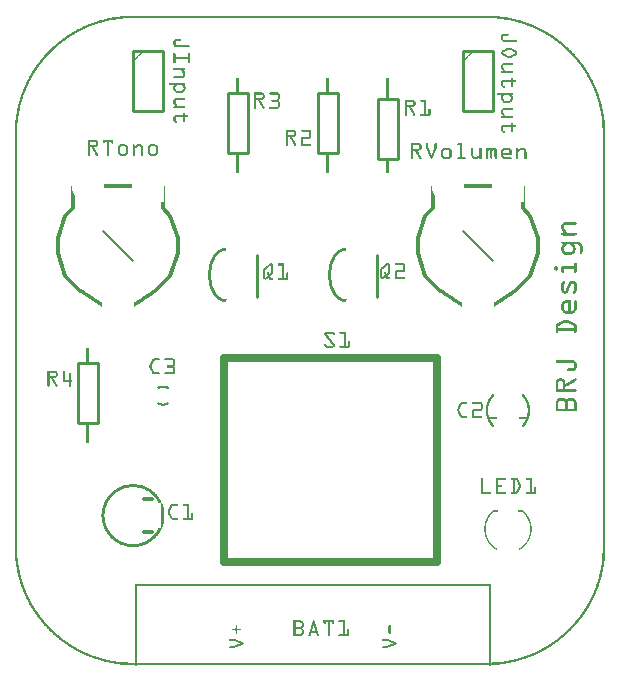
<source format=gto>
G04 MADE WITH FRITZING*
G04 WWW.FRITZING.ORG*
G04 DOUBLE SIDED*
G04 HOLES PLATED*
G04 CONTOUR ON CENTER OF CONTOUR VECTOR*
%ASAXBY*%
%FSLAX23Y23*%
%MOIN*%
%OFA0B0*%
%SFA1.0B1.0*%
%ADD10C,0.027778*%
%ADD11C,0.010000*%
%ADD12C,0.005000*%
%ADD13C,0.012000*%
%ADD14R,0.001000X0.001000*%
%LNSILK1*%
G90*
G70*
G54D10*
X699Y1025D02*
X699Y345D01*
D02*
X699Y345D02*
X1407Y345D01*
D02*
X1407Y345D02*
X1407Y1025D01*
D02*
X1407Y1025D02*
X699Y1025D01*
G54D11*
D02*
X1494Y2049D02*
X1494Y1849D01*
D02*
X1494Y1849D02*
X1594Y1849D01*
D02*
X1594Y1849D02*
X1594Y2049D01*
D02*
X1594Y2049D02*
X1494Y2049D01*
D02*
X394Y2049D02*
X394Y1849D01*
D02*
X394Y1849D02*
X494Y1849D01*
D02*
X494Y1849D02*
X494Y2049D01*
D02*
X494Y2049D02*
X394Y2049D01*
G54D12*
D02*
X404Y269D02*
X1584Y269D01*
G54D11*
D02*
X808Y1369D02*
X808Y1229D01*
D02*
X1277Y1889D02*
X1277Y1689D01*
D02*
X1277Y1689D02*
X1211Y1689D01*
D02*
X1211Y1689D02*
X1211Y1889D01*
D02*
X1211Y1889D02*
X1277Y1889D01*
D02*
X1011Y1708D02*
X1011Y1908D01*
D02*
X1011Y1908D02*
X1077Y1908D01*
D02*
X1077Y1908D02*
X1077Y1708D01*
D02*
X1077Y1708D02*
X1011Y1708D01*
D02*
X711Y1708D02*
X711Y1908D01*
D02*
X711Y1908D02*
X777Y1908D01*
D02*
X777Y1908D02*
X777Y1708D01*
D02*
X777Y1708D02*
X711Y1708D01*
D02*
X211Y808D02*
X211Y1008D01*
D02*
X211Y1008D02*
X277Y1008D01*
D02*
X277Y1008D02*
X277Y808D01*
D02*
X277Y808D02*
X211Y808D01*
G54D12*
D02*
X394Y1349D02*
X294Y1449D01*
G54D13*
D02*
X169Y1299D02*
X219Y1249D01*
D02*
X144Y1374D02*
X169Y1299D01*
D02*
X144Y1424D02*
X144Y1374D01*
D02*
X169Y1499D02*
X144Y1424D01*
D02*
X194Y1524D02*
X169Y1499D01*
D02*
X519Y1499D02*
X544Y1424D01*
D02*
X494Y1524D02*
X519Y1499D01*
D02*
X544Y1424D02*
X544Y1374D01*
D02*
X544Y1374D02*
X519Y1299D01*
D02*
X519Y1299D02*
X469Y1249D01*
G54D12*
D02*
X1594Y1349D02*
X1494Y1449D01*
G54D13*
D02*
X1369Y1299D02*
X1419Y1249D01*
D02*
X1344Y1374D02*
X1369Y1299D01*
D02*
X1344Y1424D02*
X1344Y1374D01*
D02*
X1369Y1499D02*
X1344Y1424D01*
D02*
X1394Y1524D02*
X1369Y1499D01*
D02*
X1719Y1499D02*
X1744Y1424D01*
D02*
X1694Y1524D02*
X1719Y1499D01*
D02*
X1744Y1424D02*
X1744Y1374D01*
D02*
X1744Y1374D02*
X1719Y1299D01*
D02*
X1719Y1299D02*
X1669Y1249D01*
G54D11*
D02*
X1208Y1369D02*
X1208Y1229D01*
G54D14*
X377Y2165D02*
X1592Y2165D01*
X362Y2164D02*
X1607Y2164D01*
X352Y2163D02*
X1617Y2163D01*
X344Y2162D02*
X1625Y2162D01*
X337Y2161D02*
X1632Y2161D01*
X331Y2160D02*
X1638Y2160D01*
X325Y2159D02*
X1644Y2159D01*
X320Y2158D02*
X1649Y2158D01*
X315Y2157D02*
X376Y2157D01*
X1593Y2157D02*
X1654Y2157D01*
X310Y2156D02*
X362Y2156D01*
X1607Y2156D02*
X1659Y2156D01*
X306Y2155D02*
X352Y2155D01*
X1617Y2155D02*
X1663Y2155D01*
X302Y2154D02*
X343Y2154D01*
X1626Y2154D02*
X1667Y2154D01*
X298Y2153D02*
X336Y2153D01*
X1633Y2153D02*
X1671Y2153D01*
X294Y2152D02*
X330Y2152D01*
X1639Y2152D02*
X1675Y2152D01*
X290Y2151D02*
X325Y2151D01*
X1644Y2151D02*
X1679Y2151D01*
X287Y2150D02*
X319Y2150D01*
X1650Y2150D02*
X1682Y2150D01*
X283Y2149D02*
X314Y2149D01*
X1655Y2149D02*
X1686Y2149D01*
X280Y2148D02*
X310Y2148D01*
X1659Y2148D02*
X1689Y2148D01*
X277Y2147D02*
X305Y2147D01*
X1664Y2147D02*
X1692Y2147D01*
X274Y2146D02*
X301Y2146D01*
X1668Y2146D02*
X1695Y2146D01*
X271Y2145D02*
X297Y2145D01*
X1672Y2145D02*
X1698Y2145D01*
X268Y2144D02*
X294Y2144D01*
X1675Y2144D02*
X1701Y2144D01*
X265Y2143D02*
X290Y2143D01*
X1679Y2143D02*
X1704Y2143D01*
X262Y2142D02*
X286Y2142D01*
X1683Y2142D02*
X1707Y2142D01*
X259Y2141D02*
X283Y2141D01*
X1686Y2141D02*
X1710Y2141D01*
X257Y2140D02*
X280Y2140D01*
X1689Y2140D02*
X1712Y2140D01*
X254Y2139D02*
X277Y2139D01*
X1692Y2139D02*
X1715Y2139D01*
X252Y2138D02*
X274Y2138D01*
X1695Y2138D02*
X1717Y2138D01*
X249Y2137D02*
X271Y2137D01*
X1698Y2137D02*
X1720Y2137D01*
X246Y2136D02*
X268Y2136D01*
X1701Y2136D02*
X1723Y2136D01*
X244Y2135D02*
X265Y2135D01*
X1704Y2135D02*
X1725Y2135D01*
X242Y2134D02*
X262Y2134D01*
X1707Y2134D02*
X1727Y2134D01*
X239Y2133D02*
X259Y2133D01*
X1710Y2133D02*
X1730Y2133D01*
X237Y2132D02*
X257Y2132D01*
X1712Y2132D02*
X1732Y2132D01*
X235Y2131D02*
X254Y2131D01*
X1715Y2131D02*
X1734Y2131D01*
X233Y2130D02*
X252Y2130D01*
X1717Y2130D02*
X1736Y2130D01*
X230Y2129D02*
X249Y2129D01*
X1720Y2129D02*
X1739Y2129D01*
X228Y2128D02*
X247Y2128D01*
X1722Y2128D02*
X1741Y2128D01*
X226Y2127D02*
X244Y2127D01*
X1725Y2127D02*
X1743Y2127D01*
X224Y2126D02*
X242Y2126D01*
X1727Y2126D02*
X1745Y2126D01*
X222Y2125D02*
X240Y2125D01*
X1729Y2125D02*
X1747Y2125D01*
X220Y2124D02*
X237Y2124D01*
X1732Y2124D02*
X1749Y2124D01*
X218Y2123D02*
X235Y2123D01*
X1734Y2123D02*
X1751Y2123D01*
X216Y2122D02*
X233Y2122D01*
X1736Y2122D02*
X1753Y2122D01*
X214Y2121D02*
X231Y2121D01*
X1738Y2121D02*
X1755Y2121D01*
X212Y2120D02*
X228Y2120D01*
X1741Y2120D02*
X1757Y2120D01*
X210Y2119D02*
X226Y2119D01*
X1743Y2119D02*
X1759Y2119D01*
X208Y2118D02*
X224Y2118D01*
X1745Y2118D02*
X1761Y2118D01*
X206Y2117D02*
X222Y2117D01*
X1747Y2117D02*
X1763Y2117D01*
X205Y2116D02*
X221Y2116D01*
X1748Y2116D02*
X1764Y2116D01*
X203Y2115D02*
X219Y2115D01*
X1750Y2115D02*
X1766Y2115D01*
X201Y2114D02*
X217Y2114D01*
X1752Y2114D02*
X1768Y2114D01*
X199Y2113D02*
X215Y2113D01*
X1754Y2113D02*
X1770Y2113D01*
X198Y2112D02*
X213Y2112D01*
X1756Y2112D02*
X1771Y2112D01*
X196Y2111D02*
X211Y2111D01*
X1758Y2111D02*
X1773Y2111D01*
X194Y2110D02*
X209Y2110D01*
X1760Y2110D02*
X1775Y2110D01*
X192Y2109D02*
X207Y2109D01*
X1762Y2109D02*
X1777Y2109D01*
X191Y2108D02*
X205Y2108D01*
X1764Y2108D02*
X1778Y2108D01*
X189Y2107D02*
X204Y2107D01*
X1765Y2107D02*
X1780Y2107D01*
X187Y2106D02*
X202Y2106D01*
X1767Y2106D02*
X1782Y2106D01*
X186Y2105D02*
X200Y2105D01*
X1631Y2105D02*
X1643Y2105D01*
X1769Y2105D02*
X1783Y2105D01*
X184Y2104D02*
X198Y2104D01*
X1628Y2104D02*
X1645Y2104D01*
X1771Y2104D02*
X1785Y2104D01*
X183Y2103D02*
X197Y2103D01*
X1626Y2103D02*
X1646Y2103D01*
X1772Y2103D02*
X1786Y2103D01*
X181Y2102D02*
X195Y2102D01*
X1625Y2102D02*
X1646Y2102D01*
X1774Y2102D02*
X1788Y2102D01*
X180Y2101D02*
X193Y2101D01*
X1624Y2101D02*
X1646Y2101D01*
X1776Y2101D02*
X1789Y2101D01*
X178Y2100D02*
X192Y2100D01*
X1624Y2100D02*
X1645Y2100D01*
X1777Y2100D02*
X1791Y2100D01*
X176Y2099D02*
X190Y2099D01*
X1623Y2099D02*
X1645Y2099D01*
X1779Y2099D02*
X1793Y2099D01*
X175Y2098D02*
X189Y2098D01*
X1623Y2098D02*
X1631Y2098D01*
X1780Y2098D02*
X1794Y2098D01*
X174Y2097D02*
X187Y2097D01*
X1622Y2097D02*
X1629Y2097D01*
X1782Y2097D02*
X1795Y2097D01*
X172Y2096D02*
X185Y2096D01*
X1622Y2096D02*
X1629Y2096D01*
X1784Y2096D02*
X1797Y2096D01*
X171Y2095D02*
X184Y2095D01*
X1622Y2095D02*
X1628Y2095D01*
X1785Y2095D02*
X1798Y2095D01*
X169Y2094D02*
X182Y2094D01*
X1622Y2094D02*
X1628Y2094D01*
X1787Y2094D02*
X1800Y2094D01*
X168Y2093D02*
X181Y2093D01*
X1622Y2093D02*
X1628Y2093D01*
X1788Y2093D02*
X1801Y2093D01*
X166Y2092D02*
X179Y2092D01*
X1622Y2092D02*
X1628Y2092D01*
X1790Y2092D02*
X1803Y2092D01*
X165Y2091D02*
X178Y2091D01*
X1622Y2091D02*
X1628Y2091D01*
X1791Y2091D02*
X1804Y2091D01*
X164Y2090D02*
X176Y2090D01*
X1622Y2090D02*
X1628Y2090D01*
X1793Y2090D02*
X1805Y2090D01*
X162Y2089D02*
X175Y2089D01*
X1622Y2089D02*
X1628Y2089D01*
X1794Y2089D02*
X1807Y2089D01*
X161Y2088D02*
X173Y2088D01*
X1622Y2088D02*
X1628Y2088D01*
X1796Y2088D02*
X1808Y2088D01*
X159Y2087D02*
X172Y2087D01*
X536Y2087D02*
X552Y2087D01*
X1622Y2087D02*
X1628Y2087D01*
X1797Y2087D02*
X1810Y2087D01*
X158Y2086D02*
X171Y2086D01*
X534Y2086D02*
X553Y2086D01*
X1622Y2086D02*
X1629Y2086D01*
X1798Y2086D02*
X1811Y2086D01*
X157Y2085D02*
X169Y2085D01*
X533Y2085D02*
X553Y2085D01*
X1623Y2085D02*
X1630Y2085D01*
X1800Y2085D02*
X1812Y2085D01*
X156Y2084D02*
X168Y2084D01*
X532Y2084D02*
X553Y2084D01*
X1623Y2084D02*
X1674Y2084D01*
X1801Y2084D02*
X1813Y2084D01*
X154Y2083D02*
X166Y2083D01*
X532Y2083D02*
X553Y2083D01*
X1624Y2083D02*
X1675Y2083D01*
X1803Y2083D02*
X1815Y2083D01*
X153Y2082D02*
X165Y2082D01*
X531Y2082D02*
X553Y2082D01*
X1624Y2082D02*
X1675Y2082D01*
X1804Y2082D02*
X1816Y2082D01*
X152Y2081D02*
X164Y2081D01*
X530Y2081D02*
X551Y2081D01*
X1625Y2081D02*
X1675Y2081D01*
X1805Y2081D02*
X1817Y2081D01*
X150Y2080D02*
X162Y2080D01*
X530Y2080D02*
X537Y2080D01*
X1626Y2080D02*
X1675Y2080D01*
X1807Y2080D02*
X1819Y2080D01*
X149Y2079D02*
X161Y2079D01*
X530Y2079D02*
X536Y2079D01*
X1627Y2079D02*
X1675Y2079D01*
X1808Y2079D02*
X1820Y2079D01*
X148Y2078D02*
X160Y2078D01*
X530Y2078D02*
X536Y2078D01*
X1630Y2078D02*
X1674Y2078D01*
X1809Y2078D02*
X1821Y2078D01*
X147Y2077D02*
X158Y2077D01*
X530Y2077D02*
X536Y2077D01*
X1811Y2077D02*
X1822Y2077D01*
X145Y2076D02*
X157Y2076D01*
X530Y2076D02*
X536Y2076D01*
X1812Y2076D02*
X1824Y2076D01*
X144Y2075D02*
X156Y2075D01*
X530Y2075D02*
X536Y2075D01*
X1813Y2075D02*
X1825Y2075D01*
X143Y2074D02*
X155Y2074D01*
X530Y2074D02*
X536Y2074D01*
X1814Y2074D02*
X1826Y2074D01*
X142Y2073D02*
X153Y2073D01*
X530Y2073D02*
X536Y2073D01*
X1816Y2073D02*
X1827Y2073D01*
X141Y2072D02*
X152Y2072D01*
X530Y2072D02*
X536Y2072D01*
X1817Y2072D02*
X1828Y2072D01*
X139Y2071D02*
X151Y2071D01*
X530Y2071D02*
X536Y2071D01*
X1818Y2071D02*
X1830Y2071D01*
X138Y2070D02*
X150Y2070D01*
X530Y2070D02*
X536Y2070D01*
X1819Y2070D02*
X1831Y2070D01*
X137Y2069D02*
X148Y2069D01*
X530Y2069D02*
X536Y2069D01*
X1821Y2069D02*
X1832Y2069D01*
X136Y2068D02*
X147Y2068D01*
X530Y2068D02*
X537Y2068D01*
X1822Y2068D02*
X1833Y2068D01*
X135Y2067D02*
X146Y2067D01*
X530Y2067D02*
X580Y2067D01*
X1823Y2067D02*
X1834Y2067D01*
X134Y2066D02*
X145Y2066D01*
X531Y2066D02*
X582Y2066D01*
X1824Y2066D02*
X1835Y2066D01*
X132Y2065D02*
X144Y2065D01*
X531Y2065D02*
X583Y2065D01*
X1825Y2065D02*
X1837Y2065D01*
X131Y2064D02*
X142Y2064D01*
X532Y2064D02*
X583Y2064D01*
X1827Y2064D02*
X1838Y2064D01*
X130Y2063D02*
X141Y2063D01*
X533Y2063D02*
X583Y2063D01*
X1828Y2063D02*
X1839Y2063D01*
X129Y2062D02*
X140Y2062D01*
X534Y2062D02*
X582Y2062D01*
X1829Y2062D02*
X1840Y2062D01*
X128Y2061D02*
X139Y2061D01*
X536Y2061D02*
X582Y2061D01*
X1830Y2061D02*
X1841Y2061D01*
X127Y2060D02*
X138Y2060D01*
X1831Y2060D02*
X1842Y2060D01*
X126Y2059D02*
X137Y2059D01*
X1832Y2059D02*
X1843Y2059D01*
X125Y2058D02*
X135Y2058D01*
X1645Y2058D02*
X1652Y2058D01*
X1834Y2058D02*
X1844Y2058D01*
X124Y2057D02*
X134Y2057D01*
X1642Y2057D02*
X1655Y2057D01*
X1835Y2057D02*
X1845Y2057D01*
X123Y2056D02*
X133Y2056D01*
X1640Y2056D02*
X1657Y2056D01*
X1836Y2056D02*
X1846Y2056D01*
X122Y2055D02*
X132Y2055D01*
X1638Y2055D02*
X1659Y2055D01*
X1837Y2055D02*
X1847Y2055D01*
X121Y2054D02*
X131Y2054D01*
X1636Y2054D02*
X1661Y2054D01*
X1838Y2054D02*
X1848Y2054D01*
X120Y2053D02*
X130Y2053D01*
X1634Y2053D02*
X1663Y2053D01*
X1839Y2053D02*
X1849Y2053D01*
X118Y2052D02*
X129Y2052D01*
X1632Y2052D02*
X1665Y2052D01*
X1840Y2052D02*
X1851Y2052D01*
X117Y2051D02*
X128Y2051D01*
X1630Y2051D02*
X1645Y2051D01*
X1652Y2051D02*
X1667Y2051D01*
X1841Y2051D02*
X1852Y2051D01*
X116Y2050D02*
X127Y2050D01*
X428Y2050D02*
X428Y2050D01*
X1528Y2050D02*
X1528Y2050D01*
X1628Y2050D02*
X1643Y2050D01*
X1655Y2050D02*
X1669Y2050D01*
X1842Y2050D02*
X1853Y2050D01*
X115Y2049D02*
X126Y2049D01*
X427Y2049D02*
X429Y2049D01*
X1527Y2049D02*
X1529Y2049D01*
X1626Y2049D02*
X1641Y2049D01*
X1657Y2049D02*
X1671Y2049D01*
X1843Y2049D02*
X1854Y2049D01*
X114Y2048D02*
X125Y2048D01*
X426Y2048D02*
X430Y2048D01*
X1526Y2048D02*
X1530Y2048D01*
X1625Y2048D02*
X1639Y2048D01*
X1659Y2048D02*
X1672Y2048D01*
X1844Y2048D02*
X1855Y2048D01*
X114Y2047D02*
X124Y2047D01*
X425Y2047D02*
X431Y2047D01*
X1525Y2047D02*
X1531Y2047D01*
X1624Y2047D02*
X1637Y2047D01*
X1661Y2047D02*
X1673Y2047D01*
X1845Y2047D02*
X1855Y2047D01*
X113Y2046D02*
X123Y2046D01*
X424Y2046D02*
X430Y2046D01*
X1524Y2046D02*
X1530Y2046D01*
X1624Y2046D02*
X1635Y2046D01*
X1663Y2046D02*
X1674Y2046D01*
X1846Y2046D02*
X1856Y2046D01*
X112Y2045D02*
X122Y2045D01*
X423Y2045D02*
X429Y2045D01*
X1523Y2045D02*
X1529Y2045D01*
X1623Y2045D02*
X1633Y2045D01*
X1665Y2045D02*
X1675Y2045D01*
X1847Y2045D02*
X1857Y2045D01*
X111Y2044D02*
X121Y2044D01*
X422Y2044D02*
X428Y2044D01*
X1522Y2044D02*
X1528Y2044D01*
X1623Y2044D02*
X1631Y2044D01*
X1667Y2044D02*
X1675Y2044D01*
X1848Y2044D02*
X1858Y2044D01*
X110Y2043D02*
X120Y2043D01*
X421Y2043D02*
X427Y2043D01*
X1521Y2043D02*
X1527Y2043D01*
X1622Y2043D02*
X1629Y2043D01*
X1668Y2043D02*
X1675Y2043D01*
X1849Y2043D02*
X1859Y2043D01*
X109Y2042D02*
X119Y2042D01*
X420Y2042D02*
X426Y2042D01*
X1520Y2042D02*
X1526Y2042D01*
X1622Y2042D02*
X1628Y2042D01*
X1669Y2042D02*
X1675Y2042D01*
X1850Y2042D02*
X1860Y2042D01*
X108Y2041D02*
X118Y2041D01*
X419Y2041D02*
X425Y2041D01*
X532Y2041D02*
X533Y2041D01*
X579Y2041D02*
X580Y2041D01*
X1519Y2041D02*
X1525Y2041D01*
X1622Y2041D02*
X1628Y2041D01*
X1669Y2041D02*
X1675Y2041D01*
X1851Y2041D02*
X1861Y2041D01*
X107Y2040D02*
X117Y2040D01*
X418Y2040D02*
X424Y2040D01*
X531Y2040D02*
X535Y2040D01*
X578Y2040D02*
X582Y2040D01*
X1518Y2040D02*
X1524Y2040D01*
X1622Y2040D02*
X1629Y2040D01*
X1669Y2040D02*
X1675Y2040D01*
X1852Y2040D02*
X1862Y2040D01*
X106Y2039D02*
X116Y2039D01*
X417Y2039D02*
X423Y2039D01*
X530Y2039D02*
X535Y2039D01*
X577Y2039D02*
X583Y2039D01*
X1517Y2039D02*
X1523Y2039D01*
X1623Y2039D02*
X1630Y2039D01*
X1667Y2039D02*
X1675Y2039D01*
X1853Y2039D02*
X1863Y2039D01*
X105Y2038D02*
X115Y2038D01*
X416Y2038D02*
X422Y2038D01*
X530Y2038D02*
X536Y2038D01*
X577Y2038D02*
X583Y2038D01*
X1516Y2038D02*
X1522Y2038D01*
X1623Y2038D02*
X1632Y2038D01*
X1665Y2038D02*
X1675Y2038D01*
X1854Y2038D02*
X1864Y2038D01*
X104Y2037D02*
X114Y2037D01*
X415Y2037D02*
X421Y2037D01*
X530Y2037D02*
X536Y2037D01*
X577Y2037D02*
X583Y2037D01*
X1515Y2037D02*
X1521Y2037D01*
X1623Y2037D02*
X1634Y2037D01*
X1663Y2037D02*
X1674Y2037D01*
X1855Y2037D02*
X1865Y2037D01*
X103Y2036D02*
X113Y2036D01*
X414Y2036D02*
X420Y2036D01*
X530Y2036D02*
X536Y2036D01*
X577Y2036D02*
X583Y2036D01*
X1514Y2036D02*
X1520Y2036D01*
X1624Y2036D02*
X1636Y2036D01*
X1661Y2036D02*
X1674Y2036D01*
X1856Y2036D02*
X1866Y2036D01*
X102Y2035D02*
X112Y2035D01*
X413Y2035D02*
X419Y2035D01*
X530Y2035D02*
X536Y2035D01*
X577Y2035D02*
X583Y2035D01*
X1513Y2035D02*
X1519Y2035D01*
X1625Y2035D02*
X1638Y2035D01*
X1659Y2035D02*
X1673Y2035D01*
X1857Y2035D02*
X1867Y2035D01*
X101Y2034D02*
X111Y2034D01*
X412Y2034D02*
X418Y2034D01*
X530Y2034D02*
X536Y2034D01*
X577Y2034D02*
X583Y2034D01*
X1512Y2034D02*
X1518Y2034D01*
X1626Y2034D02*
X1640Y2034D01*
X1657Y2034D02*
X1672Y2034D01*
X1858Y2034D02*
X1868Y2034D01*
X100Y2033D02*
X110Y2033D01*
X411Y2033D02*
X417Y2033D01*
X530Y2033D02*
X536Y2033D01*
X577Y2033D02*
X583Y2033D01*
X1511Y2033D02*
X1516Y2033D01*
X1628Y2033D02*
X1642Y2033D01*
X1655Y2033D02*
X1670Y2033D01*
X1859Y2033D02*
X1869Y2033D01*
X100Y2032D02*
X109Y2032D01*
X410Y2032D02*
X415Y2032D01*
X530Y2032D02*
X536Y2032D01*
X577Y2032D02*
X583Y2032D01*
X1510Y2032D02*
X1515Y2032D01*
X1630Y2032D02*
X1644Y2032D01*
X1653Y2032D02*
X1668Y2032D01*
X1860Y2032D02*
X1869Y2032D01*
X99Y2031D02*
X108Y2031D01*
X409Y2031D02*
X414Y2031D01*
X530Y2031D02*
X536Y2031D01*
X577Y2031D02*
X583Y2031D01*
X1509Y2031D02*
X1514Y2031D01*
X1632Y2031D02*
X1666Y2031D01*
X1861Y2031D02*
X1870Y2031D01*
X98Y2030D02*
X107Y2030D01*
X408Y2030D02*
X413Y2030D01*
X530Y2030D02*
X536Y2030D01*
X577Y2030D02*
X583Y2030D01*
X1508Y2030D02*
X1513Y2030D01*
X1634Y2030D02*
X1664Y2030D01*
X1862Y2030D02*
X1871Y2030D01*
X97Y2029D02*
X107Y2029D01*
X407Y2029D02*
X412Y2029D01*
X530Y2029D02*
X536Y2029D01*
X577Y2029D02*
X583Y2029D01*
X1507Y2029D02*
X1512Y2029D01*
X1636Y2029D02*
X1662Y2029D01*
X1862Y2029D02*
X1872Y2029D01*
X96Y2028D02*
X106Y2028D01*
X406Y2028D02*
X411Y2028D01*
X530Y2028D02*
X536Y2028D01*
X577Y2028D02*
X583Y2028D01*
X1506Y2028D02*
X1511Y2028D01*
X1638Y2028D02*
X1660Y2028D01*
X1863Y2028D02*
X1873Y2028D01*
X95Y2027D02*
X105Y2027D01*
X405Y2027D02*
X411Y2027D01*
X530Y2027D02*
X583Y2027D01*
X1505Y2027D02*
X1510Y2027D01*
X1640Y2027D02*
X1658Y2027D01*
X1864Y2027D02*
X1874Y2027D01*
X94Y2026D02*
X104Y2026D01*
X404Y2026D02*
X410Y2026D01*
X530Y2026D02*
X583Y2026D01*
X1504Y2026D02*
X1510Y2026D01*
X1642Y2026D02*
X1656Y2026D01*
X1865Y2026D02*
X1875Y2026D01*
X93Y2025D02*
X103Y2025D01*
X403Y2025D02*
X409Y2025D01*
X530Y2025D02*
X583Y2025D01*
X1503Y2025D02*
X1509Y2025D01*
X1644Y2025D02*
X1653Y2025D01*
X1866Y2025D02*
X1876Y2025D01*
X93Y2024D02*
X102Y2024D01*
X402Y2024D02*
X408Y2024D01*
X530Y2024D02*
X583Y2024D01*
X1502Y2024D02*
X1508Y2024D01*
X1867Y2024D02*
X1876Y2024D01*
X92Y2023D02*
X101Y2023D01*
X401Y2023D02*
X407Y2023D01*
X530Y2023D02*
X583Y2023D01*
X1501Y2023D02*
X1507Y2023D01*
X1868Y2023D02*
X1877Y2023D01*
X91Y2022D02*
X100Y2022D01*
X400Y2022D02*
X406Y2022D01*
X530Y2022D02*
X583Y2022D01*
X1500Y2022D02*
X1506Y2022D01*
X1869Y2022D02*
X1878Y2022D01*
X90Y2021D02*
X100Y2021D01*
X399Y2021D02*
X405Y2021D01*
X530Y2021D02*
X583Y2021D01*
X1499Y2021D02*
X1505Y2021D01*
X1869Y2021D02*
X1879Y2021D01*
X89Y2020D02*
X99Y2020D01*
X398Y2020D02*
X404Y2020D01*
X530Y2020D02*
X536Y2020D01*
X577Y2020D02*
X583Y2020D01*
X1498Y2020D02*
X1504Y2020D01*
X1870Y2020D02*
X1880Y2020D01*
X88Y2019D02*
X98Y2019D01*
X397Y2019D02*
X403Y2019D01*
X530Y2019D02*
X536Y2019D01*
X577Y2019D02*
X583Y2019D01*
X1497Y2019D02*
X1503Y2019D01*
X1871Y2019D02*
X1881Y2019D01*
X88Y2018D02*
X97Y2018D01*
X396Y2018D02*
X402Y2018D01*
X530Y2018D02*
X536Y2018D01*
X577Y2018D02*
X583Y2018D01*
X1496Y2018D02*
X1502Y2018D01*
X1872Y2018D02*
X1881Y2018D01*
X87Y2017D02*
X96Y2017D01*
X395Y2017D02*
X401Y2017D01*
X530Y2017D02*
X536Y2017D01*
X577Y2017D02*
X583Y2017D01*
X1495Y2017D02*
X1501Y2017D01*
X1873Y2017D02*
X1882Y2017D01*
X86Y2016D02*
X95Y2016D01*
X394Y2016D02*
X400Y2016D01*
X530Y2016D02*
X536Y2016D01*
X577Y2016D02*
X583Y2016D01*
X1494Y2016D02*
X1500Y2016D01*
X1874Y2016D02*
X1883Y2016D01*
X85Y2015D02*
X94Y2015D01*
X394Y2015D02*
X399Y2015D01*
X530Y2015D02*
X536Y2015D01*
X577Y2015D02*
X583Y2015D01*
X1494Y2015D02*
X1499Y2015D01*
X1875Y2015D02*
X1884Y2015D01*
X85Y2014D02*
X94Y2014D01*
X395Y2014D02*
X398Y2014D01*
X530Y2014D02*
X536Y2014D01*
X577Y2014D02*
X583Y2014D01*
X1495Y2014D02*
X1498Y2014D01*
X1875Y2014D02*
X1884Y2014D01*
X84Y2013D02*
X93Y2013D01*
X396Y2013D02*
X397Y2013D01*
X530Y2013D02*
X536Y2013D01*
X577Y2013D02*
X583Y2013D01*
X1496Y2013D02*
X1497Y2013D01*
X1876Y2013D02*
X1885Y2013D01*
X83Y2012D02*
X92Y2012D01*
X530Y2012D02*
X536Y2012D01*
X577Y2012D02*
X583Y2012D01*
X1877Y2012D02*
X1886Y2012D01*
X82Y2011D02*
X91Y2011D01*
X530Y2011D02*
X536Y2011D01*
X577Y2011D02*
X583Y2011D01*
X1878Y2011D02*
X1887Y2011D01*
X81Y2010D02*
X90Y2010D01*
X530Y2010D02*
X536Y2010D01*
X577Y2010D02*
X583Y2010D01*
X1879Y2010D02*
X1888Y2010D01*
X81Y2009D02*
X90Y2009D01*
X530Y2009D02*
X536Y2009D01*
X577Y2009D02*
X583Y2009D01*
X1879Y2009D02*
X1888Y2009D01*
X80Y2008D02*
X89Y2008D01*
X531Y2008D02*
X535Y2008D01*
X578Y2008D02*
X582Y2008D01*
X1639Y2008D02*
X1659Y2008D01*
X1880Y2008D02*
X1889Y2008D01*
X79Y2007D02*
X88Y2007D01*
X532Y2007D02*
X534Y2007D01*
X579Y2007D02*
X581Y2007D01*
X1629Y2007D02*
X1660Y2007D01*
X1881Y2007D02*
X1890Y2007D01*
X78Y2006D02*
X87Y2006D01*
X1627Y2006D02*
X1660Y2006D01*
X1882Y2006D02*
X1891Y2006D01*
X78Y2005D02*
X87Y2005D01*
X1626Y2005D02*
X1661Y2005D01*
X1882Y2005D02*
X1891Y2005D01*
X77Y2004D02*
X86Y2004D01*
X1625Y2004D02*
X1660Y2004D01*
X1883Y2004D02*
X1892Y2004D01*
X76Y2003D02*
X85Y2003D01*
X1624Y2003D02*
X1660Y2003D01*
X1884Y2003D02*
X1893Y2003D01*
X75Y2002D02*
X84Y2002D01*
X1623Y2002D02*
X1659Y2002D01*
X1885Y2002D02*
X1894Y2002D01*
X75Y2001D02*
X84Y2001D01*
X1623Y2001D02*
X1638Y2001D01*
X1885Y2001D02*
X1894Y2001D01*
X74Y2000D02*
X83Y2000D01*
X1623Y2000D02*
X1630Y2000D01*
X1886Y2000D02*
X1895Y2000D01*
X73Y1999D02*
X82Y1999D01*
X1622Y1999D02*
X1629Y1999D01*
X1887Y1999D02*
X1896Y1999D01*
X73Y1998D02*
X81Y1998D01*
X1622Y1998D02*
X1628Y1998D01*
X1888Y1998D02*
X1896Y1998D01*
X72Y1997D02*
X81Y1997D01*
X1622Y1997D02*
X1628Y1997D01*
X1888Y1997D02*
X1897Y1997D01*
X71Y1996D02*
X80Y1996D01*
X1622Y1996D02*
X1628Y1996D01*
X1889Y1996D02*
X1898Y1996D01*
X70Y1995D02*
X79Y1995D01*
X1622Y1995D02*
X1628Y1995D01*
X1890Y1995D02*
X1899Y1995D01*
X70Y1994D02*
X78Y1994D01*
X1622Y1994D02*
X1628Y1994D01*
X1891Y1994D02*
X1899Y1994D01*
X69Y1993D02*
X78Y1993D01*
X1622Y1993D02*
X1628Y1993D01*
X1891Y1993D02*
X1900Y1993D01*
X68Y1992D02*
X77Y1992D01*
X1622Y1992D02*
X1629Y1992D01*
X1892Y1992D02*
X1901Y1992D01*
X68Y1991D02*
X76Y1991D01*
X532Y1991D02*
X566Y1991D01*
X1623Y1991D02*
X1629Y1991D01*
X1893Y1991D02*
X1901Y1991D01*
X67Y1990D02*
X76Y1990D01*
X531Y1990D02*
X567Y1990D01*
X1623Y1990D02*
X1630Y1990D01*
X1893Y1990D02*
X1902Y1990D01*
X66Y1989D02*
X75Y1989D01*
X530Y1989D02*
X568Y1989D01*
X1623Y1989D02*
X1630Y1989D01*
X1894Y1989D02*
X1903Y1989D01*
X66Y1988D02*
X74Y1988D01*
X530Y1988D02*
X568Y1988D01*
X1624Y1988D02*
X1631Y1988D01*
X1895Y1988D02*
X1903Y1988D01*
X65Y1987D02*
X74Y1987D01*
X530Y1987D02*
X568Y1987D01*
X1624Y1987D02*
X1632Y1987D01*
X1895Y1987D02*
X1904Y1987D01*
X64Y1986D02*
X73Y1986D01*
X530Y1986D02*
X568Y1986D01*
X1625Y1986D02*
X1632Y1986D01*
X1896Y1986D02*
X1905Y1986D01*
X64Y1985D02*
X72Y1985D01*
X531Y1985D02*
X567Y1985D01*
X1626Y1985D02*
X1633Y1985D01*
X1897Y1985D02*
X1905Y1985D01*
X63Y1984D02*
X72Y1984D01*
X555Y1984D02*
X563Y1984D01*
X1626Y1984D02*
X1634Y1984D01*
X1897Y1984D02*
X1906Y1984D01*
X62Y1983D02*
X71Y1983D01*
X556Y1983D02*
X563Y1983D01*
X1627Y1983D02*
X1634Y1983D01*
X1898Y1983D02*
X1907Y1983D01*
X62Y1982D02*
X70Y1982D01*
X556Y1982D02*
X564Y1982D01*
X1628Y1982D02*
X1635Y1982D01*
X1899Y1982D02*
X1907Y1982D01*
X61Y1981D02*
X70Y1981D01*
X557Y1981D02*
X564Y1981D01*
X1626Y1981D02*
X1657Y1981D01*
X1899Y1981D02*
X1908Y1981D01*
X61Y1980D02*
X69Y1980D01*
X558Y1980D02*
X565Y1980D01*
X1623Y1980D02*
X1660Y1980D01*
X1900Y1980D02*
X1908Y1980D01*
X60Y1979D02*
X68Y1979D01*
X558Y1979D02*
X566Y1979D01*
X1623Y1979D02*
X1660Y1979D01*
X1901Y1979D02*
X1909Y1979D01*
X59Y1978D02*
X68Y1978D01*
X559Y1978D02*
X566Y1978D01*
X1622Y1978D02*
X1661Y1978D01*
X1901Y1978D02*
X1910Y1978D01*
X59Y1977D02*
X67Y1977D01*
X559Y1977D02*
X567Y1977D01*
X1622Y1977D02*
X1661Y1977D01*
X1902Y1977D02*
X1910Y1977D01*
X58Y1976D02*
X66Y1976D01*
X560Y1976D02*
X567Y1976D01*
X1623Y1976D02*
X1660Y1976D01*
X1903Y1976D02*
X1911Y1976D01*
X57Y1975D02*
X66Y1975D01*
X561Y1975D02*
X568Y1975D01*
X1623Y1975D02*
X1659Y1975D01*
X1903Y1975D02*
X1912Y1975D01*
X57Y1974D02*
X65Y1974D01*
X561Y1974D02*
X568Y1974D01*
X1904Y1974D02*
X1912Y1974D01*
X56Y1973D02*
X64Y1973D01*
X562Y1973D02*
X568Y1973D01*
X1905Y1973D02*
X1913Y1973D01*
X56Y1972D02*
X64Y1972D01*
X562Y1972D02*
X568Y1972D01*
X1905Y1972D02*
X1913Y1972D01*
X55Y1971D02*
X63Y1971D01*
X562Y1971D02*
X568Y1971D01*
X1906Y1971D02*
X1914Y1971D01*
X55Y1970D02*
X63Y1970D01*
X562Y1970D02*
X568Y1970D01*
X1906Y1970D02*
X1914Y1970D01*
X54Y1969D02*
X62Y1969D01*
X562Y1969D02*
X568Y1969D01*
X1907Y1969D02*
X1915Y1969D01*
X53Y1968D02*
X62Y1968D01*
X562Y1968D02*
X568Y1968D01*
X1907Y1968D02*
X1916Y1968D01*
X53Y1967D02*
X61Y1967D01*
X562Y1967D02*
X568Y1967D01*
X1908Y1967D02*
X1916Y1967D01*
X52Y1966D02*
X60Y1966D01*
X561Y1966D02*
X568Y1966D01*
X1909Y1966D02*
X1917Y1966D01*
X52Y1965D02*
X60Y1965D01*
X560Y1965D02*
X568Y1965D01*
X1909Y1965D02*
X1917Y1965D01*
X51Y1964D02*
X59Y1964D01*
X544Y1964D02*
X567Y1964D01*
X1910Y1964D02*
X1918Y1964D01*
X50Y1963D02*
X59Y1963D01*
X531Y1963D02*
X567Y1963D01*
X1910Y1963D02*
X1919Y1963D01*
X50Y1962D02*
X58Y1962D01*
X530Y1962D02*
X566Y1962D01*
X1911Y1962D02*
X1919Y1962D01*
X49Y1961D02*
X57Y1961D01*
X530Y1961D02*
X565Y1961D01*
X1912Y1961D02*
X1920Y1961D01*
X49Y1960D02*
X57Y1960D01*
X530Y1960D02*
X564Y1960D01*
X1912Y1960D02*
X1920Y1960D01*
X48Y1959D02*
X56Y1959D01*
X530Y1959D02*
X563Y1959D01*
X1913Y1959D02*
X1921Y1959D01*
X48Y1958D02*
X56Y1958D01*
X531Y1958D02*
X561Y1958D01*
X1656Y1958D02*
X1659Y1958D01*
X1913Y1958D02*
X1921Y1958D01*
X47Y1957D02*
X55Y1957D01*
X532Y1957D02*
X542Y1957D01*
X1655Y1957D02*
X1660Y1957D01*
X1914Y1957D02*
X1922Y1957D01*
X47Y1956D02*
X55Y1956D01*
X740Y1956D02*
X749Y1956D01*
X1040Y1956D02*
X1049Y1956D01*
X1240Y1956D02*
X1249Y1956D01*
X1655Y1956D02*
X1660Y1956D01*
X1914Y1956D02*
X1922Y1956D01*
X46Y1955D02*
X54Y1955D01*
X740Y1955D02*
X749Y1955D01*
X1040Y1955D02*
X1049Y1955D01*
X1240Y1955D02*
X1249Y1955D01*
X1655Y1955D02*
X1661Y1955D01*
X1915Y1955D02*
X1923Y1955D01*
X46Y1954D02*
X54Y1954D01*
X740Y1954D02*
X749Y1954D01*
X1040Y1954D02*
X1049Y1954D01*
X1240Y1954D02*
X1249Y1954D01*
X1655Y1954D02*
X1661Y1954D01*
X1915Y1954D02*
X1923Y1954D01*
X45Y1953D02*
X53Y1953D01*
X740Y1953D02*
X749Y1953D01*
X1040Y1953D02*
X1049Y1953D01*
X1240Y1953D02*
X1249Y1953D01*
X1655Y1953D02*
X1661Y1953D01*
X1916Y1953D02*
X1924Y1953D01*
X45Y1952D02*
X52Y1952D01*
X740Y1952D02*
X749Y1952D01*
X1040Y1952D02*
X1049Y1952D01*
X1240Y1952D02*
X1249Y1952D01*
X1654Y1952D02*
X1661Y1952D01*
X1917Y1952D02*
X1924Y1952D01*
X44Y1951D02*
X52Y1951D01*
X740Y1951D02*
X749Y1951D01*
X1040Y1951D02*
X1049Y1951D01*
X1240Y1951D02*
X1249Y1951D01*
X1629Y1951D02*
X1671Y1951D01*
X1917Y1951D02*
X1925Y1951D01*
X44Y1950D02*
X51Y1950D01*
X740Y1950D02*
X749Y1950D01*
X1040Y1950D02*
X1049Y1950D01*
X1240Y1950D02*
X1249Y1950D01*
X1627Y1950D02*
X1672Y1950D01*
X1918Y1950D02*
X1925Y1950D01*
X43Y1949D02*
X51Y1949D01*
X740Y1949D02*
X749Y1949D01*
X1040Y1949D02*
X1049Y1949D01*
X1240Y1949D02*
X1249Y1949D01*
X1626Y1949D02*
X1672Y1949D01*
X1918Y1949D02*
X1926Y1949D01*
X43Y1948D02*
X50Y1948D01*
X740Y1948D02*
X749Y1948D01*
X1040Y1948D02*
X1049Y1948D01*
X1240Y1948D02*
X1249Y1948D01*
X1625Y1948D02*
X1672Y1948D01*
X1919Y1948D02*
X1926Y1948D01*
X42Y1947D02*
X50Y1947D01*
X740Y1947D02*
X749Y1947D01*
X1040Y1947D02*
X1049Y1947D01*
X1240Y1947D02*
X1249Y1947D01*
X1624Y1947D02*
X1672Y1947D01*
X1919Y1947D02*
X1927Y1947D01*
X42Y1946D02*
X49Y1946D01*
X740Y1946D02*
X749Y1946D01*
X1040Y1946D02*
X1049Y1946D01*
X1240Y1946D02*
X1249Y1946D01*
X1623Y1946D02*
X1672Y1946D01*
X1920Y1946D02*
X1927Y1946D01*
X41Y1945D02*
X49Y1945D01*
X740Y1945D02*
X749Y1945D01*
X1040Y1945D02*
X1049Y1945D01*
X1240Y1945D02*
X1249Y1945D01*
X1623Y1945D02*
X1670Y1945D01*
X1920Y1945D02*
X1928Y1945D01*
X40Y1944D02*
X48Y1944D01*
X740Y1944D02*
X749Y1944D01*
X1040Y1944D02*
X1049Y1944D01*
X1240Y1944D02*
X1249Y1944D01*
X1623Y1944D02*
X1630Y1944D01*
X1655Y1944D02*
X1661Y1944D01*
X1921Y1944D02*
X1929Y1944D01*
X40Y1943D02*
X48Y1943D01*
X740Y1943D02*
X749Y1943D01*
X1040Y1943D02*
X1049Y1943D01*
X1240Y1943D02*
X1249Y1943D01*
X1622Y1943D02*
X1629Y1943D01*
X1655Y1943D02*
X1661Y1943D01*
X1921Y1943D02*
X1929Y1943D01*
X40Y1942D02*
X47Y1942D01*
X740Y1942D02*
X749Y1942D01*
X1040Y1942D02*
X1049Y1942D01*
X1240Y1942D02*
X1249Y1942D01*
X1622Y1942D02*
X1628Y1942D01*
X1655Y1942D02*
X1661Y1942D01*
X1922Y1942D02*
X1929Y1942D01*
X39Y1941D02*
X47Y1941D01*
X517Y1941D02*
X567Y1941D01*
X740Y1941D02*
X749Y1941D01*
X1040Y1941D02*
X1049Y1941D01*
X1240Y1941D02*
X1249Y1941D01*
X1622Y1941D02*
X1628Y1941D01*
X1655Y1941D02*
X1661Y1941D01*
X1922Y1941D02*
X1930Y1941D01*
X39Y1940D02*
X46Y1940D01*
X516Y1940D02*
X569Y1940D01*
X740Y1940D02*
X749Y1940D01*
X1040Y1940D02*
X1049Y1940D01*
X1240Y1940D02*
X1249Y1940D01*
X1622Y1940D02*
X1628Y1940D01*
X1655Y1940D02*
X1661Y1940D01*
X1923Y1940D02*
X1930Y1940D01*
X38Y1939D02*
X46Y1939D01*
X515Y1939D02*
X569Y1939D01*
X740Y1939D02*
X749Y1939D01*
X1040Y1939D02*
X1049Y1939D01*
X1240Y1939D02*
X1249Y1939D01*
X1622Y1939D02*
X1628Y1939D01*
X1655Y1939D02*
X1661Y1939D01*
X1923Y1939D02*
X1931Y1939D01*
X38Y1938D02*
X45Y1938D01*
X515Y1938D02*
X570Y1938D01*
X740Y1938D02*
X749Y1938D01*
X1040Y1938D02*
X1049Y1938D01*
X1240Y1938D02*
X1249Y1938D01*
X1622Y1938D02*
X1628Y1938D01*
X1655Y1938D02*
X1661Y1938D01*
X1924Y1938D02*
X1931Y1938D01*
X37Y1937D02*
X45Y1937D01*
X515Y1937D02*
X569Y1937D01*
X740Y1937D02*
X749Y1937D01*
X1040Y1937D02*
X1049Y1937D01*
X1240Y1937D02*
X1249Y1937D01*
X1622Y1937D02*
X1628Y1937D01*
X1655Y1937D02*
X1661Y1937D01*
X1924Y1937D02*
X1932Y1937D01*
X37Y1936D02*
X44Y1936D01*
X516Y1936D02*
X569Y1936D01*
X740Y1936D02*
X749Y1936D01*
X1040Y1936D02*
X1049Y1936D01*
X1240Y1936D02*
X1249Y1936D01*
X1622Y1936D02*
X1628Y1936D01*
X1655Y1936D02*
X1661Y1936D01*
X1925Y1936D02*
X1932Y1936D01*
X36Y1935D02*
X44Y1935D01*
X516Y1935D02*
X568Y1935D01*
X740Y1935D02*
X749Y1935D01*
X1040Y1935D02*
X1049Y1935D01*
X1240Y1935D02*
X1249Y1935D01*
X1622Y1935D02*
X1628Y1935D01*
X1655Y1935D02*
X1661Y1935D01*
X1925Y1935D02*
X1933Y1935D01*
X36Y1934D02*
X44Y1934D01*
X533Y1934D02*
X543Y1934D01*
X555Y1934D02*
X565Y1934D01*
X740Y1934D02*
X749Y1934D01*
X1040Y1934D02*
X1049Y1934D01*
X1240Y1934D02*
X1249Y1934D01*
X1622Y1934D02*
X1628Y1934D01*
X1655Y1934D02*
X1661Y1934D01*
X1925Y1934D02*
X1933Y1934D01*
X35Y1933D02*
X43Y1933D01*
X532Y1933D02*
X541Y1933D01*
X557Y1933D02*
X566Y1933D01*
X740Y1933D02*
X749Y1933D01*
X1040Y1933D02*
X1049Y1933D01*
X1240Y1933D02*
X1249Y1933D01*
X1622Y1933D02*
X1629Y1933D01*
X1655Y1933D02*
X1661Y1933D01*
X1926Y1933D02*
X1934Y1933D01*
X35Y1932D02*
X43Y1932D01*
X531Y1932D02*
X540Y1932D01*
X558Y1932D02*
X566Y1932D01*
X740Y1932D02*
X749Y1932D01*
X1040Y1932D02*
X1049Y1932D01*
X1240Y1932D02*
X1249Y1932D01*
X1623Y1932D02*
X1629Y1932D01*
X1655Y1932D02*
X1661Y1932D01*
X1926Y1932D02*
X1934Y1932D01*
X35Y1931D02*
X42Y1931D01*
X530Y1931D02*
X539Y1931D01*
X559Y1931D02*
X567Y1931D01*
X740Y1931D02*
X749Y1931D01*
X1040Y1931D02*
X1049Y1931D01*
X1240Y1931D02*
X1249Y1931D01*
X1623Y1931D02*
X1631Y1931D01*
X1655Y1931D02*
X1661Y1931D01*
X1927Y1931D02*
X1934Y1931D01*
X34Y1930D02*
X42Y1930D01*
X530Y1930D02*
X538Y1930D01*
X560Y1930D02*
X568Y1930D01*
X740Y1930D02*
X749Y1930D01*
X1040Y1930D02*
X1049Y1930D01*
X1240Y1930D02*
X1249Y1930D01*
X1623Y1930D02*
X1633Y1930D01*
X1655Y1930D02*
X1660Y1930D01*
X1927Y1930D02*
X1935Y1930D01*
X34Y1929D02*
X41Y1929D01*
X529Y1929D02*
X537Y1929D01*
X561Y1929D02*
X569Y1929D01*
X740Y1929D02*
X749Y1929D01*
X1040Y1929D02*
X1049Y1929D01*
X1240Y1929D02*
X1249Y1929D01*
X1624Y1929D02*
X1634Y1929D01*
X1655Y1929D02*
X1660Y1929D01*
X1928Y1929D02*
X1935Y1929D01*
X33Y1928D02*
X41Y1928D01*
X529Y1928D02*
X536Y1928D01*
X562Y1928D02*
X569Y1928D01*
X740Y1928D02*
X749Y1928D01*
X1040Y1928D02*
X1049Y1928D01*
X1240Y1928D02*
X1249Y1928D01*
X1625Y1928D02*
X1634Y1928D01*
X1657Y1928D02*
X1659Y1928D01*
X1928Y1928D02*
X1936Y1928D01*
X33Y1927D02*
X40Y1927D01*
X529Y1927D02*
X535Y1927D01*
X563Y1927D02*
X569Y1927D01*
X740Y1927D02*
X749Y1927D01*
X1040Y1927D02*
X1049Y1927D01*
X1240Y1927D02*
X1249Y1927D01*
X1626Y1927D02*
X1634Y1927D01*
X1929Y1927D02*
X1936Y1927D01*
X32Y1926D02*
X40Y1926D01*
X528Y1926D02*
X535Y1926D01*
X563Y1926D02*
X570Y1926D01*
X740Y1926D02*
X749Y1926D01*
X1040Y1926D02*
X1049Y1926D01*
X1240Y1926D02*
X1249Y1926D01*
X1627Y1926D02*
X1634Y1926D01*
X1929Y1926D02*
X1937Y1926D01*
X32Y1925D02*
X39Y1925D01*
X528Y1925D02*
X534Y1925D01*
X564Y1925D02*
X570Y1925D01*
X740Y1925D02*
X749Y1925D01*
X1040Y1925D02*
X1049Y1925D01*
X1240Y1925D02*
X1249Y1925D01*
X1628Y1925D02*
X1633Y1925D01*
X1930Y1925D02*
X1937Y1925D01*
X31Y1924D02*
X39Y1924D01*
X528Y1924D02*
X534Y1924D01*
X564Y1924D02*
X570Y1924D01*
X740Y1924D02*
X749Y1924D01*
X1040Y1924D02*
X1049Y1924D01*
X1240Y1924D02*
X1249Y1924D01*
X1930Y1924D02*
X1938Y1924D01*
X31Y1923D02*
X38Y1923D01*
X528Y1923D02*
X534Y1923D01*
X564Y1923D02*
X570Y1923D01*
X740Y1923D02*
X749Y1923D01*
X1040Y1923D02*
X1049Y1923D01*
X1240Y1923D02*
X1249Y1923D01*
X1931Y1923D02*
X1938Y1923D01*
X31Y1922D02*
X38Y1922D01*
X528Y1922D02*
X535Y1922D01*
X563Y1922D02*
X570Y1922D01*
X740Y1922D02*
X749Y1922D01*
X1040Y1922D02*
X1049Y1922D01*
X1240Y1922D02*
X1249Y1922D01*
X1931Y1922D02*
X1938Y1922D01*
X30Y1921D02*
X38Y1921D01*
X528Y1921D02*
X535Y1921D01*
X563Y1921D02*
X569Y1921D01*
X740Y1921D02*
X749Y1921D01*
X1040Y1921D02*
X1049Y1921D01*
X1240Y1921D02*
X1249Y1921D01*
X1931Y1921D02*
X1939Y1921D01*
X30Y1920D02*
X37Y1920D01*
X529Y1920D02*
X536Y1920D01*
X562Y1920D02*
X569Y1920D01*
X740Y1920D02*
X749Y1920D01*
X1040Y1920D02*
X1049Y1920D01*
X1240Y1920D02*
X1249Y1920D01*
X1932Y1920D02*
X1939Y1920D01*
X29Y1919D02*
X37Y1919D01*
X529Y1919D02*
X537Y1919D01*
X561Y1919D02*
X569Y1919D01*
X740Y1919D02*
X749Y1919D01*
X1040Y1919D02*
X1049Y1919D01*
X1240Y1919D02*
X1249Y1919D01*
X1932Y1919D02*
X1940Y1919D01*
X29Y1918D02*
X36Y1918D01*
X530Y1918D02*
X538Y1918D01*
X560Y1918D02*
X568Y1918D01*
X740Y1918D02*
X749Y1918D01*
X1040Y1918D02*
X1049Y1918D01*
X1240Y1918D02*
X1249Y1918D01*
X1933Y1918D02*
X1940Y1918D01*
X29Y1917D02*
X36Y1917D01*
X530Y1917D02*
X538Y1917D01*
X559Y1917D02*
X568Y1917D01*
X740Y1917D02*
X749Y1917D01*
X1040Y1917D02*
X1049Y1917D01*
X1240Y1917D02*
X1249Y1917D01*
X1933Y1917D02*
X1940Y1917D01*
X28Y1916D02*
X36Y1916D01*
X531Y1916D02*
X539Y1916D01*
X559Y1916D02*
X567Y1916D01*
X740Y1916D02*
X749Y1916D01*
X1040Y1916D02*
X1049Y1916D01*
X1240Y1916D02*
X1249Y1916D01*
X1933Y1916D02*
X1941Y1916D01*
X28Y1915D02*
X35Y1915D01*
X532Y1915D02*
X540Y1915D01*
X558Y1915D02*
X566Y1915D01*
X740Y1915D02*
X749Y1915D01*
X1040Y1915D02*
X1049Y1915D01*
X1240Y1915D02*
X1249Y1915D01*
X1934Y1915D02*
X1941Y1915D01*
X27Y1914D02*
X35Y1914D01*
X533Y1914D02*
X541Y1914D01*
X556Y1914D02*
X565Y1914D01*
X740Y1914D02*
X749Y1914D01*
X1040Y1914D02*
X1049Y1914D01*
X1240Y1914D02*
X1249Y1914D01*
X1934Y1914D02*
X1942Y1914D01*
X27Y1913D02*
X34Y1913D01*
X534Y1913D02*
X564Y1913D01*
X740Y1913D02*
X749Y1913D01*
X1040Y1913D02*
X1049Y1913D01*
X1240Y1913D02*
X1249Y1913D01*
X1934Y1913D02*
X1942Y1913D01*
X27Y1912D02*
X34Y1912D01*
X534Y1912D02*
X564Y1912D01*
X740Y1912D02*
X749Y1912D01*
X1040Y1912D02*
X1049Y1912D01*
X1240Y1912D02*
X1249Y1912D01*
X1935Y1912D02*
X1942Y1912D01*
X26Y1911D02*
X34Y1911D01*
X535Y1911D02*
X563Y1911D01*
X740Y1911D02*
X749Y1911D01*
X1040Y1911D02*
X1049Y1911D01*
X1240Y1911D02*
X1249Y1911D01*
X1935Y1911D02*
X1943Y1911D01*
X26Y1910D02*
X33Y1910D01*
X536Y1910D02*
X562Y1910D01*
X740Y1910D02*
X749Y1910D01*
X1040Y1910D02*
X1049Y1910D01*
X1240Y1910D02*
X1249Y1910D01*
X1936Y1910D02*
X1943Y1910D01*
X25Y1909D02*
X33Y1909D01*
X537Y1909D02*
X560Y1909D01*
X740Y1909D02*
X749Y1909D01*
X800Y1909D02*
X824Y1909D01*
X852Y1909D02*
X877Y1909D01*
X1040Y1909D02*
X1049Y1909D01*
X1240Y1909D02*
X1249Y1909D01*
X1936Y1909D02*
X1944Y1909D01*
X25Y1908D02*
X33Y1908D01*
X539Y1908D02*
X559Y1908D01*
X799Y1908D02*
X827Y1908D01*
X850Y1908D02*
X880Y1908D01*
X1240Y1908D02*
X1249Y1908D01*
X1609Y1908D02*
X1661Y1908D01*
X1936Y1908D02*
X1944Y1908D01*
X25Y1907D02*
X32Y1907D01*
X541Y1907D02*
X557Y1907D01*
X799Y1907D02*
X829Y1907D01*
X850Y1907D02*
X881Y1907D01*
X1240Y1907D02*
X1249Y1907D01*
X1608Y1907D02*
X1661Y1907D01*
X1937Y1907D02*
X1944Y1907D01*
X24Y1906D02*
X32Y1906D01*
X799Y1906D02*
X830Y1906D01*
X849Y1906D02*
X882Y1906D01*
X1240Y1906D02*
X1249Y1906D01*
X1608Y1906D02*
X1662Y1906D01*
X1937Y1906D02*
X1945Y1906D01*
X24Y1905D02*
X31Y1905D01*
X799Y1905D02*
X831Y1905D01*
X849Y1905D02*
X882Y1905D01*
X1240Y1905D02*
X1249Y1905D01*
X1608Y1905D02*
X1662Y1905D01*
X1938Y1905D02*
X1945Y1905D01*
X24Y1904D02*
X31Y1904D01*
X799Y1904D02*
X831Y1904D01*
X850Y1904D02*
X883Y1904D01*
X1240Y1904D02*
X1249Y1904D01*
X1608Y1904D02*
X1662Y1904D01*
X1938Y1904D02*
X1945Y1904D01*
X23Y1903D02*
X31Y1903D01*
X799Y1903D02*
X832Y1903D01*
X851Y1903D02*
X883Y1903D01*
X1240Y1903D02*
X1249Y1903D01*
X1608Y1903D02*
X1661Y1903D01*
X1938Y1903D02*
X1946Y1903D01*
X23Y1902D02*
X30Y1902D01*
X799Y1902D02*
X806Y1902D01*
X824Y1902D02*
X832Y1902D01*
X877Y1902D02*
X883Y1902D01*
X1240Y1902D02*
X1249Y1902D01*
X1609Y1902D02*
X1660Y1902D01*
X1939Y1902D02*
X1946Y1902D01*
X23Y1901D02*
X30Y1901D01*
X799Y1901D02*
X805Y1901D01*
X826Y1901D02*
X833Y1901D01*
X877Y1901D02*
X883Y1901D01*
X1240Y1901D02*
X1249Y1901D01*
X1625Y1901D02*
X1634Y1901D01*
X1648Y1901D02*
X1657Y1901D01*
X1939Y1901D02*
X1946Y1901D01*
X22Y1900D02*
X30Y1900D01*
X799Y1900D02*
X805Y1900D01*
X827Y1900D02*
X833Y1900D01*
X877Y1900D02*
X883Y1900D01*
X1240Y1900D02*
X1249Y1900D01*
X1624Y1900D02*
X1633Y1900D01*
X1649Y1900D02*
X1658Y1900D01*
X1939Y1900D02*
X1947Y1900D01*
X22Y1899D02*
X29Y1899D01*
X799Y1899D02*
X805Y1899D01*
X827Y1899D02*
X833Y1899D01*
X877Y1899D02*
X883Y1899D01*
X1240Y1899D02*
X1249Y1899D01*
X1623Y1899D02*
X1632Y1899D01*
X1650Y1899D02*
X1659Y1899D01*
X1940Y1899D02*
X1947Y1899D01*
X22Y1898D02*
X29Y1898D01*
X799Y1898D02*
X805Y1898D01*
X827Y1898D02*
X833Y1898D01*
X877Y1898D02*
X883Y1898D01*
X1240Y1898D02*
X1249Y1898D01*
X1623Y1898D02*
X1631Y1898D01*
X1651Y1898D02*
X1660Y1898D01*
X1940Y1898D02*
X1947Y1898D01*
X21Y1897D02*
X29Y1897D01*
X799Y1897D02*
X805Y1897D01*
X827Y1897D02*
X833Y1897D01*
X877Y1897D02*
X883Y1897D01*
X1240Y1897D02*
X1249Y1897D01*
X1622Y1897D02*
X1630Y1897D01*
X1652Y1897D02*
X1661Y1897D01*
X1940Y1897D02*
X1948Y1897D01*
X21Y1896D02*
X28Y1896D01*
X799Y1896D02*
X805Y1896D01*
X827Y1896D02*
X833Y1896D01*
X877Y1896D02*
X883Y1896D01*
X1240Y1896D02*
X1249Y1896D01*
X1622Y1896D02*
X1629Y1896D01*
X1653Y1896D02*
X1661Y1896D01*
X1941Y1896D02*
X1948Y1896D01*
X21Y1895D02*
X28Y1895D01*
X799Y1895D02*
X805Y1895D01*
X827Y1895D02*
X833Y1895D01*
X877Y1895D02*
X883Y1895D01*
X1240Y1895D02*
X1249Y1895D01*
X1621Y1895D02*
X1628Y1895D01*
X1655Y1895D02*
X1662Y1895D01*
X1941Y1895D02*
X1948Y1895D01*
X20Y1894D02*
X28Y1894D01*
X799Y1894D02*
X805Y1894D01*
X827Y1894D02*
X833Y1894D01*
X877Y1894D02*
X883Y1894D01*
X1240Y1894D02*
X1249Y1894D01*
X1621Y1894D02*
X1627Y1894D01*
X1655Y1894D02*
X1662Y1894D01*
X1941Y1894D02*
X1949Y1894D01*
X20Y1893D02*
X27Y1893D01*
X799Y1893D02*
X805Y1893D01*
X826Y1893D02*
X833Y1893D01*
X877Y1893D02*
X883Y1893D01*
X1240Y1893D02*
X1249Y1893D01*
X1621Y1893D02*
X1627Y1893D01*
X1656Y1893D02*
X1662Y1893D01*
X1942Y1893D02*
X1949Y1893D01*
X20Y1892D02*
X27Y1892D01*
X799Y1892D02*
X805Y1892D01*
X825Y1892D02*
X832Y1892D01*
X877Y1892D02*
X883Y1892D01*
X1240Y1892D02*
X1249Y1892D01*
X1621Y1892D02*
X1627Y1892D01*
X1656Y1892D02*
X1662Y1892D01*
X1942Y1892D02*
X1949Y1892D01*
X19Y1891D02*
X27Y1891D01*
X559Y1891D02*
X566Y1891D01*
X799Y1891D02*
X832Y1891D01*
X877Y1891D02*
X883Y1891D01*
X1240Y1891D02*
X1249Y1891D01*
X1621Y1891D02*
X1627Y1891D01*
X1656Y1891D02*
X1662Y1891D01*
X1942Y1891D02*
X1950Y1891D01*
X19Y1890D02*
X26Y1890D01*
X537Y1890D02*
X567Y1890D01*
X799Y1890D02*
X832Y1890D01*
X877Y1890D02*
X883Y1890D01*
X1240Y1890D02*
X1249Y1890D01*
X1621Y1890D02*
X1627Y1890D01*
X1656Y1890D02*
X1662Y1890D01*
X1943Y1890D02*
X1950Y1890D01*
X19Y1889D02*
X26Y1889D01*
X535Y1889D02*
X568Y1889D01*
X799Y1889D02*
X831Y1889D01*
X877Y1889D02*
X883Y1889D01*
X1621Y1889D02*
X1627Y1889D01*
X1656Y1889D02*
X1662Y1889D01*
X1943Y1889D02*
X1950Y1889D01*
X18Y1888D02*
X26Y1888D01*
X534Y1888D02*
X568Y1888D01*
X799Y1888D02*
X830Y1888D01*
X877Y1888D02*
X883Y1888D01*
X1621Y1888D02*
X1628Y1888D01*
X1655Y1888D02*
X1662Y1888D01*
X1943Y1888D02*
X1951Y1888D01*
X18Y1887D02*
X25Y1887D01*
X533Y1887D02*
X568Y1887D01*
X799Y1887D02*
X829Y1887D01*
X876Y1887D02*
X883Y1887D01*
X1621Y1887D02*
X1629Y1887D01*
X1654Y1887D02*
X1661Y1887D01*
X1944Y1887D02*
X1951Y1887D01*
X18Y1886D02*
X25Y1886D01*
X532Y1886D02*
X568Y1886D01*
X799Y1886D02*
X828Y1886D01*
X875Y1886D02*
X882Y1886D01*
X1622Y1886D02*
X1630Y1886D01*
X1653Y1886D02*
X1661Y1886D01*
X1944Y1886D02*
X1951Y1886D01*
X17Y1885D02*
X25Y1885D01*
X531Y1885D02*
X567Y1885D01*
X799Y1885D02*
X826Y1885D01*
X858Y1885D02*
X882Y1885D01*
X1302Y1885D02*
X1328Y1885D01*
X1355Y1885D02*
X1372Y1885D01*
X1622Y1885D02*
X1630Y1885D01*
X1652Y1885D02*
X1660Y1885D01*
X1944Y1885D02*
X1952Y1885D01*
X17Y1884D02*
X24Y1884D01*
X531Y1884D02*
X557Y1884D01*
X799Y1884D02*
X805Y1884D01*
X811Y1884D02*
X819Y1884D01*
X857Y1884D02*
X882Y1884D01*
X1302Y1884D02*
X1330Y1884D01*
X1353Y1884D02*
X1372Y1884D01*
X1623Y1884D02*
X1631Y1884D01*
X1652Y1884D02*
X1660Y1884D01*
X1945Y1884D02*
X1952Y1884D01*
X17Y1883D02*
X24Y1883D01*
X530Y1883D02*
X538Y1883D01*
X799Y1883D02*
X805Y1883D01*
X812Y1883D02*
X819Y1883D01*
X856Y1883D02*
X881Y1883D01*
X1302Y1883D02*
X1332Y1883D01*
X1353Y1883D02*
X1372Y1883D01*
X1624Y1883D02*
X1632Y1883D01*
X1651Y1883D02*
X1659Y1883D01*
X1945Y1883D02*
X1952Y1883D01*
X17Y1882D02*
X24Y1882D01*
X530Y1882D02*
X537Y1882D01*
X799Y1882D02*
X805Y1882D01*
X813Y1882D02*
X820Y1882D01*
X856Y1882D02*
X880Y1882D01*
X1302Y1882D02*
X1333Y1882D01*
X1352Y1882D02*
X1372Y1882D01*
X1625Y1882D02*
X1633Y1882D01*
X1650Y1882D02*
X1658Y1882D01*
X1945Y1882D02*
X1952Y1882D01*
X16Y1881D02*
X23Y1881D01*
X530Y1881D02*
X536Y1881D01*
X799Y1881D02*
X805Y1881D01*
X813Y1881D02*
X820Y1881D01*
X856Y1881D02*
X881Y1881D01*
X1302Y1881D02*
X1334Y1881D01*
X1352Y1881D02*
X1372Y1881D01*
X1626Y1881D02*
X1657Y1881D01*
X1946Y1881D02*
X1953Y1881D01*
X16Y1880D02*
X23Y1880D01*
X530Y1880D02*
X536Y1880D01*
X799Y1880D02*
X805Y1880D01*
X814Y1880D02*
X821Y1880D01*
X857Y1880D02*
X882Y1880D01*
X1302Y1880D02*
X1334Y1880D01*
X1353Y1880D02*
X1372Y1880D01*
X1626Y1880D02*
X1656Y1880D01*
X1946Y1880D02*
X1953Y1880D01*
X16Y1879D02*
X23Y1879D01*
X530Y1879D02*
X536Y1879D01*
X799Y1879D02*
X805Y1879D01*
X814Y1879D02*
X822Y1879D01*
X858Y1879D02*
X882Y1879D01*
X1302Y1879D02*
X1335Y1879D01*
X1354Y1879D02*
X1372Y1879D01*
X1627Y1879D02*
X1656Y1879D01*
X1946Y1879D02*
X1953Y1879D01*
X15Y1878D02*
X23Y1878D01*
X530Y1878D02*
X536Y1878D01*
X799Y1878D02*
X805Y1878D01*
X815Y1878D02*
X822Y1878D01*
X875Y1878D02*
X882Y1878D01*
X1302Y1878D02*
X1308Y1878D01*
X1327Y1878D02*
X1335Y1878D01*
X1366Y1878D02*
X1372Y1878D01*
X1628Y1878D02*
X1655Y1878D01*
X1946Y1878D02*
X1954Y1878D01*
X15Y1877D02*
X22Y1877D01*
X530Y1877D02*
X536Y1877D01*
X799Y1877D02*
X805Y1877D01*
X815Y1877D02*
X823Y1877D01*
X876Y1877D02*
X883Y1877D01*
X1302Y1877D02*
X1308Y1877D01*
X1329Y1877D02*
X1336Y1877D01*
X1366Y1877D02*
X1372Y1877D01*
X1629Y1877D02*
X1654Y1877D01*
X1947Y1877D02*
X1954Y1877D01*
X15Y1876D02*
X22Y1876D01*
X530Y1876D02*
X536Y1876D01*
X799Y1876D02*
X805Y1876D01*
X816Y1876D02*
X823Y1876D01*
X877Y1876D02*
X883Y1876D01*
X1302Y1876D02*
X1308Y1876D01*
X1330Y1876D02*
X1336Y1876D01*
X1366Y1876D02*
X1372Y1876D01*
X1630Y1876D02*
X1652Y1876D01*
X1947Y1876D02*
X1954Y1876D01*
X15Y1875D02*
X22Y1875D01*
X530Y1875D02*
X536Y1875D01*
X799Y1875D02*
X805Y1875D01*
X817Y1875D02*
X824Y1875D01*
X877Y1875D02*
X883Y1875D01*
X1302Y1875D02*
X1308Y1875D01*
X1330Y1875D02*
X1336Y1875D01*
X1366Y1875D02*
X1372Y1875D01*
X1632Y1875D02*
X1651Y1875D01*
X1947Y1875D02*
X1954Y1875D01*
X14Y1874D02*
X21Y1874D01*
X530Y1874D02*
X536Y1874D01*
X799Y1874D02*
X805Y1874D01*
X817Y1874D02*
X824Y1874D01*
X877Y1874D02*
X883Y1874D01*
X1302Y1874D02*
X1308Y1874D01*
X1330Y1874D02*
X1336Y1874D01*
X1366Y1874D02*
X1372Y1874D01*
X1948Y1874D02*
X1955Y1874D01*
X14Y1873D02*
X21Y1873D01*
X530Y1873D02*
X537Y1873D01*
X799Y1873D02*
X805Y1873D01*
X818Y1873D02*
X825Y1873D01*
X877Y1873D02*
X883Y1873D01*
X1302Y1873D02*
X1308Y1873D01*
X1330Y1873D02*
X1336Y1873D01*
X1366Y1873D02*
X1372Y1873D01*
X1948Y1873D02*
X1955Y1873D01*
X14Y1872D02*
X21Y1872D01*
X531Y1872D02*
X538Y1872D01*
X799Y1872D02*
X805Y1872D01*
X818Y1872D02*
X826Y1872D01*
X877Y1872D02*
X883Y1872D01*
X1302Y1872D02*
X1308Y1872D01*
X1330Y1872D02*
X1336Y1872D01*
X1366Y1872D02*
X1372Y1872D01*
X1948Y1872D02*
X1955Y1872D01*
X13Y1871D02*
X21Y1871D01*
X531Y1871D02*
X538Y1871D01*
X799Y1871D02*
X805Y1871D01*
X819Y1871D02*
X826Y1871D01*
X877Y1871D02*
X883Y1871D01*
X1302Y1871D02*
X1308Y1871D01*
X1330Y1871D02*
X1336Y1871D01*
X1366Y1871D02*
X1372Y1871D01*
X1948Y1871D02*
X1956Y1871D01*
X13Y1870D02*
X20Y1870D01*
X532Y1870D02*
X539Y1870D01*
X799Y1870D02*
X805Y1870D01*
X820Y1870D02*
X827Y1870D01*
X877Y1870D02*
X883Y1870D01*
X1302Y1870D02*
X1308Y1870D01*
X1330Y1870D02*
X1336Y1870D01*
X1366Y1870D02*
X1372Y1870D01*
X1949Y1870D02*
X1956Y1870D01*
X13Y1869D02*
X20Y1869D01*
X532Y1869D02*
X540Y1869D01*
X799Y1869D02*
X805Y1869D01*
X820Y1869D02*
X827Y1869D01*
X877Y1869D02*
X883Y1869D01*
X1302Y1869D02*
X1308Y1869D01*
X1329Y1869D02*
X1336Y1869D01*
X1366Y1869D02*
X1372Y1869D01*
X1949Y1869D02*
X1956Y1869D01*
X13Y1868D02*
X20Y1868D01*
X533Y1868D02*
X540Y1868D01*
X799Y1868D02*
X805Y1868D01*
X821Y1868D02*
X828Y1868D01*
X877Y1868D02*
X883Y1868D01*
X1302Y1868D02*
X1308Y1868D01*
X1328Y1868D02*
X1335Y1868D01*
X1366Y1868D02*
X1372Y1868D01*
X1949Y1868D02*
X1956Y1868D01*
X12Y1867D02*
X20Y1867D01*
X534Y1867D02*
X541Y1867D01*
X799Y1867D02*
X805Y1867D01*
X821Y1867D02*
X829Y1867D01*
X877Y1867D02*
X883Y1867D01*
X1302Y1867D02*
X1335Y1867D01*
X1366Y1867D02*
X1372Y1867D01*
X1949Y1867D02*
X1957Y1867D01*
X12Y1866D02*
X19Y1866D01*
X534Y1866D02*
X541Y1866D01*
X799Y1866D02*
X805Y1866D01*
X822Y1866D02*
X829Y1866D01*
X877Y1866D02*
X883Y1866D01*
X1302Y1866D02*
X1334Y1866D01*
X1366Y1866D02*
X1372Y1866D01*
X1950Y1866D02*
X1957Y1866D01*
X12Y1865D02*
X19Y1865D01*
X535Y1865D02*
X542Y1865D01*
X799Y1865D02*
X805Y1865D01*
X823Y1865D02*
X830Y1865D01*
X877Y1865D02*
X883Y1865D01*
X1302Y1865D02*
X1334Y1865D01*
X1366Y1865D02*
X1372Y1865D01*
X1950Y1865D02*
X1957Y1865D01*
X12Y1864D02*
X19Y1864D01*
X535Y1864D02*
X543Y1864D01*
X799Y1864D02*
X805Y1864D01*
X823Y1864D02*
X830Y1864D01*
X877Y1864D02*
X883Y1864D01*
X1302Y1864D02*
X1333Y1864D01*
X1366Y1864D02*
X1372Y1864D01*
X1950Y1864D02*
X1957Y1864D01*
X11Y1863D02*
X19Y1863D01*
X531Y1863D02*
X567Y1863D01*
X799Y1863D02*
X805Y1863D01*
X824Y1863D02*
X831Y1863D01*
X877Y1863D02*
X883Y1863D01*
X1302Y1863D02*
X1332Y1863D01*
X1366Y1863D02*
X1372Y1863D01*
X1950Y1863D02*
X1958Y1863D01*
X11Y1862D02*
X18Y1862D01*
X530Y1862D02*
X568Y1862D01*
X799Y1862D02*
X805Y1862D01*
X824Y1862D02*
X831Y1862D01*
X853Y1862D02*
X883Y1862D01*
X1302Y1862D02*
X1331Y1862D01*
X1366Y1862D02*
X1372Y1862D01*
X1951Y1862D02*
X1958Y1862D01*
X11Y1861D02*
X18Y1861D01*
X530Y1861D02*
X568Y1861D01*
X799Y1861D02*
X805Y1861D01*
X825Y1861D02*
X832Y1861D01*
X850Y1861D02*
X883Y1861D01*
X1302Y1861D02*
X1328Y1861D01*
X1366Y1861D02*
X1372Y1861D01*
X1951Y1861D02*
X1958Y1861D01*
X11Y1860D02*
X18Y1860D01*
X530Y1860D02*
X568Y1860D01*
X799Y1860D02*
X805Y1860D01*
X825Y1860D02*
X833Y1860D01*
X850Y1860D02*
X883Y1860D01*
X1302Y1860D02*
X1308Y1860D01*
X1314Y1860D02*
X1322Y1860D01*
X1366Y1860D02*
X1372Y1860D01*
X1951Y1860D02*
X1958Y1860D01*
X11Y1859D02*
X18Y1859D01*
X530Y1859D02*
X568Y1859D01*
X799Y1859D02*
X805Y1859D01*
X826Y1859D02*
X833Y1859D01*
X849Y1859D02*
X882Y1859D01*
X1302Y1859D02*
X1308Y1859D01*
X1315Y1859D02*
X1322Y1859D01*
X1366Y1859D02*
X1372Y1859D01*
X1951Y1859D02*
X1958Y1859D01*
X10Y1858D02*
X17Y1858D01*
X531Y1858D02*
X567Y1858D01*
X799Y1858D02*
X805Y1858D01*
X827Y1858D02*
X833Y1858D01*
X849Y1858D02*
X882Y1858D01*
X1302Y1858D02*
X1308Y1858D01*
X1316Y1858D02*
X1323Y1858D01*
X1366Y1858D02*
X1372Y1858D01*
X1638Y1858D02*
X1659Y1858D01*
X1952Y1858D02*
X1959Y1858D01*
X10Y1857D02*
X17Y1857D01*
X532Y1857D02*
X566Y1857D01*
X800Y1857D02*
X805Y1857D01*
X827Y1857D02*
X833Y1857D01*
X850Y1857D02*
X881Y1857D01*
X1302Y1857D02*
X1308Y1857D01*
X1316Y1857D02*
X1323Y1857D01*
X1366Y1857D02*
X1372Y1857D01*
X1629Y1857D02*
X1660Y1857D01*
X1952Y1857D02*
X1959Y1857D01*
X10Y1856D02*
X17Y1856D01*
X800Y1856D02*
X804Y1856D01*
X828Y1856D02*
X832Y1856D01*
X850Y1856D02*
X879Y1856D01*
X1302Y1856D02*
X1308Y1856D01*
X1317Y1856D02*
X1324Y1856D01*
X1366Y1856D02*
X1372Y1856D01*
X1627Y1856D02*
X1660Y1856D01*
X1952Y1856D02*
X1959Y1856D01*
X10Y1855D02*
X17Y1855D01*
X853Y1855D02*
X876Y1855D01*
X1302Y1855D02*
X1308Y1855D01*
X1317Y1855D02*
X1325Y1855D01*
X1366Y1855D02*
X1372Y1855D01*
X1381Y1855D02*
X1384Y1855D01*
X1626Y1855D02*
X1661Y1855D01*
X1952Y1855D02*
X1959Y1855D01*
X9Y1854D02*
X17Y1854D01*
X1302Y1854D02*
X1308Y1854D01*
X1318Y1854D02*
X1325Y1854D01*
X1366Y1854D02*
X1372Y1854D01*
X1380Y1854D02*
X1385Y1854D01*
X1625Y1854D02*
X1660Y1854D01*
X1952Y1854D02*
X1960Y1854D01*
X9Y1853D02*
X16Y1853D01*
X1302Y1853D02*
X1308Y1853D01*
X1318Y1853D02*
X1326Y1853D01*
X1366Y1853D02*
X1372Y1853D01*
X1380Y1853D02*
X1386Y1853D01*
X1624Y1853D02*
X1660Y1853D01*
X1953Y1853D02*
X1960Y1853D01*
X9Y1852D02*
X16Y1852D01*
X1302Y1852D02*
X1308Y1852D01*
X1319Y1852D02*
X1326Y1852D01*
X1366Y1852D02*
X1372Y1852D01*
X1380Y1852D02*
X1386Y1852D01*
X1623Y1852D02*
X1659Y1852D01*
X1953Y1852D02*
X1960Y1852D01*
X9Y1851D02*
X16Y1851D01*
X1302Y1851D02*
X1308Y1851D01*
X1320Y1851D02*
X1327Y1851D01*
X1366Y1851D02*
X1372Y1851D01*
X1380Y1851D02*
X1386Y1851D01*
X1623Y1851D02*
X1637Y1851D01*
X1953Y1851D02*
X1960Y1851D01*
X9Y1850D02*
X16Y1850D01*
X1302Y1850D02*
X1308Y1850D01*
X1320Y1850D02*
X1327Y1850D01*
X1366Y1850D02*
X1372Y1850D01*
X1380Y1850D02*
X1386Y1850D01*
X1623Y1850D02*
X1630Y1850D01*
X1953Y1850D02*
X1960Y1850D01*
X8Y1849D02*
X16Y1849D01*
X1302Y1849D02*
X1308Y1849D01*
X1321Y1849D02*
X1328Y1849D01*
X1366Y1849D02*
X1372Y1849D01*
X1380Y1849D02*
X1386Y1849D01*
X1622Y1849D02*
X1629Y1849D01*
X1953Y1849D02*
X1961Y1849D01*
X8Y1848D02*
X15Y1848D01*
X1302Y1848D02*
X1308Y1848D01*
X1321Y1848D02*
X1329Y1848D01*
X1366Y1848D02*
X1372Y1848D01*
X1380Y1848D02*
X1386Y1848D01*
X1622Y1848D02*
X1628Y1848D01*
X1954Y1848D02*
X1961Y1848D01*
X8Y1847D02*
X15Y1847D01*
X1302Y1847D02*
X1308Y1847D01*
X1322Y1847D02*
X1329Y1847D01*
X1366Y1847D02*
X1372Y1847D01*
X1380Y1847D02*
X1386Y1847D01*
X1622Y1847D02*
X1628Y1847D01*
X1954Y1847D02*
X1961Y1847D01*
X8Y1846D02*
X15Y1846D01*
X1302Y1846D02*
X1308Y1846D01*
X1323Y1846D02*
X1330Y1846D01*
X1366Y1846D02*
X1372Y1846D01*
X1380Y1846D02*
X1386Y1846D01*
X1622Y1846D02*
X1628Y1846D01*
X1954Y1846D02*
X1961Y1846D01*
X8Y1845D02*
X15Y1845D01*
X1302Y1845D02*
X1308Y1845D01*
X1323Y1845D02*
X1330Y1845D01*
X1366Y1845D02*
X1372Y1845D01*
X1380Y1845D02*
X1386Y1845D01*
X1622Y1845D02*
X1628Y1845D01*
X1954Y1845D02*
X1961Y1845D01*
X7Y1844D02*
X15Y1844D01*
X1302Y1844D02*
X1308Y1844D01*
X1324Y1844D02*
X1331Y1844D01*
X1366Y1844D02*
X1372Y1844D01*
X1380Y1844D02*
X1386Y1844D01*
X1622Y1844D02*
X1628Y1844D01*
X1954Y1844D02*
X1962Y1844D01*
X7Y1843D02*
X14Y1843D01*
X1302Y1843D02*
X1308Y1843D01*
X1324Y1843D02*
X1332Y1843D01*
X1366Y1843D02*
X1372Y1843D01*
X1380Y1843D02*
X1386Y1843D01*
X1622Y1843D02*
X1628Y1843D01*
X1955Y1843D02*
X1962Y1843D01*
X7Y1842D02*
X14Y1842D01*
X1302Y1842D02*
X1308Y1842D01*
X1325Y1842D02*
X1332Y1842D01*
X1366Y1842D02*
X1372Y1842D01*
X1380Y1842D02*
X1386Y1842D01*
X1622Y1842D02*
X1629Y1842D01*
X1955Y1842D02*
X1962Y1842D01*
X7Y1841D02*
X14Y1841D01*
X565Y1841D02*
X566Y1841D01*
X1302Y1841D02*
X1308Y1841D01*
X1326Y1841D02*
X1333Y1841D01*
X1366Y1841D02*
X1372Y1841D01*
X1380Y1841D02*
X1386Y1841D01*
X1623Y1841D02*
X1629Y1841D01*
X1955Y1841D02*
X1962Y1841D01*
X7Y1840D02*
X14Y1840D01*
X563Y1840D02*
X567Y1840D01*
X1302Y1840D02*
X1308Y1840D01*
X1326Y1840D02*
X1333Y1840D01*
X1366Y1840D02*
X1372Y1840D01*
X1380Y1840D02*
X1386Y1840D01*
X1623Y1840D02*
X1630Y1840D01*
X1955Y1840D02*
X1962Y1840D01*
X7Y1839D02*
X14Y1839D01*
X562Y1839D02*
X568Y1839D01*
X1302Y1839D02*
X1308Y1839D01*
X1327Y1839D02*
X1334Y1839D01*
X1366Y1839D02*
X1372Y1839D01*
X1380Y1839D02*
X1386Y1839D01*
X1623Y1839D02*
X1630Y1839D01*
X1955Y1839D02*
X1962Y1839D01*
X6Y1838D02*
X13Y1838D01*
X562Y1838D02*
X568Y1838D01*
X1302Y1838D02*
X1308Y1838D01*
X1327Y1838D02*
X1334Y1838D01*
X1355Y1838D02*
X1386Y1838D01*
X1624Y1838D02*
X1631Y1838D01*
X1956Y1838D02*
X1963Y1838D01*
X6Y1837D02*
X13Y1837D01*
X562Y1837D02*
X568Y1837D01*
X1302Y1837D02*
X1308Y1837D01*
X1328Y1837D02*
X1335Y1837D01*
X1353Y1837D02*
X1386Y1837D01*
X1624Y1837D02*
X1632Y1837D01*
X1956Y1837D02*
X1963Y1837D01*
X6Y1836D02*
X13Y1836D01*
X562Y1836D02*
X568Y1836D01*
X1302Y1836D02*
X1308Y1836D01*
X1328Y1836D02*
X1335Y1836D01*
X1353Y1836D02*
X1386Y1836D01*
X1625Y1836D02*
X1632Y1836D01*
X1956Y1836D02*
X1963Y1836D01*
X6Y1835D02*
X13Y1835D01*
X562Y1835D02*
X568Y1835D01*
X1302Y1835D02*
X1308Y1835D01*
X1329Y1835D02*
X1336Y1835D01*
X1352Y1835D02*
X1386Y1835D01*
X1626Y1835D02*
X1633Y1835D01*
X1956Y1835D02*
X1963Y1835D01*
X6Y1834D02*
X13Y1834D01*
X538Y1834D02*
X578Y1834D01*
X1302Y1834D02*
X1308Y1834D01*
X1330Y1834D02*
X1336Y1834D01*
X1352Y1834D02*
X1386Y1834D01*
X1626Y1834D02*
X1634Y1834D01*
X1956Y1834D02*
X1963Y1834D01*
X6Y1833D02*
X13Y1833D01*
X535Y1833D02*
X579Y1833D01*
X1303Y1833D02*
X1308Y1833D01*
X1330Y1833D02*
X1335Y1833D01*
X1353Y1833D02*
X1385Y1833D01*
X1627Y1833D02*
X1634Y1833D01*
X1956Y1833D02*
X1963Y1833D01*
X5Y1832D02*
X12Y1832D01*
X534Y1832D02*
X580Y1832D01*
X1304Y1832D02*
X1307Y1832D01*
X1331Y1832D02*
X1335Y1832D01*
X1354Y1832D02*
X1385Y1832D01*
X1628Y1832D02*
X1635Y1832D01*
X1957Y1832D02*
X1964Y1832D01*
X5Y1831D02*
X12Y1831D01*
X533Y1831D02*
X580Y1831D01*
X1625Y1831D02*
X1658Y1831D01*
X1957Y1831D02*
X1964Y1831D01*
X5Y1830D02*
X12Y1830D01*
X532Y1830D02*
X580Y1830D01*
X1623Y1830D02*
X1660Y1830D01*
X1957Y1830D02*
X1964Y1830D01*
X5Y1829D02*
X12Y1829D01*
X531Y1829D02*
X579Y1829D01*
X1623Y1829D02*
X1660Y1829D01*
X1957Y1829D02*
X1964Y1829D01*
X5Y1828D02*
X12Y1828D01*
X531Y1828D02*
X578Y1828D01*
X1622Y1828D02*
X1661Y1828D01*
X1957Y1828D02*
X1964Y1828D01*
X5Y1827D02*
X12Y1827D01*
X530Y1827D02*
X538Y1827D01*
X562Y1827D02*
X568Y1827D01*
X1622Y1827D02*
X1661Y1827D01*
X1957Y1827D02*
X1964Y1827D01*
X5Y1826D02*
X12Y1826D01*
X530Y1826D02*
X537Y1826D01*
X562Y1826D02*
X568Y1826D01*
X1623Y1826D02*
X1660Y1826D01*
X1957Y1826D02*
X1964Y1826D01*
X4Y1825D02*
X11Y1825D01*
X530Y1825D02*
X536Y1825D01*
X562Y1825D02*
X568Y1825D01*
X1623Y1825D02*
X1659Y1825D01*
X1958Y1825D02*
X1965Y1825D01*
X4Y1824D02*
X11Y1824D01*
X530Y1824D02*
X536Y1824D01*
X562Y1824D02*
X568Y1824D01*
X1958Y1824D02*
X1965Y1824D01*
X4Y1823D02*
X11Y1823D01*
X530Y1823D02*
X536Y1823D01*
X562Y1823D02*
X568Y1823D01*
X1958Y1823D02*
X1965Y1823D01*
X4Y1822D02*
X11Y1822D01*
X530Y1822D02*
X536Y1822D01*
X562Y1822D02*
X568Y1822D01*
X1958Y1822D02*
X1965Y1822D01*
X4Y1821D02*
X11Y1821D01*
X530Y1821D02*
X536Y1821D01*
X562Y1821D02*
X568Y1821D01*
X1958Y1821D02*
X1965Y1821D01*
X4Y1820D02*
X11Y1820D01*
X530Y1820D02*
X536Y1820D01*
X562Y1820D02*
X568Y1820D01*
X1958Y1820D02*
X1965Y1820D01*
X4Y1819D02*
X11Y1819D01*
X530Y1819D02*
X536Y1819D01*
X562Y1819D02*
X568Y1819D01*
X1958Y1819D02*
X1965Y1819D01*
X4Y1818D02*
X11Y1818D01*
X530Y1818D02*
X536Y1818D01*
X562Y1818D02*
X568Y1818D01*
X1958Y1818D02*
X1965Y1818D01*
X3Y1817D02*
X11Y1817D01*
X530Y1817D02*
X536Y1817D01*
X562Y1817D02*
X568Y1817D01*
X1958Y1817D02*
X1966Y1817D01*
X3Y1816D02*
X10Y1816D01*
X530Y1816D02*
X536Y1816D01*
X562Y1816D02*
X568Y1816D01*
X1959Y1816D02*
X1966Y1816D01*
X3Y1815D02*
X10Y1815D01*
X530Y1815D02*
X537Y1815D01*
X562Y1815D02*
X568Y1815D01*
X1959Y1815D02*
X1966Y1815D01*
X3Y1814D02*
X10Y1814D01*
X530Y1814D02*
X538Y1814D01*
X562Y1814D02*
X568Y1814D01*
X1959Y1814D02*
X1966Y1814D01*
X3Y1813D02*
X10Y1813D01*
X531Y1813D02*
X540Y1813D01*
X562Y1813D02*
X568Y1813D01*
X1959Y1813D02*
X1966Y1813D01*
X3Y1812D02*
X10Y1812D01*
X531Y1812D02*
X541Y1812D01*
X563Y1812D02*
X568Y1812D01*
X1959Y1812D02*
X1966Y1812D01*
X3Y1811D02*
X10Y1811D01*
X532Y1811D02*
X542Y1811D01*
X563Y1811D02*
X567Y1811D01*
X1959Y1811D02*
X1966Y1811D01*
X3Y1810D02*
X10Y1810D01*
X533Y1810D02*
X542Y1810D01*
X1959Y1810D02*
X1966Y1810D01*
X3Y1809D02*
X10Y1809D01*
X534Y1809D02*
X541Y1809D01*
X1959Y1809D02*
X1966Y1809D01*
X3Y1808D02*
X10Y1808D01*
X535Y1808D02*
X541Y1808D01*
X1656Y1808D02*
X1659Y1808D01*
X1959Y1808D02*
X1966Y1808D01*
X2Y1807D02*
X9Y1807D01*
X537Y1807D02*
X540Y1807D01*
X1655Y1807D02*
X1660Y1807D01*
X1959Y1807D02*
X1967Y1807D01*
X2Y1806D02*
X9Y1806D01*
X1655Y1806D02*
X1660Y1806D01*
X1960Y1806D02*
X1967Y1806D01*
X2Y1805D02*
X9Y1805D01*
X1655Y1805D02*
X1661Y1805D01*
X1960Y1805D02*
X1967Y1805D01*
X2Y1804D02*
X9Y1804D01*
X1655Y1804D02*
X1661Y1804D01*
X1960Y1804D02*
X1967Y1804D01*
X2Y1803D02*
X9Y1803D01*
X1655Y1803D02*
X1661Y1803D01*
X1960Y1803D02*
X1967Y1803D01*
X2Y1802D02*
X9Y1802D01*
X1654Y1802D02*
X1661Y1802D01*
X1960Y1802D02*
X1967Y1802D01*
X2Y1801D02*
X9Y1801D01*
X1629Y1801D02*
X1671Y1801D01*
X1960Y1801D02*
X1967Y1801D01*
X2Y1800D02*
X9Y1800D01*
X1627Y1800D02*
X1672Y1800D01*
X1960Y1800D02*
X1967Y1800D01*
X2Y1799D02*
X9Y1799D01*
X1626Y1799D02*
X1672Y1799D01*
X1960Y1799D02*
X1967Y1799D01*
X2Y1798D02*
X9Y1798D01*
X1625Y1798D02*
X1672Y1798D01*
X1960Y1798D02*
X1967Y1798D01*
X2Y1797D02*
X9Y1797D01*
X1624Y1797D02*
X1672Y1797D01*
X1960Y1797D02*
X1967Y1797D01*
X2Y1796D02*
X9Y1796D01*
X1623Y1796D02*
X1672Y1796D01*
X1960Y1796D02*
X1967Y1796D01*
X2Y1795D02*
X9Y1795D01*
X1623Y1795D02*
X1670Y1795D01*
X1960Y1795D02*
X1967Y1795D01*
X2Y1794D02*
X9Y1794D01*
X1623Y1794D02*
X1630Y1794D01*
X1655Y1794D02*
X1661Y1794D01*
X1960Y1794D02*
X1967Y1794D01*
X1Y1793D02*
X9Y1793D01*
X1622Y1793D02*
X1629Y1793D01*
X1655Y1793D02*
X1661Y1793D01*
X1960Y1793D02*
X1968Y1793D01*
X1Y1792D02*
X8Y1792D01*
X1622Y1792D02*
X1628Y1792D01*
X1655Y1792D02*
X1661Y1792D01*
X1961Y1792D02*
X1968Y1792D01*
X1Y1791D02*
X8Y1791D01*
X1622Y1791D02*
X1628Y1791D01*
X1655Y1791D02*
X1661Y1791D01*
X1961Y1791D02*
X1968Y1791D01*
X1Y1790D02*
X8Y1790D01*
X1622Y1790D02*
X1628Y1790D01*
X1655Y1790D02*
X1661Y1790D01*
X1961Y1790D02*
X1968Y1790D01*
X1Y1789D02*
X8Y1789D01*
X1622Y1789D02*
X1628Y1789D01*
X1655Y1789D02*
X1661Y1789D01*
X1961Y1789D02*
X1968Y1789D01*
X1Y1788D02*
X8Y1788D01*
X1622Y1788D02*
X1628Y1788D01*
X1655Y1788D02*
X1661Y1788D01*
X1961Y1788D02*
X1968Y1788D01*
X1Y1787D02*
X8Y1787D01*
X1622Y1787D02*
X1628Y1787D01*
X1655Y1787D02*
X1661Y1787D01*
X1961Y1787D02*
X1968Y1787D01*
X1Y1786D02*
X8Y1786D01*
X1622Y1786D02*
X1628Y1786D01*
X1655Y1786D02*
X1661Y1786D01*
X1961Y1786D02*
X1968Y1786D01*
X1Y1785D02*
X8Y1785D01*
X905Y1785D02*
X932Y1785D01*
X957Y1785D02*
X985Y1785D01*
X1622Y1785D02*
X1628Y1785D01*
X1655Y1785D02*
X1661Y1785D01*
X1961Y1785D02*
X1968Y1785D01*
X1Y1784D02*
X8Y1784D01*
X905Y1784D02*
X934Y1784D01*
X956Y1784D02*
X986Y1784D01*
X1622Y1784D02*
X1628Y1784D01*
X1655Y1784D02*
X1661Y1784D01*
X1961Y1784D02*
X1968Y1784D01*
X1Y1783D02*
X8Y1783D01*
X905Y1783D02*
X935Y1783D01*
X955Y1783D02*
X987Y1783D01*
X1622Y1783D02*
X1629Y1783D01*
X1655Y1783D02*
X1661Y1783D01*
X1961Y1783D02*
X1968Y1783D01*
X1Y1782D02*
X8Y1782D01*
X905Y1782D02*
X936Y1782D01*
X955Y1782D02*
X988Y1782D01*
X1623Y1782D02*
X1630Y1782D01*
X1655Y1782D02*
X1661Y1782D01*
X1961Y1782D02*
X1968Y1782D01*
X1Y1781D02*
X8Y1781D01*
X905Y1781D02*
X937Y1781D01*
X955Y1781D02*
X988Y1781D01*
X1623Y1781D02*
X1631Y1781D01*
X1655Y1781D02*
X1661Y1781D01*
X1961Y1781D02*
X1968Y1781D01*
X1Y1780D02*
X8Y1780D01*
X905Y1780D02*
X938Y1780D01*
X956Y1780D02*
X989Y1780D01*
X1623Y1780D02*
X1633Y1780D01*
X1655Y1780D02*
X1660Y1780D01*
X1961Y1780D02*
X1968Y1780D01*
X1Y1779D02*
X8Y1779D01*
X905Y1779D02*
X938Y1779D01*
X957Y1779D02*
X989Y1779D01*
X1624Y1779D02*
X1634Y1779D01*
X1655Y1779D02*
X1660Y1779D01*
X1961Y1779D02*
X1968Y1779D01*
X1Y1778D02*
X8Y1778D01*
X905Y1778D02*
X911Y1778D01*
X931Y1778D02*
X938Y1778D01*
X983Y1778D02*
X989Y1778D01*
X1625Y1778D02*
X1634Y1778D01*
X1657Y1778D02*
X1659Y1778D01*
X1961Y1778D02*
X1968Y1778D01*
X1Y1777D02*
X8Y1777D01*
X905Y1777D02*
X911Y1777D01*
X932Y1777D02*
X939Y1777D01*
X983Y1777D02*
X989Y1777D01*
X1626Y1777D02*
X1634Y1777D01*
X1961Y1777D02*
X1968Y1777D01*
X1Y1776D02*
X8Y1776D01*
X905Y1776D02*
X911Y1776D01*
X933Y1776D02*
X939Y1776D01*
X983Y1776D02*
X989Y1776D01*
X1627Y1776D02*
X1634Y1776D01*
X1961Y1776D02*
X1968Y1776D01*
X1Y1775D02*
X8Y1775D01*
X905Y1775D02*
X911Y1775D01*
X933Y1775D02*
X939Y1775D01*
X983Y1775D02*
X989Y1775D01*
X1628Y1775D02*
X1633Y1775D01*
X1961Y1775D02*
X1968Y1775D01*
X1Y1774D02*
X8Y1774D01*
X905Y1774D02*
X911Y1774D01*
X933Y1774D02*
X939Y1774D01*
X983Y1774D02*
X989Y1774D01*
X1961Y1774D02*
X1968Y1774D01*
X1Y1773D02*
X8Y1773D01*
X905Y1773D02*
X911Y1773D01*
X933Y1773D02*
X939Y1773D01*
X983Y1773D02*
X989Y1773D01*
X1961Y1773D02*
X1968Y1773D01*
X1Y1772D02*
X8Y1772D01*
X905Y1772D02*
X911Y1772D01*
X933Y1772D02*
X939Y1772D01*
X983Y1772D02*
X989Y1772D01*
X1961Y1772D02*
X1968Y1772D01*
X1Y1771D02*
X8Y1771D01*
X905Y1771D02*
X911Y1771D01*
X933Y1771D02*
X939Y1771D01*
X983Y1771D02*
X989Y1771D01*
X1961Y1771D02*
X1968Y1771D01*
X1Y1770D02*
X8Y1770D01*
X905Y1770D02*
X911Y1770D01*
X932Y1770D02*
X939Y1770D01*
X983Y1770D02*
X989Y1770D01*
X1961Y1770D02*
X1968Y1770D01*
X1Y1769D02*
X8Y1769D01*
X905Y1769D02*
X911Y1769D01*
X931Y1769D02*
X938Y1769D01*
X983Y1769D02*
X989Y1769D01*
X1961Y1769D02*
X1968Y1769D01*
X1Y1768D02*
X8Y1768D01*
X905Y1768D02*
X938Y1768D01*
X983Y1768D02*
X989Y1768D01*
X1961Y1768D02*
X1968Y1768D01*
X1Y1767D02*
X8Y1767D01*
X905Y1767D02*
X938Y1767D01*
X983Y1767D02*
X989Y1767D01*
X1961Y1767D02*
X1968Y1767D01*
X1Y1766D02*
X8Y1766D01*
X905Y1766D02*
X937Y1766D01*
X983Y1766D02*
X989Y1766D01*
X1961Y1766D02*
X1968Y1766D01*
X1Y1765D02*
X8Y1765D01*
X905Y1765D02*
X936Y1765D01*
X983Y1765D02*
X989Y1765D01*
X1961Y1765D02*
X1968Y1765D01*
X1Y1764D02*
X8Y1764D01*
X905Y1764D02*
X935Y1764D01*
X983Y1764D02*
X989Y1764D01*
X1961Y1764D02*
X1968Y1764D01*
X1Y1763D02*
X8Y1763D01*
X905Y1763D02*
X934Y1763D01*
X983Y1763D02*
X989Y1763D01*
X1961Y1763D02*
X1968Y1763D01*
X1Y1762D02*
X8Y1762D01*
X905Y1762D02*
X933Y1762D01*
X961Y1762D02*
X989Y1762D01*
X1961Y1762D02*
X1968Y1762D01*
X1Y1761D02*
X8Y1761D01*
X905Y1761D02*
X912Y1761D01*
X917Y1761D02*
X925Y1761D01*
X958Y1761D02*
X989Y1761D01*
X1961Y1761D02*
X1968Y1761D01*
X1Y1760D02*
X8Y1760D01*
X905Y1760D02*
X911Y1760D01*
X918Y1760D02*
X925Y1760D01*
X957Y1760D02*
X988Y1760D01*
X1961Y1760D02*
X1968Y1760D01*
X1Y1759D02*
X8Y1759D01*
X905Y1759D02*
X911Y1759D01*
X918Y1759D02*
X925Y1759D01*
X956Y1759D02*
X988Y1759D01*
X1961Y1759D02*
X1968Y1759D01*
X1Y1758D02*
X8Y1758D01*
X905Y1758D02*
X911Y1758D01*
X919Y1758D02*
X926Y1758D01*
X956Y1758D02*
X987Y1758D01*
X1961Y1758D02*
X1968Y1758D01*
X1Y1757D02*
X8Y1757D01*
X905Y1757D02*
X911Y1757D01*
X919Y1757D02*
X927Y1757D01*
X955Y1757D02*
X986Y1757D01*
X1961Y1757D02*
X1968Y1757D01*
X1Y1756D02*
X8Y1756D01*
X905Y1756D02*
X911Y1756D01*
X920Y1756D02*
X927Y1756D01*
X955Y1756D02*
X985Y1756D01*
X1961Y1756D02*
X1968Y1756D01*
X1Y1755D02*
X8Y1755D01*
X905Y1755D02*
X911Y1755D01*
X921Y1755D02*
X928Y1755D01*
X955Y1755D02*
X961Y1755D01*
X1961Y1755D02*
X1968Y1755D01*
X1Y1754D02*
X8Y1754D01*
X905Y1754D02*
X911Y1754D01*
X921Y1754D02*
X928Y1754D01*
X955Y1754D02*
X961Y1754D01*
X1961Y1754D02*
X1968Y1754D01*
X1Y1753D02*
X8Y1753D01*
X905Y1753D02*
X911Y1753D01*
X922Y1753D02*
X929Y1753D01*
X955Y1753D02*
X961Y1753D01*
X1961Y1753D02*
X1968Y1753D01*
X1Y1752D02*
X8Y1752D01*
X905Y1752D02*
X911Y1752D01*
X922Y1752D02*
X929Y1752D01*
X955Y1752D02*
X961Y1752D01*
X1961Y1752D02*
X1968Y1752D01*
X1Y1751D02*
X8Y1751D01*
X245Y1751D02*
X271Y1751D01*
X295Y1751D02*
X328Y1751D01*
X905Y1751D02*
X911Y1751D01*
X923Y1751D02*
X930Y1751D01*
X955Y1751D02*
X961Y1751D01*
X1961Y1751D02*
X1968Y1751D01*
X1Y1750D02*
X8Y1750D01*
X245Y1750D02*
X273Y1750D01*
X295Y1750D02*
X328Y1750D01*
X905Y1750D02*
X911Y1750D01*
X923Y1750D02*
X931Y1750D01*
X955Y1750D02*
X961Y1750D01*
X1961Y1750D02*
X1968Y1750D01*
X1Y1749D02*
X8Y1749D01*
X245Y1749D02*
X274Y1749D01*
X295Y1749D02*
X328Y1749D01*
X905Y1749D02*
X911Y1749D01*
X924Y1749D02*
X931Y1749D01*
X955Y1749D02*
X961Y1749D01*
X1961Y1749D02*
X1968Y1749D01*
X1Y1748D02*
X8Y1748D01*
X245Y1748D02*
X275Y1748D01*
X295Y1748D02*
X328Y1748D01*
X905Y1748D02*
X911Y1748D01*
X925Y1748D02*
X932Y1748D01*
X955Y1748D02*
X961Y1748D01*
X1961Y1748D02*
X1968Y1748D01*
X1Y1747D02*
X8Y1747D01*
X245Y1747D02*
X276Y1747D01*
X295Y1747D02*
X328Y1747D01*
X905Y1747D02*
X911Y1747D01*
X925Y1747D02*
X932Y1747D01*
X955Y1747D02*
X961Y1747D01*
X1961Y1747D02*
X1968Y1747D01*
X1Y1746D02*
X8Y1746D01*
X245Y1746D02*
X277Y1746D01*
X295Y1746D02*
X328Y1746D01*
X905Y1746D02*
X911Y1746D01*
X926Y1746D02*
X933Y1746D01*
X955Y1746D02*
X961Y1746D01*
X1961Y1746D02*
X1968Y1746D01*
X1Y1745D02*
X8Y1745D01*
X245Y1745D02*
X277Y1745D01*
X295Y1745D02*
X328Y1745D01*
X905Y1745D02*
X911Y1745D01*
X926Y1745D02*
X934Y1745D01*
X955Y1745D02*
X961Y1745D01*
X1961Y1745D02*
X1968Y1745D01*
X1Y1744D02*
X8Y1744D01*
X245Y1744D02*
X251Y1744D01*
X270Y1744D02*
X278Y1744D01*
X295Y1744D02*
X301Y1744D01*
X308Y1744D02*
X314Y1744D01*
X322Y1744D02*
X328Y1744D01*
X905Y1744D02*
X911Y1744D01*
X927Y1744D02*
X934Y1744D01*
X955Y1744D02*
X961Y1744D01*
X1961Y1744D02*
X1968Y1744D01*
X1Y1743D02*
X8Y1743D01*
X245Y1743D02*
X251Y1743D01*
X271Y1743D02*
X278Y1743D01*
X295Y1743D02*
X301Y1743D01*
X308Y1743D02*
X314Y1743D01*
X322Y1743D02*
X328Y1743D01*
X905Y1743D02*
X911Y1743D01*
X928Y1743D02*
X935Y1743D01*
X955Y1743D02*
X961Y1743D01*
X1961Y1743D02*
X1968Y1743D01*
X1Y1742D02*
X8Y1742D01*
X245Y1742D02*
X251Y1742D01*
X272Y1742D02*
X278Y1742D01*
X295Y1742D02*
X301Y1742D01*
X308Y1742D02*
X314Y1742D01*
X322Y1742D02*
X328Y1742D01*
X905Y1742D02*
X911Y1742D01*
X928Y1742D02*
X935Y1742D01*
X955Y1742D02*
X961Y1742D01*
X1961Y1742D02*
X1968Y1742D01*
X1Y1741D02*
X8Y1741D01*
X245Y1741D02*
X251Y1741D01*
X272Y1741D02*
X278Y1741D01*
X295Y1741D02*
X300Y1741D01*
X308Y1741D02*
X314Y1741D01*
X322Y1741D02*
X328Y1741D01*
X905Y1741D02*
X911Y1741D01*
X929Y1741D02*
X936Y1741D01*
X955Y1741D02*
X961Y1741D01*
X1961Y1741D02*
X1968Y1741D01*
X1Y1740D02*
X8Y1740D01*
X245Y1740D02*
X251Y1740D01*
X272Y1740D02*
X278Y1740D01*
X295Y1740D02*
X300Y1740D01*
X308Y1740D02*
X314Y1740D01*
X323Y1740D02*
X327Y1740D01*
X905Y1740D02*
X911Y1740D01*
X929Y1740D02*
X936Y1740D01*
X955Y1740D02*
X961Y1740D01*
X1323Y1740D02*
X1349Y1740D01*
X1374Y1740D02*
X1377Y1740D01*
X1402Y1740D02*
X1405Y1740D01*
X1478Y1740D02*
X1491Y1740D01*
X1961Y1740D02*
X1968Y1740D01*
X1Y1739D02*
X8Y1739D01*
X245Y1739D02*
X251Y1739D01*
X272Y1739D02*
X278Y1739D01*
X297Y1739D02*
X299Y1739D01*
X308Y1739D02*
X314Y1739D01*
X324Y1739D02*
X326Y1739D01*
X905Y1739D02*
X911Y1739D01*
X930Y1739D02*
X937Y1739D01*
X955Y1739D02*
X961Y1739D01*
X1323Y1739D02*
X1351Y1739D01*
X1373Y1739D02*
X1378Y1739D01*
X1401Y1739D02*
X1406Y1739D01*
X1477Y1739D02*
X1492Y1739D01*
X1961Y1739D02*
X1968Y1739D01*
X1Y1738D02*
X8Y1738D01*
X245Y1738D02*
X251Y1738D01*
X272Y1738D02*
X278Y1738D01*
X308Y1738D02*
X314Y1738D01*
X905Y1738D02*
X911Y1738D01*
X930Y1738D02*
X938Y1738D01*
X955Y1738D02*
X987Y1738D01*
X1323Y1738D02*
X1353Y1738D01*
X1373Y1738D02*
X1379Y1738D01*
X1400Y1738D02*
X1406Y1738D01*
X1476Y1738D02*
X1492Y1738D01*
X1961Y1738D02*
X1968Y1738D01*
X1Y1737D02*
X8Y1737D01*
X245Y1737D02*
X251Y1737D01*
X272Y1737D02*
X278Y1737D01*
X308Y1737D02*
X314Y1737D01*
X905Y1737D02*
X911Y1737D01*
X931Y1737D02*
X938Y1737D01*
X955Y1737D02*
X988Y1737D01*
X1323Y1737D02*
X1354Y1737D01*
X1373Y1737D02*
X1379Y1737D01*
X1400Y1737D02*
X1406Y1737D01*
X1476Y1737D02*
X1492Y1737D01*
X1961Y1737D02*
X1968Y1737D01*
X1Y1736D02*
X8Y1736D01*
X245Y1736D02*
X251Y1736D01*
X272Y1736D02*
X278Y1736D01*
X308Y1736D02*
X314Y1736D01*
X353Y1736D02*
X369Y1736D01*
X396Y1736D02*
X399Y1736D01*
X410Y1736D02*
X421Y1736D01*
X453Y1736D02*
X469Y1736D01*
X905Y1736D02*
X911Y1736D01*
X932Y1736D02*
X939Y1736D01*
X955Y1736D02*
X989Y1736D01*
X1323Y1736D02*
X1354Y1736D01*
X1373Y1736D02*
X1379Y1736D01*
X1400Y1736D02*
X1406Y1736D01*
X1476Y1736D02*
X1492Y1736D01*
X1961Y1736D02*
X1968Y1736D01*
X1Y1735D02*
X8Y1735D01*
X245Y1735D02*
X251Y1735D01*
X271Y1735D02*
X278Y1735D01*
X308Y1735D02*
X314Y1735D01*
X352Y1735D02*
X371Y1735D01*
X395Y1735D02*
X400Y1735D01*
X408Y1735D02*
X423Y1735D01*
X452Y1735D02*
X471Y1735D01*
X905Y1735D02*
X911Y1735D01*
X932Y1735D02*
X939Y1735D01*
X955Y1735D02*
X989Y1735D01*
X1323Y1735D02*
X1355Y1735D01*
X1373Y1735D02*
X1379Y1735D01*
X1400Y1735D02*
X1406Y1735D01*
X1477Y1735D02*
X1492Y1735D01*
X1961Y1735D02*
X1968Y1735D01*
X1Y1734D02*
X8Y1734D01*
X245Y1734D02*
X251Y1734D01*
X269Y1734D02*
X278Y1734D01*
X308Y1734D02*
X314Y1734D01*
X350Y1734D02*
X372Y1734D01*
X395Y1734D02*
X400Y1734D01*
X406Y1734D02*
X424Y1734D01*
X450Y1734D02*
X472Y1734D01*
X905Y1734D02*
X911Y1734D01*
X933Y1734D02*
X939Y1734D01*
X955Y1734D02*
X989Y1734D01*
X1323Y1734D02*
X1356Y1734D01*
X1373Y1734D02*
X1379Y1734D01*
X1400Y1734D02*
X1406Y1734D01*
X1478Y1734D02*
X1492Y1734D01*
X1961Y1734D02*
X1968Y1734D01*
X1Y1733D02*
X8Y1733D01*
X245Y1733D02*
X277Y1733D01*
X308Y1733D02*
X314Y1733D01*
X349Y1733D02*
X374Y1733D01*
X395Y1733D02*
X401Y1733D01*
X405Y1733D02*
X425Y1733D01*
X449Y1733D02*
X474Y1733D01*
X906Y1733D02*
X910Y1733D01*
X933Y1733D02*
X938Y1733D01*
X955Y1733D02*
X988Y1733D01*
X1323Y1733D02*
X1329Y1733D01*
X1349Y1733D02*
X1356Y1733D01*
X1373Y1733D02*
X1379Y1733D01*
X1400Y1733D02*
X1406Y1733D01*
X1486Y1733D02*
X1492Y1733D01*
X1961Y1733D02*
X1968Y1733D01*
X1Y1732D02*
X8Y1732D01*
X245Y1732D02*
X277Y1732D01*
X308Y1732D02*
X314Y1732D01*
X348Y1732D02*
X375Y1732D01*
X395Y1732D02*
X401Y1732D01*
X403Y1732D02*
X426Y1732D01*
X448Y1732D02*
X475Y1732D01*
X907Y1732D02*
X909Y1732D01*
X935Y1732D02*
X937Y1732D01*
X955Y1732D02*
X987Y1732D01*
X1323Y1732D02*
X1329Y1732D01*
X1350Y1732D02*
X1356Y1732D01*
X1373Y1732D02*
X1379Y1732D01*
X1400Y1732D02*
X1406Y1732D01*
X1486Y1732D02*
X1492Y1732D01*
X1961Y1732D02*
X1968Y1732D01*
X1Y1731D02*
X8Y1731D01*
X245Y1731D02*
X276Y1731D01*
X308Y1731D02*
X314Y1731D01*
X347Y1731D02*
X376Y1731D01*
X395Y1731D02*
X426Y1731D01*
X447Y1731D02*
X476Y1731D01*
X1323Y1731D02*
X1329Y1731D01*
X1350Y1731D02*
X1356Y1731D01*
X1373Y1731D02*
X1379Y1731D01*
X1400Y1731D02*
X1406Y1731D01*
X1486Y1731D02*
X1492Y1731D01*
X1961Y1731D02*
X1968Y1731D01*
X1Y1730D02*
X8Y1730D01*
X245Y1730D02*
X275Y1730D01*
X308Y1730D02*
X314Y1730D01*
X346Y1730D02*
X376Y1730D01*
X395Y1730D02*
X427Y1730D01*
X446Y1730D02*
X476Y1730D01*
X1323Y1730D02*
X1329Y1730D01*
X1350Y1730D02*
X1356Y1730D01*
X1373Y1730D02*
X1379Y1730D01*
X1400Y1730D02*
X1406Y1730D01*
X1486Y1730D02*
X1492Y1730D01*
X1961Y1730D02*
X1968Y1730D01*
X1Y1729D02*
X8Y1729D01*
X245Y1729D02*
X274Y1729D01*
X308Y1729D02*
X314Y1729D01*
X346Y1729D02*
X354Y1729D01*
X369Y1729D02*
X377Y1729D01*
X395Y1729D02*
X411Y1729D01*
X420Y1729D02*
X427Y1729D01*
X446Y1729D02*
X454Y1729D01*
X469Y1729D02*
X477Y1729D01*
X1323Y1729D02*
X1329Y1729D01*
X1350Y1729D02*
X1356Y1729D01*
X1373Y1729D02*
X1379Y1729D01*
X1400Y1729D02*
X1406Y1729D01*
X1486Y1729D02*
X1492Y1729D01*
X1961Y1729D02*
X1968Y1729D01*
X1Y1728D02*
X8Y1728D01*
X245Y1728D02*
X272Y1728D01*
X308Y1728D02*
X314Y1728D01*
X345Y1728D02*
X353Y1728D01*
X370Y1728D02*
X377Y1728D01*
X395Y1728D02*
X409Y1728D01*
X421Y1728D02*
X427Y1728D01*
X445Y1728D02*
X453Y1728D01*
X470Y1728D02*
X477Y1728D01*
X1323Y1728D02*
X1329Y1728D01*
X1350Y1728D02*
X1356Y1728D01*
X1373Y1728D02*
X1379Y1728D01*
X1400Y1728D02*
X1406Y1728D01*
X1486Y1728D02*
X1492Y1728D01*
X1961Y1728D02*
X1968Y1728D01*
X1Y1727D02*
X8Y1727D01*
X245Y1727D02*
X269Y1727D01*
X308Y1727D02*
X314Y1727D01*
X345Y1727D02*
X352Y1727D01*
X371Y1727D02*
X378Y1727D01*
X395Y1727D02*
X408Y1727D01*
X421Y1727D02*
X427Y1727D01*
X445Y1727D02*
X452Y1727D01*
X471Y1727D02*
X478Y1727D01*
X1323Y1727D02*
X1329Y1727D01*
X1350Y1727D02*
X1356Y1727D01*
X1373Y1727D02*
X1379Y1727D01*
X1400Y1727D02*
X1406Y1727D01*
X1486Y1727D02*
X1492Y1727D01*
X1961Y1727D02*
X1968Y1727D01*
X1Y1726D02*
X8Y1726D01*
X245Y1726D02*
X251Y1726D01*
X257Y1726D02*
X264Y1726D01*
X308Y1726D02*
X314Y1726D01*
X345Y1726D02*
X351Y1726D01*
X372Y1726D02*
X378Y1726D01*
X395Y1726D02*
X406Y1726D01*
X421Y1726D02*
X427Y1726D01*
X445Y1726D02*
X451Y1726D01*
X472Y1726D02*
X478Y1726D01*
X1323Y1726D02*
X1329Y1726D01*
X1350Y1726D02*
X1356Y1726D01*
X1373Y1726D02*
X1379Y1726D01*
X1400Y1726D02*
X1406Y1726D01*
X1486Y1726D02*
X1492Y1726D01*
X1961Y1726D02*
X1968Y1726D01*
X1Y1725D02*
X8Y1725D01*
X245Y1725D02*
X251Y1725D01*
X258Y1725D02*
X265Y1725D01*
X308Y1725D02*
X314Y1725D01*
X345Y1725D02*
X351Y1725D01*
X372Y1725D02*
X378Y1725D01*
X395Y1725D02*
X404Y1725D01*
X421Y1725D02*
X427Y1725D01*
X445Y1725D02*
X451Y1725D01*
X472Y1725D02*
X478Y1725D01*
X1323Y1725D02*
X1329Y1725D01*
X1350Y1725D02*
X1356Y1725D01*
X1373Y1725D02*
X1379Y1725D01*
X1400Y1725D02*
X1406Y1725D01*
X1431Y1725D02*
X1447Y1725D01*
X1486Y1725D02*
X1492Y1725D01*
X1524Y1725D02*
X1527Y1725D01*
X1551Y1725D02*
X1555Y1725D01*
X1573Y1725D02*
X1577Y1725D01*
X1581Y1725D02*
X1588Y1725D01*
X1595Y1725D02*
X1601Y1725D01*
X1631Y1725D02*
X1647Y1725D01*
X1674Y1725D02*
X1677Y1725D01*
X1688Y1725D02*
X1699Y1725D01*
X1961Y1725D02*
X1968Y1725D01*
X1Y1724D02*
X8Y1724D01*
X245Y1724D02*
X251Y1724D01*
X258Y1724D02*
X265Y1724D01*
X308Y1724D02*
X314Y1724D01*
X345Y1724D02*
X351Y1724D01*
X372Y1724D02*
X378Y1724D01*
X395Y1724D02*
X403Y1724D01*
X421Y1724D02*
X427Y1724D01*
X445Y1724D02*
X451Y1724D01*
X472Y1724D02*
X478Y1724D01*
X1323Y1724D02*
X1329Y1724D01*
X1349Y1724D02*
X1356Y1724D01*
X1373Y1724D02*
X1379Y1724D01*
X1399Y1724D02*
X1406Y1724D01*
X1430Y1724D02*
X1449Y1724D01*
X1486Y1724D02*
X1492Y1724D01*
X1523Y1724D02*
X1528Y1724D01*
X1551Y1724D02*
X1556Y1724D01*
X1573Y1724D02*
X1578Y1724D01*
X1580Y1724D02*
X1589Y1724D01*
X1593Y1724D02*
X1602Y1724D01*
X1630Y1724D02*
X1649Y1724D01*
X1673Y1724D02*
X1678Y1724D01*
X1686Y1724D02*
X1701Y1724D01*
X1961Y1724D02*
X1968Y1724D01*
X1Y1723D02*
X8Y1723D01*
X245Y1723D02*
X251Y1723D01*
X259Y1723D02*
X266Y1723D01*
X308Y1723D02*
X314Y1723D01*
X345Y1723D02*
X351Y1723D01*
X372Y1723D02*
X378Y1723D01*
X395Y1723D02*
X401Y1723D01*
X421Y1723D02*
X427Y1723D01*
X445Y1723D02*
X451Y1723D01*
X472Y1723D02*
X478Y1723D01*
X1323Y1723D02*
X1329Y1723D01*
X1347Y1723D02*
X1356Y1723D01*
X1373Y1723D02*
X1380Y1723D01*
X1399Y1723D02*
X1406Y1723D01*
X1428Y1723D02*
X1450Y1723D01*
X1486Y1723D02*
X1492Y1723D01*
X1523Y1723D02*
X1529Y1723D01*
X1550Y1723D02*
X1556Y1723D01*
X1572Y1723D02*
X1590Y1723D01*
X1592Y1723D02*
X1603Y1723D01*
X1628Y1723D02*
X1650Y1723D01*
X1673Y1723D02*
X1679Y1723D01*
X1684Y1723D02*
X1702Y1723D01*
X1961Y1723D02*
X1968Y1723D01*
X1Y1722D02*
X8Y1722D01*
X245Y1722D02*
X251Y1722D01*
X259Y1722D02*
X266Y1722D01*
X308Y1722D02*
X314Y1722D01*
X345Y1722D02*
X351Y1722D01*
X372Y1722D02*
X378Y1722D01*
X395Y1722D02*
X401Y1722D01*
X421Y1722D02*
X427Y1722D01*
X445Y1722D02*
X451Y1722D01*
X472Y1722D02*
X478Y1722D01*
X1323Y1722D02*
X1355Y1722D01*
X1374Y1722D02*
X1380Y1722D01*
X1399Y1722D02*
X1405Y1722D01*
X1427Y1722D02*
X1452Y1722D01*
X1486Y1722D02*
X1492Y1722D01*
X1523Y1722D02*
X1529Y1722D01*
X1550Y1722D02*
X1556Y1722D01*
X1572Y1722D02*
X1604Y1722D01*
X1627Y1722D02*
X1652Y1722D01*
X1673Y1722D02*
X1679Y1722D01*
X1683Y1722D02*
X1703Y1722D01*
X1961Y1722D02*
X1968Y1722D01*
X1Y1721D02*
X8Y1721D01*
X245Y1721D02*
X251Y1721D01*
X260Y1721D02*
X267Y1721D01*
X308Y1721D02*
X314Y1721D01*
X345Y1721D02*
X351Y1721D01*
X372Y1721D02*
X378Y1721D01*
X395Y1721D02*
X401Y1721D01*
X421Y1721D02*
X427Y1721D01*
X445Y1721D02*
X451Y1721D01*
X472Y1721D02*
X478Y1721D01*
X1323Y1721D02*
X1355Y1721D01*
X1374Y1721D02*
X1381Y1721D01*
X1398Y1721D02*
X1405Y1721D01*
X1426Y1721D02*
X1453Y1721D01*
X1486Y1721D02*
X1492Y1721D01*
X1523Y1721D02*
X1529Y1721D01*
X1550Y1721D02*
X1556Y1721D01*
X1572Y1721D02*
X1605Y1721D01*
X1626Y1721D02*
X1653Y1721D01*
X1673Y1721D02*
X1679Y1721D01*
X1681Y1721D02*
X1704Y1721D01*
X1961Y1721D02*
X1968Y1721D01*
X1Y1720D02*
X8Y1720D01*
X245Y1720D02*
X251Y1720D01*
X260Y1720D02*
X268Y1720D01*
X308Y1720D02*
X314Y1720D01*
X345Y1720D02*
X351Y1720D01*
X372Y1720D02*
X378Y1720D01*
X395Y1720D02*
X401Y1720D01*
X422Y1720D02*
X428Y1720D01*
X445Y1720D02*
X451Y1720D01*
X472Y1720D02*
X478Y1720D01*
X1323Y1720D02*
X1354Y1720D01*
X1374Y1720D02*
X1381Y1720D01*
X1398Y1720D02*
X1404Y1720D01*
X1425Y1720D02*
X1454Y1720D01*
X1486Y1720D02*
X1492Y1720D01*
X1523Y1720D02*
X1529Y1720D01*
X1550Y1720D02*
X1556Y1720D01*
X1572Y1720D02*
X1605Y1720D01*
X1625Y1720D02*
X1654Y1720D01*
X1673Y1720D02*
X1704Y1720D01*
X1961Y1720D02*
X1968Y1720D01*
X1Y1719D02*
X8Y1719D01*
X245Y1719D02*
X251Y1719D01*
X261Y1719D02*
X268Y1719D01*
X308Y1719D02*
X314Y1719D01*
X345Y1719D02*
X351Y1719D01*
X372Y1719D02*
X378Y1719D01*
X395Y1719D02*
X401Y1719D01*
X422Y1719D02*
X428Y1719D01*
X445Y1719D02*
X451Y1719D01*
X472Y1719D02*
X478Y1719D01*
X1323Y1719D02*
X1353Y1719D01*
X1375Y1719D02*
X1381Y1719D01*
X1398Y1719D02*
X1404Y1719D01*
X1424Y1719D02*
X1455Y1719D01*
X1486Y1719D02*
X1492Y1719D01*
X1523Y1719D02*
X1529Y1719D01*
X1550Y1719D02*
X1556Y1719D01*
X1572Y1719D02*
X1606Y1719D01*
X1624Y1719D02*
X1654Y1719D01*
X1673Y1719D02*
X1705Y1719D01*
X1961Y1719D02*
X1968Y1719D01*
X1Y1718D02*
X8Y1718D01*
X245Y1718D02*
X251Y1718D01*
X262Y1718D02*
X269Y1718D01*
X308Y1718D02*
X314Y1718D01*
X345Y1718D02*
X351Y1718D01*
X372Y1718D02*
X378Y1718D01*
X395Y1718D02*
X401Y1718D01*
X422Y1718D02*
X428Y1718D01*
X445Y1718D02*
X451Y1718D01*
X472Y1718D02*
X478Y1718D01*
X1323Y1718D02*
X1352Y1718D01*
X1375Y1718D02*
X1382Y1718D01*
X1397Y1718D02*
X1404Y1718D01*
X1424Y1718D02*
X1432Y1718D01*
X1447Y1718D02*
X1455Y1718D01*
X1486Y1718D02*
X1492Y1718D01*
X1523Y1718D02*
X1529Y1718D01*
X1550Y1718D02*
X1556Y1718D01*
X1572Y1718D02*
X1582Y1718D01*
X1586Y1718D02*
X1596Y1718D01*
X1600Y1718D02*
X1606Y1718D01*
X1624Y1718D02*
X1632Y1718D01*
X1647Y1718D02*
X1655Y1718D01*
X1673Y1718D02*
X1689Y1718D01*
X1698Y1718D02*
X1705Y1718D01*
X1961Y1718D02*
X1968Y1718D01*
X1Y1717D02*
X8Y1717D01*
X245Y1717D02*
X251Y1717D01*
X262Y1717D02*
X269Y1717D01*
X308Y1717D02*
X314Y1717D01*
X345Y1717D02*
X351Y1717D01*
X372Y1717D02*
X378Y1717D01*
X395Y1717D02*
X401Y1717D01*
X422Y1717D02*
X428Y1717D01*
X445Y1717D02*
X451Y1717D01*
X472Y1717D02*
X478Y1717D01*
X1323Y1717D02*
X1350Y1717D01*
X1376Y1717D02*
X1382Y1717D01*
X1397Y1717D02*
X1403Y1717D01*
X1423Y1717D02*
X1431Y1717D01*
X1448Y1717D02*
X1456Y1717D01*
X1486Y1717D02*
X1492Y1717D01*
X1523Y1717D02*
X1529Y1717D01*
X1550Y1717D02*
X1556Y1717D01*
X1572Y1717D02*
X1581Y1717D01*
X1586Y1717D02*
X1595Y1717D01*
X1600Y1717D02*
X1606Y1717D01*
X1623Y1717D02*
X1631Y1717D01*
X1648Y1717D02*
X1656Y1717D01*
X1673Y1717D02*
X1687Y1717D01*
X1699Y1717D02*
X1705Y1717D01*
X1961Y1717D02*
X1968Y1717D01*
X1Y1716D02*
X8Y1716D01*
X245Y1716D02*
X251Y1716D01*
X263Y1716D02*
X270Y1716D01*
X308Y1716D02*
X314Y1716D01*
X345Y1716D02*
X351Y1716D01*
X372Y1716D02*
X378Y1716D01*
X395Y1716D02*
X401Y1716D01*
X422Y1716D02*
X428Y1716D01*
X445Y1716D02*
X451Y1716D01*
X472Y1716D02*
X478Y1716D01*
X1323Y1716D02*
X1347Y1716D01*
X1376Y1716D02*
X1383Y1716D01*
X1396Y1716D02*
X1403Y1716D01*
X1423Y1716D02*
X1430Y1716D01*
X1449Y1716D02*
X1456Y1716D01*
X1486Y1716D02*
X1492Y1716D01*
X1523Y1716D02*
X1529Y1716D01*
X1550Y1716D02*
X1556Y1716D01*
X1572Y1716D02*
X1580Y1716D01*
X1586Y1716D02*
X1594Y1716D01*
X1600Y1716D02*
X1606Y1716D01*
X1623Y1716D02*
X1630Y1716D01*
X1649Y1716D02*
X1656Y1716D01*
X1673Y1716D02*
X1685Y1716D01*
X1699Y1716D02*
X1705Y1716D01*
X1961Y1716D02*
X1968Y1716D01*
X1Y1715D02*
X8Y1715D01*
X245Y1715D02*
X251Y1715D01*
X263Y1715D02*
X271Y1715D01*
X308Y1715D02*
X314Y1715D01*
X345Y1715D02*
X351Y1715D01*
X372Y1715D02*
X378Y1715D01*
X395Y1715D02*
X401Y1715D01*
X422Y1715D02*
X428Y1715D01*
X445Y1715D02*
X451Y1715D01*
X472Y1715D02*
X478Y1715D01*
X1323Y1715D02*
X1329Y1715D01*
X1335Y1715D02*
X1342Y1715D01*
X1376Y1715D02*
X1383Y1715D01*
X1396Y1715D02*
X1403Y1715D01*
X1423Y1715D02*
X1429Y1715D01*
X1450Y1715D02*
X1456Y1715D01*
X1486Y1715D02*
X1492Y1715D01*
X1523Y1715D02*
X1529Y1715D01*
X1550Y1715D02*
X1556Y1715D01*
X1572Y1715D02*
X1579Y1715D01*
X1586Y1715D02*
X1593Y1715D01*
X1600Y1715D02*
X1606Y1715D01*
X1623Y1715D02*
X1629Y1715D01*
X1650Y1715D02*
X1656Y1715D01*
X1673Y1715D02*
X1684Y1715D01*
X1699Y1715D02*
X1705Y1715D01*
X1961Y1715D02*
X1968Y1715D01*
X1Y1714D02*
X8Y1714D01*
X245Y1714D02*
X251Y1714D01*
X264Y1714D02*
X271Y1714D01*
X308Y1714D02*
X314Y1714D01*
X345Y1714D02*
X351Y1714D01*
X372Y1714D02*
X378Y1714D01*
X395Y1714D02*
X401Y1714D01*
X422Y1714D02*
X428Y1714D01*
X445Y1714D02*
X451Y1714D01*
X472Y1714D02*
X478Y1714D01*
X1323Y1714D02*
X1329Y1714D01*
X1336Y1714D02*
X1343Y1714D01*
X1377Y1714D02*
X1383Y1714D01*
X1396Y1714D02*
X1402Y1714D01*
X1423Y1714D02*
X1429Y1714D01*
X1450Y1714D02*
X1456Y1714D01*
X1486Y1714D02*
X1492Y1714D01*
X1523Y1714D02*
X1529Y1714D01*
X1550Y1714D02*
X1556Y1714D01*
X1572Y1714D02*
X1578Y1714D01*
X1586Y1714D02*
X1592Y1714D01*
X1600Y1714D02*
X1606Y1714D01*
X1623Y1714D02*
X1629Y1714D01*
X1650Y1714D02*
X1656Y1714D01*
X1673Y1714D02*
X1682Y1714D01*
X1699Y1714D02*
X1705Y1714D01*
X1961Y1714D02*
X1968Y1714D01*
X1Y1713D02*
X8Y1713D01*
X245Y1713D02*
X251Y1713D01*
X265Y1713D02*
X272Y1713D01*
X308Y1713D02*
X314Y1713D01*
X345Y1713D02*
X351Y1713D01*
X372Y1713D02*
X378Y1713D01*
X395Y1713D02*
X401Y1713D01*
X422Y1713D02*
X428Y1713D01*
X445Y1713D02*
X451Y1713D01*
X472Y1713D02*
X478Y1713D01*
X1323Y1713D02*
X1329Y1713D01*
X1336Y1713D02*
X1343Y1713D01*
X1377Y1713D02*
X1384Y1713D01*
X1395Y1713D02*
X1402Y1713D01*
X1423Y1713D02*
X1429Y1713D01*
X1450Y1713D02*
X1456Y1713D01*
X1486Y1713D02*
X1492Y1713D01*
X1523Y1713D02*
X1529Y1713D01*
X1550Y1713D02*
X1556Y1713D01*
X1572Y1713D02*
X1578Y1713D01*
X1586Y1713D02*
X1592Y1713D01*
X1600Y1713D02*
X1606Y1713D01*
X1623Y1713D02*
X1629Y1713D01*
X1650Y1713D02*
X1656Y1713D01*
X1673Y1713D02*
X1681Y1713D01*
X1699Y1713D02*
X1705Y1713D01*
X1961Y1713D02*
X1968Y1713D01*
X1Y1712D02*
X8Y1712D01*
X245Y1712D02*
X251Y1712D01*
X265Y1712D02*
X272Y1712D01*
X308Y1712D02*
X314Y1712D01*
X345Y1712D02*
X351Y1712D01*
X372Y1712D02*
X378Y1712D01*
X395Y1712D02*
X401Y1712D01*
X422Y1712D02*
X428Y1712D01*
X445Y1712D02*
X451Y1712D01*
X472Y1712D02*
X478Y1712D01*
X1323Y1712D02*
X1329Y1712D01*
X1337Y1712D02*
X1344Y1712D01*
X1378Y1712D02*
X1384Y1712D01*
X1395Y1712D02*
X1401Y1712D01*
X1423Y1712D02*
X1429Y1712D01*
X1450Y1712D02*
X1456Y1712D01*
X1486Y1712D02*
X1492Y1712D01*
X1523Y1712D02*
X1529Y1712D01*
X1550Y1712D02*
X1556Y1712D01*
X1572Y1712D02*
X1578Y1712D01*
X1586Y1712D02*
X1592Y1712D01*
X1600Y1712D02*
X1606Y1712D01*
X1623Y1712D02*
X1629Y1712D01*
X1650Y1712D02*
X1656Y1712D01*
X1673Y1712D02*
X1679Y1712D01*
X1699Y1712D02*
X1705Y1712D01*
X1961Y1712D02*
X1968Y1712D01*
X1Y1711D02*
X8Y1711D01*
X245Y1711D02*
X251Y1711D01*
X266Y1711D02*
X273Y1711D01*
X308Y1711D02*
X314Y1711D01*
X345Y1711D02*
X351Y1711D01*
X372Y1711D02*
X378Y1711D01*
X395Y1711D02*
X401Y1711D01*
X422Y1711D02*
X428Y1711D01*
X445Y1711D02*
X451Y1711D01*
X472Y1711D02*
X478Y1711D01*
X1323Y1711D02*
X1329Y1711D01*
X1337Y1711D02*
X1345Y1711D01*
X1378Y1711D02*
X1385Y1711D01*
X1394Y1711D02*
X1401Y1711D01*
X1423Y1711D02*
X1429Y1711D01*
X1450Y1711D02*
X1456Y1711D01*
X1486Y1711D02*
X1492Y1711D01*
X1523Y1711D02*
X1529Y1711D01*
X1550Y1711D02*
X1556Y1711D01*
X1572Y1711D02*
X1578Y1711D01*
X1586Y1711D02*
X1592Y1711D01*
X1600Y1711D02*
X1606Y1711D01*
X1623Y1711D02*
X1629Y1711D01*
X1650Y1711D02*
X1656Y1711D01*
X1673Y1711D02*
X1679Y1711D01*
X1699Y1711D02*
X1705Y1711D01*
X1961Y1711D02*
X1968Y1711D01*
X1Y1710D02*
X8Y1710D01*
X245Y1710D02*
X251Y1710D01*
X266Y1710D02*
X273Y1710D01*
X308Y1710D02*
X314Y1710D01*
X345Y1710D02*
X351Y1710D01*
X372Y1710D02*
X378Y1710D01*
X395Y1710D02*
X401Y1710D01*
X422Y1710D02*
X428Y1710D01*
X445Y1710D02*
X451Y1710D01*
X472Y1710D02*
X478Y1710D01*
X1323Y1710D02*
X1329Y1710D01*
X1338Y1710D02*
X1345Y1710D01*
X1378Y1710D02*
X1385Y1710D01*
X1394Y1710D02*
X1401Y1710D01*
X1423Y1710D02*
X1429Y1710D01*
X1450Y1710D02*
X1456Y1710D01*
X1486Y1710D02*
X1492Y1710D01*
X1523Y1710D02*
X1529Y1710D01*
X1550Y1710D02*
X1556Y1710D01*
X1572Y1710D02*
X1578Y1710D01*
X1586Y1710D02*
X1592Y1710D01*
X1600Y1710D02*
X1606Y1710D01*
X1623Y1710D02*
X1629Y1710D01*
X1650Y1710D02*
X1656Y1710D01*
X1673Y1710D02*
X1679Y1710D01*
X1699Y1710D02*
X1705Y1710D01*
X1961Y1710D02*
X1968Y1710D01*
X1Y1709D02*
X8Y1709D01*
X245Y1709D02*
X251Y1709D01*
X267Y1709D02*
X274Y1709D01*
X308Y1709D02*
X314Y1709D01*
X345Y1709D02*
X351Y1709D01*
X372Y1709D02*
X378Y1709D01*
X395Y1709D02*
X401Y1709D01*
X422Y1709D02*
X428Y1709D01*
X445Y1709D02*
X451Y1709D01*
X472Y1709D02*
X478Y1709D01*
X1323Y1709D02*
X1329Y1709D01*
X1339Y1709D02*
X1346Y1709D01*
X1379Y1709D02*
X1385Y1709D01*
X1394Y1709D02*
X1400Y1709D01*
X1423Y1709D02*
X1429Y1709D01*
X1450Y1709D02*
X1456Y1709D01*
X1486Y1709D02*
X1492Y1709D01*
X1523Y1709D02*
X1529Y1709D01*
X1550Y1709D02*
X1556Y1709D01*
X1572Y1709D02*
X1578Y1709D01*
X1586Y1709D02*
X1592Y1709D01*
X1600Y1709D02*
X1606Y1709D01*
X1623Y1709D02*
X1629Y1709D01*
X1650Y1709D02*
X1656Y1709D01*
X1673Y1709D02*
X1679Y1709D01*
X1700Y1709D02*
X1706Y1709D01*
X1961Y1709D02*
X1968Y1709D01*
X1Y1708D02*
X8Y1708D01*
X245Y1708D02*
X251Y1708D01*
X267Y1708D02*
X275Y1708D01*
X308Y1708D02*
X314Y1708D01*
X345Y1708D02*
X351Y1708D01*
X371Y1708D02*
X378Y1708D01*
X395Y1708D02*
X401Y1708D01*
X422Y1708D02*
X428Y1708D01*
X445Y1708D02*
X451Y1708D01*
X471Y1708D02*
X478Y1708D01*
X740Y1708D02*
X749Y1708D01*
X1040Y1708D02*
X1049Y1708D01*
X1323Y1708D02*
X1329Y1708D01*
X1339Y1708D02*
X1346Y1708D01*
X1379Y1708D02*
X1386Y1708D01*
X1393Y1708D02*
X1400Y1708D01*
X1423Y1708D02*
X1429Y1708D01*
X1450Y1708D02*
X1456Y1708D01*
X1486Y1708D02*
X1492Y1708D01*
X1523Y1708D02*
X1529Y1708D01*
X1550Y1708D02*
X1556Y1708D01*
X1572Y1708D02*
X1578Y1708D01*
X1586Y1708D02*
X1592Y1708D01*
X1600Y1708D02*
X1606Y1708D01*
X1623Y1708D02*
X1656Y1708D01*
X1673Y1708D02*
X1679Y1708D01*
X1700Y1708D02*
X1706Y1708D01*
X1961Y1708D02*
X1968Y1708D01*
X1Y1707D02*
X8Y1707D01*
X245Y1707D02*
X251Y1707D01*
X268Y1707D02*
X275Y1707D01*
X308Y1707D02*
X314Y1707D01*
X345Y1707D02*
X352Y1707D01*
X371Y1707D02*
X378Y1707D01*
X395Y1707D02*
X401Y1707D01*
X422Y1707D02*
X428Y1707D01*
X445Y1707D02*
X452Y1707D01*
X470Y1707D02*
X478Y1707D01*
X740Y1707D02*
X749Y1707D01*
X1040Y1707D02*
X1049Y1707D01*
X1323Y1707D02*
X1329Y1707D01*
X1340Y1707D02*
X1347Y1707D01*
X1380Y1707D02*
X1386Y1707D01*
X1393Y1707D02*
X1399Y1707D01*
X1423Y1707D02*
X1429Y1707D01*
X1450Y1707D02*
X1456Y1707D01*
X1486Y1707D02*
X1492Y1707D01*
X1523Y1707D02*
X1529Y1707D01*
X1550Y1707D02*
X1556Y1707D01*
X1572Y1707D02*
X1578Y1707D01*
X1586Y1707D02*
X1592Y1707D01*
X1600Y1707D02*
X1606Y1707D01*
X1623Y1707D02*
X1656Y1707D01*
X1673Y1707D02*
X1679Y1707D01*
X1700Y1707D02*
X1706Y1707D01*
X1961Y1707D02*
X1968Y1707D01*
X1Y1706D02*
X8Y1706D01*
X245Y1706D02*
X251Y1706D01*
X269Y1706D02*
X276Y1706D01*
X308Y1706D02*
X314Y1706D01*
X345Y1706D02*
X353Y1706D01*
X369Y1706D02*
X377Y1706D01*
X395Y1706D02*
X401Y1706D01*
X422Y1706D02*
X428Y1706D01*
X445Y1706D02*
X453Y1706D01*
X469Y1706D02*
X477Y1706D01*
X740Y1706D02*
X749Y1706D01*
X1040Y1706D02*
X1049Y1706D01*
X1323Y1706D02*
X1329Y1706D01*
X1340Y1706D02*
X1347Y1706D01*
X1380Y1706D02*
X1387Y1706D01*
X1392Y1706D02*
X1399Y1706D01*
X1423Y1706D02*
X1429Y1706D01*
X1450Y1706D02*
X1456Y1706D01*
X1486Y1706D02*
X1492Y1706D01*
X1523Y1706D02*
X1529Y1706D01*
X1550Y1706D02*
X1556Y1706D01*
X1572Y1706D02*
X1578Y1706D01*
X1586Y1706D02*
X1592Y1706D01*
X1600Y1706D02*
X1606Y1706D01*
X1623Y1706D02*
X1656Y1706D01*
X1673Y1706D02*
X1679Y1706D01*
X1700Y1706D02*
X1706Y1706D01*
X1961Y1706D02*
X1968Y1706D01*
X1Y1705D02*
X8Y1705D01*
X245Y1705D02*
X251Y1705D01*
X269Y1705D02*
X276Y1705D01*
X308Y1705D02*
X314Y1705D01*
X346Y1705D02*
X355Y1705D01*
X368Y1705D02*
X377Y1705D01*
X395Y1705D02*
X401Y1705D01*
X422Y1705D02*
X428Y1705D01*
X446Y1705D02*
X455Y1705D01*
X468Y1705D02*
X477Y1705D01*
X740Y1705D02*
X749Y1705D01*
X1040Y1705D02*
X1049Y1705D01*
X1323Y1705D02*
X1329Y1705D01*
X1341Y1705D02*
X1348Y1705D01*
X1380Y1705D02*
X1387Y1705D01*
X1392Y1705D02*
X1399Y1705D01*
X1423Y1705D02*
X1429Y1705D01*
X1450Y1705D02*
X1456Y1705D01*
X1486Y1705D02*
X1492Y1705D01*
X1523Y1705D02*
X1529Y1705D01*
X1550Y1705D02*
X1556Y1705D01*
X1572Y1705D02*
X1578Y1705D01*
X1586Y1705D02*
X1592Y1705D01*
X1600Y1705D02*
X1606Y1705D01*
X1623Y1705D02*
X1656Y1705D01*
X1673Y1705D02*
X1679Y1705D01*
X1700Y1705D02*
X1706Y1705D01*
X1961Y1705D02*
X1968Y1705D01*
X1Y1704D02*
X8Y1704D01*
X245Y1704D02*
X251Y1704D01*
X270Y1704D02*
X277Y1704D01*
X308Y1704D02*
X314Y1704D01*
X346Y1704D02*
X376Y1704D01*
X395Y1704D02*
X401Y1704D01*
X422Y1704D02*
X428Y1704D01*
X446Y1704D02*
X476Y1704D01*
X740Y1704D02*
X749Y1704D01*
X1040Y1704D02*
X1049Y1704D01*
X1323Y1704D02*
X1329Y1704D01*
X1341Y1704D02*
X1349Y1704D01*
X1381Y1704D02*
X1387Y1704D01*
X1392Y1704D02*
X1398Y1704D01*
X1423Y1704D02*
X1429Y1704D01*
X1450Y1704D02*
X1456Y1704D01*
X1486Y1704D02*
X1492Y1704D01*
X1523Y1704D02*
X1529Y1704D01*
X1550Y1704D02*
X1556Y1704D01*
X1572Y1704D02*
X1578Y1704D01*
X1586Y1704D02*
X1592Y1704D01*
X1600Y1704D02*
X1606Y1704D01*
X1623Y1704D02*
X1656Y1704D01*
X1673Y1704D02*
X1679Y1704D01*
X1700Y1704D02*
X1706Y1704D01*
X1961Y1704D02*
X1968Y1704D01*
X1Y1703D02*
X8Y1703D01*
X245Y1703D02*
X251Y1703D01*
X270Y1703D02*
X278Y1703D01*
X308Y1703D02*
X314Y1703D01*
X347Y1703D02*
X375Y1703D01*
X395Y1703D02*
X401Y1703D01*
X422Y1703D02*
X428Y1703D01*
X447Y1703D02*
X475Y1703D01*
X740Y1703D02*
X749Y1703D01*
X1040Y1703D02*
X1049Y1703D01*
X1323Y1703D02*
X1329Y1703D01*
X1342Y1703D02*
X1349Y1703D01*
X1381Y1703D02*
X1388Y1703D01*
X1391Y1703D02*
X1398Y1703D01*
X1423Y1703D02*
X1429Y1703D01*
X1450Y1703D02*
X1456Y1703D01*
X1486Y1703D02*
X1492Y1703D01*
X1523Y1703D02*
X1529Y1703D01*
X1550Y1703D02*
X1556Y1703D01*
X1572Y1703D02*
X1578Y1703D01*
X1586Y1703D02*
X1592Y1703D01*
X1600Y1703D02*
X1606Y1703D01*
X1623Y1703D02*
X1656Y1703D01*
X1673Y1703D02*
X1679Y1703D01*
X1700Y1703D02*
X1706Y1703D01*
X1961Y1703D02*
X1968Y1703D01*
X1Y1702D02*
X8Y1702D01*
X245Y1702D02*
X251Y1702D01*
X271Y1702D02*
X278Y1702D01*
X308Y1702D02*
X314Y1702D01*
X348Y1702D02*
X374Y1702D01*
X395Y1702D02*
X401Y1702D01*
X422Y1702D02*
X428Y1702D01*
X448Y1702D02*
X474Y1702D01*
X740Y1702D02*
X749Y1702D01*
X1040Y1702D02*
X1049Y1702D01*
X1323Y1702D02*
X1329Y1702D01*
X1343Y1702D02*
X1350Y1702D01*
X1381Y1702D02*
X1388Y1702D01*
X1391Y1702D02*
X1397Y1702D01*
X1423Y1702D02*
X1429Y1702D01*
X1450Y1702D02*
X1456Y1702D01*
X1486Y1702D02*
X1492Y1702D01*
X1523Y1702D02*
X1529Y1702D01*
X1550Y1702D02*
X1556Y1702D01*
X1572Y1702D02*
X1578Y1702D01*
X1586Y1702D02*
X1592Y1702D01*
X1600Y1702D02*
X1606Y1702D01*
X1623Y1702D02*
X1655Y1702D01*
X1673Y1702D02*
X1679Y1702D01*
X1700Y1702D02*
X1706Y1702D01*
X1961Y1702D02*
X1968Y1702D01*
X1Y1701D02*
X8Y1701D01*
X245Y1701D02*
X251Y1701D01*
X272Y1701D02*
X278Y1701D01*
X308Y1701D02*
X314Y1701D01*
X349Y1701D02*
X373Y1701D01*
X395Y1701D02*
X401Y1701D01*
X422Y1701D02*
X428Y1701D01*
X449Y1701D02*
X473Y1701D01*
X740Y1701D02*
X749Y1701D01*
X1040Y1701D02*
X1049Y1701D01*
X1323Y1701D02*
X1329Y1701D01*
X1343Y1701D02*
X1350Y1701D01*
X1382Y1701D02*
X1388Y1701D01*
X1390Y1701D02*
X1397Y1701D01*
X1423Y1701D02*
X1429Y1701D01*
X1450Y1701D02*
X1456Y1701D01*
X1486Y1701D02*
X1492Y1701D01*
X1523Y1701D02*
X1529Y1701D01*
X1550Y1701D02*
X1556Y1701D01*
X1572Y1701D02*
X1578Y1701D01*
X1586Y1701D02*
X1592Y1701D01*
X1600Y1701D02*
X1606Y1701D01*
X1623Y1701D02*
X1629Y1701D01*
X1673Y1701D02*
X1679Y1701D01*
X1700Y1701D02*
X1706Y1701D01*
X1961Y1701D02*
X1968Y1701D01*
X1Y1700D02*
X8Y1700D01*
X245Y1700D02*
X250Y1700D01*
X272Y1700D02*
X278Y1700D01*
X309Y1700D02*
X314Y1700D01*
X351Y1700D02*
X372Y1700D01*
X395Y1700D02*
X400Y1700D01*
X422Y1700D02*
X428Y1700D01*
X451Y1700D02*
X472Y1700D01*
X740Y1700D02*
X749Y1700D01*
X1040Y1700D02*
X1049Y1700D01*
X1323Y1700D02*
X1329Y1700D01*
X1344Y1700D02*
X1351Y1700D01*
X1382Y1700D02*
X1397Y1700D01*
X1423Y1700D02*
X1429Y1700D01*
X1450Y1700D02*
X1456Y1700D01*
X1486Y1700D02*
X1492Y1700D01*
X1523Y1700D02*
X1529Y1700D01*
X1549Y1700D02*
X1556Y1700D01*
X1572Y1700D02*
X1578Y1700D01*
X1586Y1700D02*
X1592Y1700D01*
X1600Y1700D02*
X1606Y1700D01*
X1623Y1700D02*
X1629Y1700D01*
X1673Y1700D02*
X1679Y1700D01*
X1700Y1700D02*
X1706Y1700D01*
X1961Y1700D02*
X1968Y1700D01*
X1Y1699D02*
X8Y1699D01*
X245Y1699D02*
X250Y1699D01*
X273Y1699D02*
X278Y1699D01*
X309Y1699D02*
X314Y1699D01*
X352Y1699D02*
X371Y1699D01*
X395Y1699D02*
X400Y1699D01*
X423Y1699D02*
X427Y1699D01*
X452Y1699D02*
X471Y1699D01*
X740Y1699D02*
X749Y1699D01*
X1040Y1699D02*
X1049Y1699D01*
X1323Y1699D02*
X1329Y1699D01*
X1344Y1699D02*
X1352Y1699D01*
X1383Y1699D02*
X1396Y1699D01*
X1423Y1699D02*
X1429Y1699D01*
X1450Y1699D02*
X1456Y1699D01*
X1486Y1699D02*
X1492Y1699D01*
X1523Y1699D02*
X1529Y1699D01*
X1548Y1699D02*
X1556Y1699D01*
X1572Y1699D02*
X1578Y1699D01*
X1586Y1699D02*
X1592Y1699D01*
X1600Y1699D02*
X1606Y1699D01*
X1623Y1699D02*
X1629Y1699D01*
X1673Y1699D02*
X1679Y1699D01*
X1700Y1699D02*
X1706Y1699D01*
X1961Y1699D02*
X1968Y1699D01*
X1Y1698D02*
X8Y1698D01*
X246Y1698D02*
X249Y1698D01*
X274Y1698D02*
X277Y1698D01*
X310Y1698D02*
X313Y1698D01*
X354Y1698D02*
X369Y1698D01*
X396Y1698D02*
X399Y1698D01*
X424Y1698D02*
X426Y1698D01*
X454Y1698D02*
X469Y1698D01*
X740Y1698D02*
X749Y1698D01*
X1040Y1698D02*
X1049Y1698D01*
X1323Y1698D02*
X1329Y1698D01*
X1345Y1698D02*
X1352Y1698D01*
X1383Y1698D02*
X1396Y1698D01*
X1423Y1698D02*
X1429Y1698D01*
X1450Y1698D02*
X1456Y1698D01*
X1486Y1698D02*
X1492Y1698D01*
X1523Y1698D02*
X1529Y1698D01*
X1546Y1698D02*
X1556Y1698D01*
X1572Y1698D02*
X1578Y1698D01*
X1586Y1698D02*
X1592Y1698D01*
X1600Y1698D02*
X1606Y1698D01*
X1623Y1698D02*
X1629Y1698D01*
X1673Y1698D02*
X1679Y1698D01*
X1700Y1698D02*
X1706Y1698D01*
X1961Y1698D02*
X1968Y1698D01*
X1Y1697D02*
X8Y1697D01*
X740Y1697D02*
X749Y1697D01*
X1040Y1697D02*
X1049Y1697D01*
X1323Y1697D02*
X1329Y1697D01*
X1346Y1697D02*
X1353Y1697D01*
X1383Y1697D02*
X1395Y1697D01*
X1423Y1697D02*
X1429Y1697D01*
X1449Y1697D02*
X1456Y1697D01*
X1486Y1697D02*
X1492Y1697D01*
X1523Y1697D02*
X1530Y1697D01*
X1544Y1697D02*
X1556Y1697D01*
X1572Y1697D02*
X1578Y1697D01*
X1586Y1697D02*
X1592Y1697D01*
X1600Y1697D02*
X1606Y1697D01*
X1623Y1697D02*
X1629Y1697D01*
X1673Y1697D02*
X1679Y1697D01*
X1700Y1697D02*
X1706Y1697D01*
X1961Y1697D02*
X1968Y1697D01*
X1Y1696D02*
X8Y1696D01*
X740Y1696D02*
X749Y1696D01*
X1040Y1696D02*
X1049Y1696D01*
X1323Y1696D02*
X1329Y1696D01*
X1346Y1696D02*
X1353Y1696D01*
X1384Y1696D02*
X1395Y1696D01*
X1423Y1696D02*
X1430Y1696D01*
X1449Y1696D02*
X1456Y1696D01*
X1486Y1696D02*
X1492Y1696D01*
X1524Y1696D02*
X1530Y1696D01*
X1543Y1696D02*
X1556Y1696D01*
X1572Y1696D02*
X1578Y1696D01*
X1586Y1696D02*
X1592Y1696D01*
X1600Y1696D02*
X1606Y1696D01*
X1623Y1696D02*
X1630Y1696D01*
X1673Y1696D02*
X1679Y1696D01*
X1700Y1696D02*
X1706Y1696D01*
X1961Y1696D02*
X1968Y1696D01*
X1Y1695D02*
X8Y1695D01*
X740Y1695D02*
X749Y1695D01*
X1040Y1695D02*
X1049Y1695D01*
X1323Y1695D02*
X1329Y1695D01*
X1347Y1695D02*
X1354Y1695D01*
X1384Y1695D02*
X1395Y1695D01*
X1423Y1695D02*
X1431Y1695D01*
X1447Y1695D02*
X1455Y1695D01*
X1486Y1695D02*
X1492Y1695D01*
X1524Y1695D02*
X1530Y1695D01*
X1541Y1695D02*
X1556Y1695D01*
X1572Y1695D02*
X1578Y1695D01*
X1586Y1695D02*
X1592Y1695D01*
X1601Y1695D02*
X1607Y1695D01*
X1623Y1695D02*
X1631Y1695D01*
X1673Y1695D02*
X1679Y1695D01*
X1700Y1695D02*
X1706Y1695D01*
X1961Y1695D02*
X1968Y1695D01*
X1Y1694D02*
X8Y1694D01*
X740Y1694D02*
X749Y1694D01*
X1040Y1694D02*
X1049Y1694D01*
X1323Y1694D02*
X1329Y1694D01*
X1347Y1694D02*
X1354Y1694D01*
X1385Y1694D02*
X1394Y1694D01*
X1424Y1694D02*
X1433Y1694D01*
X1446Y1694D02*
X1455Y1694D01*
X1486Y1694D02*
X1492Y1694D01*
X1524Y1694D02*
X1531Y1694D01*
X1540Y1694D02*
X1556Y1694D01*
X1572Y1694D02*
X1578Y1694D01*
X1586Y1694D02*
X1592Y1694D01*
X1601Y1694D02*
X1607Y1694D01*
X1624Y1694D02*
X1633Y1694D01*
X1673Y1694D02*
X1679Y1694D01*
X1700Y1694D02*
X1706Y1694D01*
X1961Y1694D02*
X1968Y1694D01*
X1Y1693D02*
X8Y1693D01*
X740Y1693D02*
X749Y1693D01*
X1040Y1693D02*
X1049Y1693D01*
X1323Y1693D02*
X1329Y1693D01*
X1348Y1693D02*
X1355Y1693D01*
X1385Y1693D02*
X1394Y1693D01*
X1425Y1693D02*
X1454Y1693D01*
X1478Y1693D02*
X1501Y1693D01*
X1524Y1693D02*
X1556Y1693D01*
X1572Y1693D02*
X1578Y1693D01*
X1586Y1693D02*
X1592Y1693D01*
X1601Y1693D02*
X1607Y1693D01*
X1625Y1693D02*
X1654Y1693D01*
X1673Y1693D02*
X1679Y1693D01*
X1700Y1693D02*
X1706Y1693D01*
X1961Y1693D02*
X1968Y1693D01*
X1Y1692D02*
X8Y1692D01*
X740Y1692D02*
X749Y1692D01*
X1040Y1692D02*
X1049Y1692D01*
X1323Y1692D02*
X1329Y1692D01*
X1348Y1692D02*
X1356Y1692D01*
X1385Y1692D02*
X1394Y1692D01*
X1425Y1692D02*
X1453Y1692D01*
X1477Y1692D02*
X1502Y1692D01*
X1525Y1692D02*
X1556Y1692D01*
X1572Y1692D02*
X1578Y1692D01*
X1586Y1692D02*
X1592Y1692D01*
X1601Y1692D02*
X1607Y1692D01*
X1625Y1692D02*
X1655Y1692D01*
X1673Y1692D02*
X1679Y1692D01*
X1700Y1692D02*
X1706Y1692D01*
X1961Y1692D02*
X1968Y1692D01*
X1Y1691D02*
X8Y1691D01*
X740Y1691D02*
X749Y1691D01*
X1040Y1691D02*
X1049Y1691D01*
X1323Y1691D02*
X1329Y1691D01*
X1349Y1691D02*
X1356Y1691D01*
X1386Y1691D02*
X1393Y1691D01*
X1426Y1691D02*
X1452Y1691D01*
X1476Y1691D02*
X1503Y1691D01*
X1525Y1691D02*
X1547Y1691D01*
X1550Y1691D02*
X1556Y1691D01*
X1572Y1691D02*
X1578Y1691D01*
X1586Y1691D02*
X1592Y1691D01*
X1601Y1691D02*
X1607Y1691D01*
X1626Y1691D02*
X1656Y1691D01*
X1673Y1691D02*
X1679Y1691D01*
X1700Y1691D02*
X1706Y1691D01*
X1961Y1691D02*
X1968Y1691D01*
X1Y1690D02*
X8Y1690D01*
X740Y1690D02*
X749Y1690D01*
X1040Y1690D02*
X1049Y1690D01*
X1323Y1690D02*
X1329Y1690D01*
X1350Y1690D02*
X1356Y1690D01*
X1386Y1690D02*
X1393Y1690D01*
X1428Y1690D02*
X1451Y1690D01*
X1476Y1690D02*
X1503Y1690D01*
X1526Y1690D02*
X1545Y1690D01*
X1550Y1690D02*
X1556Y1690D01*
X1572Y1690D02*
X1578Y1690D01*
X1586Y1690D02*
X1592Y1690D01*
X1601Y1690D02*
X1607Y1690D01*
X1627Y1690D02*
X1656Y1690D01*
X1673Y1690D02*
X1679Y1690D01*
X1700Y1690D02*
X1706Y1690D01*
X1961Y1690D02*
X1968Y1690D01*
X1Y1689D02*
X8Y1689D01*
X740Y1689D02*
X749Y1689D01*
X1040Y1689D02*
X1049Y1689D01*
X1240Y1689D02*
X1249Y1689D01*
X1323Y1689D02*
X1329Y1689D01*
X1350Y1689D02*
X1356Y1689D01*
X1387Y1689D02*
X1392Y1689D01*
X1429Y1689D02*
X1450Y1689D01*
X1476Y1689D02*
X1503Y1689D01*
X1527Y1689D02*
X1544Y1689D01*
X1550Y1689D02*
X1556Y1689D01*
X1572Y1689D02*
X1578Y1689D01*
X1587Y1689D02*
X1592Y1689D01*
X1601Y1689D02*
X1607Y1689D01*
X1629Y1689D02*
X1656Y1689D01*
X1673Y1689D02*
X1678Y1689D01*
X1700Y1689D02*
X1706Y1689D01*
X1961Y1689D02*
X1968Y1689D01*
X1Y1688D02*
X8Y1688D01*
X740Y1688D02*
X749Y1688D01*
X1040Y1688D02*
X1049Y1688D01*
X1240Y1688D02*
X1249Y1688D01*
X1323Y1688D02*
X1328Y1688D01*
X1351Y1688D02*
X1356Y1688D01*
X1387Y1688D02*
X1392Y1688D01*
X1430Y1688D02*
X1449Y1688D01*
X1477Y1688D02*
X1502Y1688D01*
X1529Y1688D02*
X1542Y1688D01*
X1551Y1688D02*
X1556Y1688D01*
X1573Y1688D02*
X1577Y1688D01*
X1587Y1688D02*
X1592Y1688D01*
X1601Y1688D02*
X1606Y1688D01*
X1630Y1688D02*
X1656Y1688D01*
X1673Y1688D02*
X1678Y1688D01*
X1701Y1688D02*
X1705Y1688D01*
X1961Y1688D02*
X1968Y1688D01*
X1Y1687D02*
X8Y1687D01*
X740Y1687D02*
X749Y1687D01*
X1040Y1687D02*
X1049Y1687D01*
X1240Y1687D02*
X1249Y1687D01*
X1324Y1687D02*
X1327Y1687D01*
X1352Y1687D02*
X1355Y1687D01*
X1388Y1687D02*
X1391Y1687D01*
X1432Y1687D02*
X1447Y1687D01*
X1478Y1687D02*
X1501Y1687D01*
X1531Y1687D02*
X1540Y1687D01*
X1552Y1687D02*
X1554Y1687D01*
X1574Y1687D02*
X1576Y1687D01*
X1588Y1687D02*
X1591Y1687D01*
X1602Y1687D02*
X1605Y1687D01*
X1632Y1687D02*
X1654Y1687D01*
X1674Y1687D02*
X1677Y1687D01*
X1702Y1687D02*
X1704Y1687D01*
X1961Y1687D02*
X1968Y1687D01*
X1Y1686D02*
X8Y1686D01*
X740Y1686D02*
X749Y1686D01*
X1040Y1686D02*
X1049Y1686D01*
X1240Y1686D02*
X1249Y1686D01*
X1961Y1686D02*
X1968Y1686D01*
X1Y1685D02*
X8Y1685D01*
X740Y1685D02*
X749Y1685D01*
X1040Y1685D02*
X1049Y1685D01*
X1240Y1685D02*
X1249Y1685D01*
X1961Y1685D02*
X1968Y1685D01*
X1Y1684D02*
X8Y1684D01*
X740Y1684D02*
X749Y1684D01*
X1040Y1684D02*
X1049Y1684D01*
X1240Y1684D02*
X1249Y1684D01*
X1961Y1684D02*
X1968Y1684D01*
X1Y1683D02*
X8Y1683D01*
X740Y1683D02*
X749Y1683D01*
X1040Y1683D02*
X1049Y1683D01*
X1240Y1683D02*
X1249Y1683D01*
X1961Y1683D02*
X1968Y1683D01*
X1Y1682D02*
X8Y1682D01*
X740Y1682D02*
X749Y1682D01*
X1040Y1682D02*
X1049Y1682D01*
X1240Y1682D02*
X1249Y1682D01*
X1961Y1682D02*
X1968Y1682D01*
X1Y1681D02*
X8Y1681D01*
X740Y1681D02*
X749Y1681D01*
X1040Y1681D02*
X1049Y1681D01*
X1240Y1681D02*
X1249Y1681D01*
X1961Y1681D02*
X1968Y1681D01*
X1Y1680D02*
X8Y1680D01*
X740Y1680D02*
X749Y1680D01*
X1040Y1680D02*
X1049Y1680D01*
X1240Y1680D02*
X1249Y1680D01*
X1961Y1680D02*
X1968Y1680D01*
X1Y1679D02*
X8Y1679D01*
X740Y1679D02*
X749Y1679D01*
X1040Y1679D02*
X1049Y1679D01*
X1240Y1679D02*
X1249Y1679D01*
X1961Y1679D02*
X1968Y1679D01*
X1Y1678D02*
X8Y1678D01*
X740Y1678D02*
X749Y1678D01*
X1040Y1678D02*
X1049Y1678D01*
X1240Y1678D02*
X1249Y1678D01*
X1961Y1678D02*
X1968Y1678D01*
X1Y1677D02*
X8Y1677D01*
X740Y1677D02*
X749Y1677D01*
X1040Y1677D02*
X1049Y1677D01*
X1240Y1677D02*
X1249Y1677D01*
X1961Y1677D02*
X1968Y1677D01*
X1Y1676D02*
X8Y1676D01*
X740Y1676D02*
X749Y1676D01*
X1040Y1676D02*
X1049Y1676D01*
X1240Y1676D02*
X1249Y1676D01*
X1961Y1676D02*
X1968Y1676D01*
X1Y1675D02*
X8Y1675D01*
X740Y1675D02*
X749Y1675D01*
X1040Y1675D02*
X1049Y1675D01*
X1240Y1675D02*
X1249Y1675D01*
X1961Y1675D02*
X1968Y1675D01*
X1Y1674D02*
X8Y1674D01*
X740Y1674D02*
X749Y1674D01*
X1040Y1674D02*
X1049Y1674D01*
X1240Y1674D02*
X1249Y1674D01*
X1961Y1674D02*
X1968Y1674D01*
X1Y1673D02*
X8Y1673D01*
X740Y1673D02*
X749Y1673D01*
X1040Y1673D02*
X1049Y1673D01*
X1240Y1673D02*
X1249Y1673D01*
X1961Y1673D02*
X1968Y1673D01*
X1Y1672D02*
X8Y1672D01*
X740Y1672D02*
X749Y1672D01*
X1040Y1672D02*
X1049Y1672D01*
X1240Y1672D02*
X1249Y1672D01*
X1961Y1672D02*
X1968Y1672D01*
X1Y1671D02*
X8Y1671D01*
X740Y1671D02*
X749Y1671D01*
X1040Y1671D02*
X1049Y1671D01*
X1240Y1671D02*
X1249Y1671D01*
X1961Y1671D02*
X1968Y1671D01*
X1Y1670D02*
X8Y1670D01*
X740Y1670D02*
X749Y1670D01*
X1040Y1670D02*
X1049Y1670D01*
X1240Y1670D02*
X1249Y1670D01*
X1961Y1670D02*
X1968Y1670D01*
X1Y1669D02*
X8Y1669D01*
X740Y1669D02*
X749Y1669D01*
X1040Y1669D02*
X1049Y1669D01*
X1240Y1669D02*
X1249Y1669D01*
X1961Y1669D02*
X1968Y1669D01*
X1Y1668D02*
X8Y1668D01*
X740Y1668D02*
X749Y1668D01*
X1040Y1668D02*
X1049Y1668D01*
X1240Y1668D02*
X1249Y1668D01*
X1961Y1668D02*
X1968Y1668D01*
X1Y1667D02*
X8Y1667D01*
X740Y1667D02*
X749Y1667D01*
X1040Y1667D02*
X1049Y1667D01*
X1240Y1667D02*
X1249Y1667D01*
X1961Y1667D02*
X1968Y1667D01*
X1Y1666D02*
X8Y1666D01*
X740Y1666D02*
X749Y1666D01*
X1040Y1666D02*
X1049Y1666D01*
X1240Y1666D02*
X1249Y1666D01*
X1961Y1666D02*
X1968Y1666D01*
X1Y1665D02*
X8Y1665D01*
X740Y1665D02*
X749Y1665D01*
X1040Y1665D02*
X1049Y1665D01*
X1240Y1665D02*
X1249Y1665D01*
X1961Y1665D02*
X1968Y1665D01*
X1Y1664D02*
X8Y1664D01*
X740Y1664D02*
X749Y1664D01*
X1040Y1664D02*
X1049Y1664D01*
X1240Y1664D02*
X1249Y1664D01*
X1961Y1664D02*
X1968Y1664D01*
X1Y1663D02*
X8Y1663D01*
X740Y1663D02*
X749Y1663D01*
X1040Y1663D02*
X1049Y1663D01*
X1240Y1663D02*
X1249Y1663D01*
X1961Y1663D02*
X1968Y1663D01*
X1Y1662D02*
X8Y1662D01*
X740Y1662D02*
X749Y1662D01*
X1040Y1662D02*
X1049Y1662D01*
X1240Y1662D02*
X1249Y1662D01*
X1961Y1662D02*
X1968Y1662D01*
X1Y1661D02*
X8Y1661D01*
X740Y1661D02*
X749Y1661D01*
X1040Y1661D02*
X1049Y1661D01*
X1240Y1661D02*
X1249Y1661D01*
X1961Y1661D02*
X1968Y1661D01*
X1Y1660D02*
X8Y1660D01*
X740Y1660D02*
X749Y1660D01*
X1040Y1660D02*
X1049Y1660D01*
X1240Y1660D02*
X1249Y1660D01*
X1961Y1660D02*
X1968Y1660D01*
X1Y1659D02*
X8Y1659D01*
X740Y1659D02*
X749Y1659D01*
X1040Y1659D02*
X1049Y1659D01*
X1240Y1659D02*
X1249Y1659D01*
X1961Y1659D02*
X1968Y1659D01*
X1Y1658D02*
X8Y1658D01*
X740Y1658D02*
X749Y1658D01*
X1040Y1658D02*
X1049Y1658D01*
X1240Y1658D02*
X1249Y1658D01*
X1961Y1658D02*
X1968Y1658D01*
X1Y1657D02*
X8Y1657D01*
X740Y1657D02*
X749Y1657D01*
X1040Y1657D02*
X1049Y1657D01*
X1240Y1657D02*
X1249Y1657D01*
X1961Y1657D02*
X1968Y1657D01*
X1Y1656D02*
X8Y1656D01*
X740Y1656D02*
X749Y1656D01*
X1040Y1656D02*
X1049Y1656D01*
X1240Y1656D02*
X1249Y1656D01*
X1961Y1656D02*
X1968Y1656D01*
X1Y1655D02*
X8Y1655D01*
X740Y1655D02*
X749Y1655D01*
X1040Y1655D02*
X1049Y1655D01*
X1240Y1655D02*
X1249Y1655D01*
X1961Y1655D02*
X1968Y1655D01*
X1Y1654D02*
X8Y1654D01*
X740Y1654D02*
X749Y1654D01*
X1040Y1654D02*
X1049Y1654D01*
X1240Y1654D02*
X1249Y1654D01*
X1961Y1654D02*
X1968Y1654D01*
X1Y1653D02*
X8Y1653D01*
X740Y1653D02*
X749Y1653D01*
X1040Y1653D02*
X1049Y1653D01*
X1240Y1653D02*
X1249Y1653D01*
X1961Y1653D02*
X1968Y1653D01*
X1Y1652D02*
X8Y1652D01*
X740Y1652D02*
X749Y1652D01*
X1040Y1652D02*
X1049Y1652D01*
X1240Y1652D02*
X1249Y1652D01*
X1961Y1652D02*
X1968Y1652D01*
X1Y1651D02*
X8Y1651D01*
X740Y1651D02*
X749Y1651D01*
X1040Y1651D02*
X1049Y1651D01*
X1240Y1651D02*
X1249Y1651D01*
X1961Y1651D02*
X1968Y1651D01*
X1Y1650D02*
X8Y1650D01*
X740Y1650D02*
X749Y1650D01*
X1040Y1650D02*
X1049Y1650D01*
X1240Y1650D02*
X1249Y1650D01*
X1961Y1650D02*
X1968Y1650D01*
X1Y1649D02*
X8Y1649D01*
X740Y1649D02*
X749Y1649D01*
X1040Y1649D02*
X1049Y1649D01*
X1240Y1649D02*
X1249Y1649D01*
X1961Y1649D02*
X1968Y1649D01*
X1Y1648D02*
X8Y1648D01*
X740Y1648D02*
X749Y1648D01*
X1040Y1648D02*
X1049Y1648D01*
X1240Y1648D02*
X1249Y1648D01*
X1961Y1648D02*
X1968Y1648D01*
X1Y1647D02*
X8Y1647D01*
X740Y1647D02*
X749Y1647D01*
X1040Y1647D02*
X1049Y1647D01*
X1240Y1647D02*
X1249Y1647D01*
X1961Y1647D02*
X1968Y1647D01*
X1Y1646D02*
X8Y1646D01*
X740Y1646D02*
X749Y1646D01*
X1040Y1646D02*
X1049Y1646D01*
X1240Y1646D02*
X1249Y1646D01*
X1961Y1646D02*
X1968Y1646D01*
X1Y1645D02*
X8Y1645D01*
X740Y1645D02*
X749Y1645D01*
X1040Y1645D02*
X1049Y1645D01*
X1240Y1645D02*
X1249Y1645D01*
X1961Y1645D02*
X1968Y1645D01*
X1Y1644D02*
X8Y1644D01*
X740Y1644D02*
X749Y1644D01*
X1040Y1644D02*
X1049Y1644D01*
X1240Y1644D02*
X1249Y1644D01*
X1961Y1644D02*
X1968Y1644D01*
X1Y1643D02*
X8Y1643D01*
X740Y1643D02*
X749Y1643D01*
X1040Y1643D02*
X1049Y1643D01*
X1240Y1643D02*
X1249Y1643D01*
X1961Y1643D02*
X1968Y1643D01*
X1Y1642D02*
X8Y1642D01*
X740Y1642D02*
X749Y1642D01*
X1040Y1642D02*
X1049Y1642D01*
X1240Y1642D02*
X1249Y1642D01*
X1961Y1642D02*
X1968Y1642D01*
X1Y1641D02*
X8Y1641D01*
X1961Y1641D02*
X1968Y1641D01*
X1Y1640D02*
X8Y1640D01*
X1961Y1640D02*
X1968Y1640D01*
X1Y1639D02*
X8Y1639D01*
X1961Y1639D02*
X1968Y1639D01*
X1Y1638D02*
X8Y1638D01*
X1961Y1638D02*
X1968Y1638D01*
X1Y1637D02*
X8Y1637D01*
X1961Y1637D02*
X1968Y1637D01*
X1Y1636D02*
X8Y1636D01*
X1961Y1636D02*
X1968Y1636D01*
X1Y1635D02*
X8Y1635D01*
X1961Y1635D02*
X1968Y1635D01*
X1Y1634D02*
X8Y1634D01*
X1961Y1634D02*
X1968Y1634D01*
X1Y1633D02*
X8Y1633D01*
X1961Y1633D02*
X1968Y1633D01*
X1Y1632D02*
X8Y1632D01*
X1961Y1632D02*
X1968Y1632D01*
X1Y1631D02*
X8Y1631D01*
X1961Y1631D02*
X1968Y1631D01*
X1Y1630D02*
X8Y1630D01*
X1961Y1630D02*
X1968Y1630D01*
X1Y1629D02*
X8Y1629D01*
X1961Y1629D02*
X1968Y1629D01*
X1Y1628D02*
X8Y1628D01*
X1961Y1628D02*
X1968Y1628D01*
X1Y1627D02*
X8Y1627D01*
X1961Y1627D02*
X1968Y1627D01*
X1Y1626D02*
X8Y1626D01*
X1961Y1626D02*
X1968Y1626D01*
X1Y1625D02*
X8Y1625D01*
X1961Y1625D02*
X1968Y1625D01*
X1Y1624D02*
X8Y1624D01*
X1961Y1624D02*
X1968Y1624D01*
X1Y1623D02*
X8Y1623D01*
X1961Y1623D02*
X1968Y1623D01*
X1Y1622D02*
X8Y1622D01*
X1961Y1622D02*
X1968Y1622D01*
X1Y1621D02*
X8Y1621D01*
X1961Y1621D02*
X1968Y1621D01*
X1Y1620D02*
X8Y1620D01*
X1961Y1620D02*
X1968Y1620D01*
X1Y1619D02*
X8Y1619D01*
X1961Y1619D02*
X1968Y1619D01*
X1Y1618D02*
X8Y1618D01*
X1961Y1618D02*
X1968Y1618D01*
X1Y1617D02*
X8Y1617D01*
X1961Y1617D02*
X1968Y1617D01*
X1Y1616D02*
X8Y1616D01*
X1961Y1616D02*
X1968Y1616D01*
X1Y1615D02*
X8Y1615D01*
X1961Y1615D02*
X1968Y1615D01*
X1Y1614D02*
X8Y1614D01*
X1961Y1614D02*
X1968Y1614D01*
X1Y1613D02*
X8Y1613D01*
X1961Y1613D02*
X1968Y1613D01*
X1Y1612D02*
X8Y1612D01*
X1961Y1612D02*
X1968Y1612D01*
X1Y1611D02*
X8Y1611D01*
X1961Y1611D02*
X1968Y1611D01*
X1Y1610D02*
X8Y1610D01*
X1961Y1610D02*
X1968Y1610D01*
X1Y1609D02*
X8Y1609D01*
X1961Y1609D02*
X1968Y1609D01*
X1Y1608D02*
X8Y1608D01*
X1961Y1608D02*
X1968Y1608D01*
X1Y1607D02*
X8Y1607D01*
X1961Y1607D02*
X1968Y1607D01*
X1Y1606D02*
X8Y1606D01*
X1961Y1606D02*
X1968Y1606D01*
X1Y1605D02*
X8Y1605D01*
X1961Y1605D02*
X1968Y1605D01*
X1Y1604D02*
X8Y1604D01*
X300Y1604D02*
X390Y1604D01*
X1499Y1604D02*
X1590Y1604D01*
X1961Y1604D02*
X1968Y1604D01*
X1Y1603D02*
X8Y1603D01*
X300Y1603D02*
X390Y1603D01*
X1499Y1603D02*
X1590Y1603D01*
X1961Y1603D02*
X1968Y1603D01*
X1Y1602D02*
X8Y1602D01*
X300Y1602D02*
X390Y1602D01*
X1499Y1602D02*
X1590Y1602D01*
X1961Y1602D02*
X1968Y1602D01*
X1Y1601D02*
X8Y1601D01*
X300Y1601D02*
X390Y1601D01*
X1499Y1601D02*
X1590Y1601D01*
X1961Y1601D02*
X1968Y1601D01*
X1Y1600D02*
X8Y1600D01*
X300Y1600D02*
X390Y1600D01*
X1499Y1600D02*
X1590Y1600D01*
X1961Y1600D02*
X1968Y1600D01*
X1Y1599D02*
X8Y1599D01*
X300Y1599D02*
X390Y1599D01*
X1500Y1599D02*
X1590Y1599D01*
X1961Y1599D02*
X1968Y1599D01*
X1Y1598D02*
X8Y1598D01*
X189Y1598D02*
X190Y1598D01*
X300Y1598D02*
X390Y1598D01*
X500Y1598D02*
X500Y1598D01*
X1389Y1598D02*
X1390Y1598D01*
X1500Y1598D02*
X1590Y1598D01*
X1700Y1598D02*
X1700Y1598D01*
X1961Y1598D02*
X1968Y1598D01*
X1Y1597D02*
X8Y1597D01*
X189Y1597D02*
X190Y1597D01*
X300Y1597D02*
X390Y1597D01*
X500Y1597D02*
X500Y1597D01*
X1389Y1597D02*
X1390Y1597D01*
X1499Y1597D02*
X1590Y1597D01*
X1700Y1597D02*
X1700Y1597D01*
X1961Y1597D02*
X1968Y1597D01*
X1Y1596D02*
X8Y1596D01*
X189Y1596D02*
X190Y1596D01*
X300Y1596D02*
X390Y1596D01*
X500Y1596D02*
X500Y1596D01*
X1389Y1596D02*
X1390Y1596D01*
X1499Y1596D02*
X1590Y1596D01*
X1700Y1596D02*
X1700Y1596D01*
X1961Y1596D02*
X1968Y1596D01*
X1Y1595D02*
X8Y1595D01*
X189Y1595D02*
X190Y1595D01*
X300Y1595D02*
X390Y1595D01*
X500Y1595D02*
X500Y1595D01*
X1389Y1595D02*
X1390Y1595D01*
X1499Y1595D02*
X1590Y1595D01*
X1700Y1595D02*
X1700Y1595D01*
X1961Y1595D02*
X1968Y1595D01*
X1Y1594D02*
X8Y1594D01*
X189Y1594D02*
X190Y1594D01*
X300Y1594D02*
X390Y1594D01*
X500Y1594D02*
X500Y1594D01*
X1389Y1594D02*
X1390Y1594D01*
X1499Y1594D02*
X1590Y1594D01*
X1700Y1594D02*
X1700Y1594D01*
X1961Y1594D02*
X1968Y1594D01*
X1Y1593D02*
X8Y1593D01*
X189Y1593D02*
X190Y1593D01*
X299Y1593D02*
X390Y1593D01*
X500Y1593D02*
X500Y1593D01*
X1389Y1593D02*
X1390Y1593D01*
X1499Y1593D02*
X1590Y1593D01*
X1700Y1593D02*
X1700Y1593D01*
X1961Y1593D02*
X1968Y1593D01*
X1Y1592D02*
X8Y1592D01*
X189Y1592D02*
X190Y1592D01*
X500Y1592D02*
X500Y1592D01*
X1389Y1592D02*
X1390Y1592D01*
X1700Y1592D02*
X1700Y1592D01*
X1961Y1592D02*
X1968Y1592D01*
X1Y1591D02*
X8Y1591D01*
X189Y1591D02*
X191Y1591D01*
X500Y1591D02*
X500Y1591D01*
X1389Y1591D02*
X1390Y1591D01*
X1700Y1591D02*
X1700Y1591D01*
X1961Y1591D02*
X1968Y1591D01*
X1Y1590D02*
X8Y1590D01*
X189Y1590D02*
X191Y1590D01*
X500Y1590D02*
X500Y1590D01*
X1389Y1590D02*
X1390Y1590D01*
X1700Y1590D02*
X1700Y1590D01*
X1961Y1590D02*
X1968Y1590D01*
X1Y1589D02*
X8Y1589D01*
X189Y1589D02*
X191Y1589D01*
X500Y1589D02*
X500Y1589D01*
X1389Y1589D02*
X1391Y1589D01*
X1700Y1589D02*
X1700Y1589D01*
X1961Y1589D02*
X1968Y1589D01*
X1Y1588D02*
X8Y1588D01*
X189Y1588D02*
X191Y1588D01*
X500Y1588D02*
X500Y1588D01*
X1389Y1588D02*
X1391Y1588D01*
X1700Y1588D02*
X1700Y1588D01*
X1961Y1588D02*
X1968Y1588D01*
X1Y1587D02*
X8Y1587D01*
X189Y1587D02*
X191Y1587D01*
X500Y1587D02*
X500Y1587D01*
X1389Y1587D02*
X1391Y1587D01*
X1700Y1587D02*
X1700Y1587D01*
X1961Y1587D02*
X1968Y1587D01*
X1Y1586D02*
X8Y1586D01*
X189Y1586D02*
X192Y1586D01*
X500Y1586D02*
X500Y1586D01*
X1389Y1586D02*
X1391Y1586D01*
X1700Y1586D02*
X1700Y1586D01*
X1961Y1586D02*
X1968Y1586D01*
X1Y1585D02*
X8Y1585D01*
X189Y1585D02*
X192Y1585D01*
X500Y1585D02*
X500Y1585D01*
X1389Y1585D02*
X1392Y1585D01*
X1700Y1585D02*
X1700Y1585D01*
X1961Y1585D02*
X1968Y1585D01*
X1Y1584D02*
X8Y1584D01*
X189Y1584D02*
X192Y1584D01*
X500Y1584D02*
X500Y1584D01*
X1389Y1584D02*
X1392Y1584D01*
X1700Y1584D02*
X1700Y1584D01*
X1961Y1584D02*
X1968Y1584D01*
X1Y1583D02*
X8Y1583D01*
X189Y1583D02*
X192Y1583D01*
X500Y1583D02*
X500Y1583D01*
X1389Y1583D02*
X1392Y1583D01*
X1700Y1583D02*
X1700Y1583D01*
X1961Y1583D02*
X1968Y1583D01*
X1Y1582D02*
X8Y1582D01*
X189Y1582D02*
X193Y1582D01*
X500Y1582D02*
X500Y1582D01*
X1389Y1582D02*
X1392Y1582D01*
X1700Y1582D02*
X1700Y1582D01*
X1961Y1582D02*
X1968Y1582D01*
X1Y1581D02*
X8Y1581D01*
X189Y1581D02*
X193Y1581D01*
X500Y1581D02*
X500Y1581D01*
X1389Y1581D02*
X1393Y1581D01*
X1700Y1581D02*
X1700Y1581D01*
X1961Y1581D02*
X1968Y1581D01*
X1Y1580D02*
X8Y1580D01*
X189Y1580D02*
X193Y1580D01*
X500Y1580D02*
X500Y1580D01*
X1389Y1580D02*
X1393Y1580D01*
X1700Y1580D02*
X1700Y1580D01*
X1961Y1580D02*
X1968Y1580D01*
X1Y1579D02*
X8Y1579D01*
X189Y1579D02*
X194Y1579D01*
X500Y1579D02*
X500Y1579D01*
X1389Y1579D02*
X1393Y1579D01*
X1700Y1579D02*
X1700Y1579D01*
X1961Y1579D02*
X1968Y1579D01*
X1Y1578D02*
X8Y1578D01*
X189Y1578D02*
X194Y1578D01*
X500Y1578D02*
X500Y1578D01*
X1389Y1578D02*
X1394Y1578D01*
X1700Y1578D02*
X1700Y1578D01*
X1961Y1578D02*
X1968Y1578D01*
X1Y1577D02*
X8Y1577D01*
X189Y1577D02*
X195Y1577D01*
X500Y1577D02*
X500Y1577D01*
X1389Y1577D02*
X1394Y1577D01*
X1700Y1577D02*
X1700Y1577D01*
X1961Y1577D02*
X1968Y1577D01*
X1Y1576D02*
X8Y1576D01*
X189Y1576D02*
X195Y1576D01*
X500Y1576D02*
X500Y1576D01*
X1389Y1576D02*
X1395Y1576D01*
X1700Y1576D02*
X1700Y1576D01*
X1961Y1576D02*
X1968Y1576D01*
X1Y1575D02*
X8Y1575D01*
X189Y1575D02*
X196Y1575D01*
X500Y1575D02*
X500Y1575D01*
X1389Y1575D02*
X1395Y1575D01*
X1700Y1575D02*
X1700Y1575D01*
X1961Y1575D02*
X1968Y1575D01*
X1Y1574D02*
X8Y1574D01*
X189Y1574D02*
X196Y1574D01*
X500Y1574D02*
X500Y1574D01*
X1389Y1574D02*
X1396Y1574D01*
X1700Y1574D02*
X1700Y1574D01*
X1961Y1574D02*
X1968Y1574D01*
X1Y1573D02*
X8Y1573D01*
X189Y1573D02*
X197Y1573D01*
X500Y1573D02*
X500Y1573D01*
X1389Y1573D02*
X1396Y1573D01*
X1700Y1573D02*
X1700Y1573D01*
X1961Y1573D02*
X1968Y1573D01*
X1Y1572D02*
X8Y1572D01*
X189Y1572D02*
X197Y1572D01*
X500Y1572D02*
X500Y1572D01*
X1389Y1572D02*
X1397Y1572D01*
X1700Y1572D02*
X1700Y1572D01*
X1961Y1572D02*
X1968Y1572D01*
X1Y1571D02*
X8Y1571D01*
X189Y1571D02*
X198Y1571D01*
X500Y1571D02*
X500Y1571D01*
X1389Y1571D02*
X1397Y1571D01*
X1700Y1571D02*
X1700Y1571D01*
X1961Y1571D02*
X1968Y1571D01*
X1Y1570D02*
X8Y1570D01*
X189Y1570D02*
X198Y1570D01*
X500Y1570D02*
X500Y1570D01*
X1389Y1570D02*
X1398Y1570D01*
X1700Y1570D02*
X1700Y1570D01*
X1961Y1570D02*
X1968Y1570D01*
X1Y1569D02*
X8Y1569D01*
X189Y1569D02*
X199Y1569D01*
X500Y1569D02*
X500Y1569D01*
X1389Y1569D02*
X1399Y1569D01*
X1700Y1569D02*
X1700Y1569D01*
X1961Y1569D02*
X1968Y1569D01*
X1Y1568D02*
X8Y1568D01*
X189Y1568D02*
X200Y1568D01*
X500Y1568D02*
X500Y1568D01*
X1389Y1568D02*
X1399Y1568D01*
X1700Y1568D02*
X1700Y1568D01*
X1961Y1568D02*
X1968Y1568D01*
X1Y1567D02*
X8Y1567D01*
X189Y1567D02*
X200Y1567D01*
X500Y1567D02*
X500Y1567D01*
X1389Y1567D02*
X1400Y1567D01*
X1700Y1567D02*
X1700Y1567D01*
X1961Y1567D02*
X1968Y1567D01*
X1Y1566D02*
X8Y1566D01*
X189Y1566D02*
X200Y1566D01*
X500Y1566D02*
X500Y1566D01*
X1389Y1566D02*
X1400Y1566D01*
X1700Y1566D02*
X1700Y1566D01*
X1961Y1566D02*
X1968Y1566D01*
X1Y1565D02*
X8Y1565D01*
X189Y1565D02*
X200Y1565D01*
X500Y1565D02*
X500Y1565D01*
X1389Y1565D02*
X1400Y1565D01*
X1700Y1565D02*
X1700Y1565D01*
X1961Y1565D02*
X1968Y1565D01*
X1Y1564D02*
X8Y1564D01*
X189Y1564D02*
X200Y1564D01*
X500Y1564D02*
X500Y1564D01*
X1389Y1564D02*
X1400Y1564D01*
X1700Y1564D02*
X1700Y1564D01*
X1961Y1564D02*
X1968Y1564D01*
X1Y1563D02*
X8Y1563D01*
X189Y1563D02*
X200Y1563D01*
X500Y1563D02*
X500Y1563D01*
X1389Y1563D02*
X1400Y1563D01*
X1700Y1563D02*
X1700Y1563D01*
X1961Y1563D02*
X1968Y1563D01*
X1Y1562D02*
X8Y1562D01*
X189Y1562D02*
X200Y1562D01*
X500Y1562D02*
X500Y1562D01*
X1389Y1562D02*
X1400Y1562D01*
X1700Y1562D02*
X1700Y1562D01*
X1961Y1562D02*
X1968Y1562D01*
X1Y1561D02*
X8Y1561D01*
X189Y1561D02*
X200Y1561D01*
X500Y1561D02*
X500Y1561D01*
X1389Y1561D02*
X1400Y1561D01*
X1700Y1561D02*
X1700Y1561D01*
X1961Y1561D02*
X1968Y1561D01*
X1Y1560D02*
X8Y1560D01*
X189Y1560D02*
X200Y1560D01*
X500Y1560D02*
X500Y1560D01*
X1389Y1560D02*
X1400Y1560D01*
X1700Y1560D02*
X1700Y1560D01*
X1961Y1560D02*
X1968Y1560D01*
X1Y1559D02*
X8Y1559D01*
X189Y1559D02*
X200Y1559D01*
X500Y1559D02*
X500Y1559D01*
X1389Y1559D02*
X1400Y1559D01*
X1700Y1559D02*
X1700Y1559D01*
X1961Y1559D02*
X1968Y1559D01*
X1Y1558D02*
X8Y1558D01*
X189Y1558D02*
X200Y1558D01*
X500Y1558D02*
X500Y1558D01*
X1389Y1558D02*
X1400Y1558D01*
X1700Y1558D02*
X1700Y1558D01*
X1961Y1558D02*
X1968Y1558D01*
X1Y1557D02*
X8Y1557D01*
X189Y1557D02*
X200Y1557D01*
X500Y1557D02*
X500Y1557D01*
X1389Y1557D02*
X1400Y1557D01*
X1700Y1557D02*
X1700Y1557D01*
X1961Y1557D02*
X1968Y1557D01*
X1Y1556D02*
X8Y1556D01*
X189Y1556D02*
X200Y1556D01*
X500Y1556D02*
X500Y1556D01*
X1389Y1556D02*
X1400Y1556D01*
X1700Y1556D02*
X1700Y1556D01*
X1961Y1556D02*
X1968Y1556D01*
X1Y1555D02*
X8Y1555D01*
X189Y1555D02*
X200Y1555D01*
X500Y1555D02*
X500Y1555D01*
X1389Y1555D02*
X1400Y1555D01*
X1700Y1555D02*
X1700Y1555D01*
X1961Y1555D02*
X1968Y1555D01*
X1Y1554D02*
X8Y1554D01*
X189Y1554D02*
X200Y1554D01*
X500Y1554D02*
X500Y1554D01*
X1389Y1554D02*
X1400Y1554D01*
X1700Y1554D02*
X1700Y1554D01*
X1961Y1554D02*
X1968Y1554D01*
X1Y1553D02*
X8Y1553D01*
X189Y1553D02*
X200Y1553D01*
X500Y1553D02*
X500Y1553D01*
X1389Y1553D02*
X1400Y1553D01*
X1700Y1553D02*
X1700Y1553D01*
X1961Y1553D02*
X1968Y1553D01*
X1Y1552D02*
X8Y1552D01*
X189Y1552D02*
X200Y1552D01*
X500Y1552D02*
X500Y1552D01*
X1389Y1552D02*
X1400Y1552D01*
X1700Y1552D02*
X1700Y1552D01*
X1961Y1552D02*
X1968Y1552D01*
X1Y1551D02*
X8Y1551D01*
X189Y1551D02*
X200Y1551D01*
X500Y1551D02*
X500Y1551D01*
X1389Y1551D02*
X1400Y1551D01*
X1700Y1551D02*
X1700Y1551D01*
X1961Y1551D02*
X1968Y1551D01*
X1Y1550D02*
X8Y1550D01*
X189Y1550D02*
X200Y1550D01*
X500Y1550D02*
X500Y1550D01*
X1389Y1550D02*
X1400Y1550D01*
X1700Y1550D02*
X1700Y1550D01*
X1961Y1550D02*
X1968Y1550D01*
X1Y1549D02*
X8Y1549D01*
X189Y1549D02*
X200Y1549D01*
X500Y1549D02*
X500Y1549D01*
X1389Y1549D02*
X1400Y1549D01*
X1700Y1549D02*
X1700Y1549D01*
X1961Y1549D02*
X1968Y1549D01*
X1Y1548D02*
X8Y1548D01*
X189Y1548D02*
X200Y1548D01*
X500Y1548D02*
X500Y1548D01*
X1389Y1548D02*
X1400Y1548D01*
X1700Y1548D02*
X1700Y1548D01*
X1961Y1548D02*
X1968Y1548D01*
X1Y1547D02*
X8Y1547D01*
X189Y1547D02*
X200Y1547D01*
X500Y1547D02*
X500Y1547D01*
X1389Y1547D02*
X1400Y1547D01*
X1700Y1547D02*
X1700Y1547D01*
X1961Y1547D02*
X1968Y1547D01*
X1Y1546D02*
X8Y1546D01*
X189Y1546D02*
X200Y1546D01*
X500Y1546D02*
X500Y1546D01*
X1389Y1546D02*
X1400Y1546D01*
X1700Y1546D02*
X1700Y1546D01*
X1961Y1546D02*
X1968Y1546D01*
X1Y1545D02*
X8Y1545D01*
X189Y1545D02*
X200Y1545D01*
X500Y1545D02*
X500Y1545D01*
X1389Y1545D02*
X1400Y1545D01*
X1700Y1545D02*
X1700Y1545D01*
X1961Y1545D02*
X1968Y1545D01*
X1Y1544D02*
X8Y1544D01*
X189Y1544D02*
X200Y1544D01*
X489Y1544D02*
X500Y1544D01*
X1389Y1544D02*
X1400Y1544D01*
X1689Y1544D02*
X1700Y1544D01*
X1961Y1544D02*
X1968Y1544D01*
X1Y1543D02*
X8Y1543D01*
X189Y1543D02*
X200Y1543D01*
X489Y1543D02*
X500Y1543D01*
X1389Y1543D02*
X1400Y1543D01*
X1689Y1543D02*
X1700Y1543D01*
X1961Y1543D02*
X1968Y1543D01*
X1Y1542D02*
X8Y1542D01*
X189Y1542D02*
X200Y1542D01*
X489Y1542D02*
X500Y1542D01*
X1389Y1542D02*
X1400Y1542D01*
X1689Y1542D02*
X1700Y1542D01*
X1961Y1542D02*
X1968Y1542D01*
X1Y1541D02*
X8Y1541D01*
X189Y1541D02*
X200Y1541D01*
X489Y1541D02*
X500Y1541D01*
X1389Y1541D02*
X1400Y1541D01*
X1689Y1541D02*
X1700Y1541D01*
X1961Y1541D02*
X1968Y1541D01*
X1Y1540D02*
X8Y1540D01*
X189Y1540D02*
X200Y1540D01*
X489Y1540D02*
X500Y1540D01*
X1389Y1540D02*
X1400Y1540D01*
X1689Y1540D02*
X1700Y1540D01*
X1961Y1540D02*
X1968Y1540D01*
X1Y1539D02*
X8Y1539D01*
X189Y1539D02*
X200Y1539D01*
X489Y1539D02*
X500Y1539D01*
X1389Y1539D02*
X1400Y1539D01*
X1689Y1539D02*
X1700Y1539D01*
X1961Y1539D02*
X1968Y1539D01*
X1Y1538D02*
X8Y1538D01*
X189Y1538D02*
X200Y1538D01*
X489Y1538D02*
X500Y1538D01*
X1389Y1538D02*
X1400Y1538D01*
X1689Y1538D02*
X1700Y1538D01*
X1961Y1538D02*
X1968Y1538D01*
X1Y1537D02*
X8Y1537D01*
X189Y1537D02*
X200Y1537D01*
X489Y1537D02*
X500Y1537D01*
X1389Y1537D02*
X1400Y1537D01*
X1689Y1537D02*
X1700Y1537D01*
X1961Y1537D02*
X1968Y1537D01*
X1Y1536D02*
X8Y1536D01*
X189Y1536D02*
X200Y1536D01*
X489Y1536D02*
X500Y1536D01*
X1389Y1536D02*
X1400Y1536D01*
X1689Y1536D02*
X1700Y1536D01*
X1961Y1536D02*
X1968Y1536D01*
X1Y1535D02*
X8Y1535D01*
X189Y1535D02*
X200Y1535D01*
X489Y1535D02*
X500Y1535D01*
X1389Y1535D02*
X1400Y1535D01*
X1689Y1535D02*
X1700Y1535D01*
X1961Y1535D02*
X1968Y1535D01*
X1Y1534D02*
X8Y1534D01*
X189Y1534D02*
X200Y1534D01*
X489Y1534D02*
X500Y1534D01*
X1389Y1534D02*
X1400Y1534D01*
X1689Y1534D02*
X1700Y1534D01*
X1961Y1534D02*
X1968Y1534D01*
X1Y1533D02*
X8Y1533D01*
X189Y1533D02*
X200Y1533D01*
X489Y1533D02*
X500Y1533D01*
X1389Y1533D02*
X1400Y1533D01*
X1689Y1533D02*
X1700Y1533D01*
X1961Y1533D02*
X1968Y1533D01*
X1Y1532D02*
X8Y1532D01*
X189Y1532D02*
X200Y1532D01*
X489Y1532D02*
X500Y1532D01*
X1389Y1532D02*
X1400Y1532D01*
X1689Y1532D02*
X1700Y1532D01*
X1961Y1532D02*
X1968Y1532D01*
X1Y1531D02*
X8Y1531D01*
X189Y1531D02*
X200Y1531D01*
X489Y1531D02*
X500Y1531D01*
X1389Y1531D02*
X1400Y1531D01*
X1689Y1531D02*
X1700Y1531D01*
X1961Y1531D02*
X1968Y1531D01*
X1Y1530D02*
X8Y1530D01*
X189Y1530D02*
X200Y1530D01*
X489Y1530D02*
X500Y1530D01*
X1389Y1530D02*
X1400Y1530D01*
X1689Y1530D02*
X1700Y1530D01*
X1961Y1530D02*
X1968Y1530D01*
X1Y1529D02*
X8Y1529D01*
X189Y1529D02*
X200Y1529D01*
X489Y1529D02*
X500Y1529D01*
X1389Y1529D02*
X1400Y1529D01*
X1689Y1529D02*
X1700Y1529D01*
X1961Y1529D02*
X1968Y1529D01*
X1Y1528D02*
X8Y1528D01*
X189Y1528D02*
X200Y1528D01*
X489Y1528D02*
X500Y1528D01*
X1389Y1528D02*
X1400Y1528D01*
X1689Y1528D02*
X1700Y1528D01*
X1961Y1528D02*
X1968Y1528D01*
X1Y1527D02*
X8Y1527D01*
X189Y1527D02*
X200Y1527D01*
X489Y1527D02*
X500Y1527D01*
X1389Y1527D02*
X1400Y1527D01*
X1689Y1527D02*
X1700Y1527D01*
X1961Y1527D02*
X1968Y1527D01*
X1Y1526D02*
X8Y1526D01*
X189Y1526D02*
X200Y1526D01*
X489Y1526D02*
X500Y1526D01*
X1389Y1526D02*
X1400Y1526D01*
X1689Y1526D02*
X1700Y1526D01*
X1961Y1526D02*
X1968Y1526D01*
X1Y1525D02*
X8Y1525D01*
X189Y1525D02*
X200Y1525D01*
X489Y1525D02*
X500Y1525D01*
X1389Y1525D02*
X1400Y1525D01*
X1689Y1525D02*
X1700Y1525D01*
X1961Y1525D02*
X1968Y1525D01*
X1Y1524D02*
X8Y1524D01*
X190Y1524D02*
X200Y1524D01*
X490Y1524D02*
X500Y1524D01*
X1389Y1524D02*
X1400Y1524D01*
X1689Y1524D02*
X1700Y1524D01*
X1961Y1524D02*
X1968Y1524D01*
X1Y1523D02*
X8Y1523D01*
X1961Y1523D02*
X1968Y1523D01*
X1Y1522D02*
X8Y1522D01*
X1961Y1522D02*
X1968Y1522D01*
X1Y1521D02*
X8Y1521D01*
X1961Y1521D02*
X1968Y1521D01*
X1Y1520D02*
X8Y1520D01*
X1961Y1520D02*
X1968Y1520D01*
X1Y1519D02*
X8Y1519D01*
X1961Y1519D02*
X1968Y1519D01*
X1Y1518D02*
X8Y1518D01*
X1961Y1518D02*
X1968Y1518D01*
X1Y1517D02*
X8Y1517D01*
X1961Y1517D02*
X1968Y1517D01*
X1Y1516D02*
X8Y1516D01*
X1961Y1516D02*
X1968Y1516D01*
X1Y1515D02*
X8Y1515D01*
X1961Y1515D02*
X1968Y1515D01*
X1Y1514D02*
X8Y1514D01*
X1961Y1514D02*
X1968Y1514D01*
X1Y1513D02*
X8Y1513D01*
X1961Y1513D02*
X1968Y1513D01*
X1Y1512D02*
X8Y1512D01*
X1961Y1512D02*
X1968Y1512D01*
X1Y1511D02*
X8Y1511D01*
X1961Y1511D02*
X1968Y1511D01*
X1Y1510D02*
X8Y1510D01*
X1961Y1510D02*
X1968Y1510D01*
X1Y1509D02*
X8Y1509D01*
X1961Y1509D02*
X1968Y1509D01*
X1Y1508D02*
X8Y1508D01*
X1961Y1508D02*
X1968Y1508D01*
X1Y1507D02*
X8Y1507D01*
X1961Y1507D02*
X1968Y1507D01*
X1Y1506D02*
X8Y1506D01*
X1961Y1506D02*
X1968Y1506D01*
X1Y1505D02*
X8Y1505D01*
X1961Y1505D02*
X1968Y1505D01*
X1Y1504D02*
X8Y1504D01*
X1961Y1504D02*
X1968Y1504D01*
X1Y1503D02*
X8Y1503D01*
X1961Y1503D02*
X1968Y1503D01*
X1Y1502D02*
X8Y1502D01*
X1961Y1502D02*
X1968Y1502D01*
X1Y1501D02*
X8Y1501D01*
X1961Y1501D02*
X1968Y1501D01*
X1Y1500D02*
X8Y1500D01*
X1961Y1500D02*
X1968Y1500D01*
X1Y1499D02*
X8Y1499D01*
X1961Y1499D02*
X1968Y1499D01*
X1Y1498D02*
X8Y1498D01*
X1961Y1498D02*
X1968Y1498D01*
X1Y1497D02*
X8Y1497D01*
X1961Y1497D02*
X1968Y1497D01*
X1Y1496D02*
X8Y1496D01*
X1961Y1496D02*
X1968Y1496D01*
X1Y1495D02*
X8Y1495D01*
X1961Y1495D02*
X1968Y1495D01*
X1Y1494D02*
X8Y1494D01*
X1961Y1494D02*
X1968Y1494D01*
X1Y1493D02*
X8Y1493D01*
X1961Y1493D02*
X1968Y1493D01*
X1Y1492D02*
X8Y1492D01*
X1961Y1492D02*
X1968Y1492D01*
X1Y1491D02*
X8Y1491D01*
X1961Y1491D02*
X1968Y1491D01*
X1Y1490D02*
X8Y1490D01*
X1961Y1490D02*
X1968Y1490D01*
X1Y1489D02*
X8Y1489D01*
X1961Y1489D02*
X1968Y1489D01*
X1Y1488D02*
X8Y1488D01*
X1961Y1488D02*
X1968Y1488D01*
X1Y1487D02*
X8Y1487D01*
X1961Y1487D02*
X1968Y1487D01*
X1Y1486D02*
X8Y1486D01*
X1961Y1486D02*
X1968Y1486D01*
X1Y1485D02*
X8Y1485D01*
X1961Y1485D02*
X1968Y1485D01*
X1Y1484D02*
X8Y1484D01*
X1961Y1484D02*
X1968Y1484D01*
X1Y1483D02*
X8Y1483D01*
X1961Y1483D02*
X1968Y1483D01*
X1Y1482D02*
X8Y1482D01*
X1961Y1482D02*
X1968Y1482D01*
X1Y1481D02*
X8Y1481D01*
X1961Y1481D02*
X1968Y1481D01*
X1Y1480D02*
X8Y1480D01*
X1961Y1480D02*
X1968Y1480D01*
X1Y1479D02*
X8Y1479D01*
X1961Y1479D02*
X1968Y1479D01*
X1Y1478D02*
X8Y1478D01*
X1961Y1478D02*
X1968Y1478D01*
X1Y1477D02*
X8Y1477D01*
X1842Y1477D02*
X1871Y1477D01*
X1961Y1477D02*
X1968Y1477D01*
X1Y1476D02*
X8Y1476D01*
X1832Y1476D02*
X1872Y1476D01*
X1961Y1476D02*
X1968Y1476D01*
X1Y1475D02*
X8Y1475D01*
X1830Y1475D02*
X1873Y1475D01*
X1961Y1475D02*
X1968Y1475D01*
X1Y1474D02*
X8Y1474D01*
X1828Y1474D02*
X1873Y1474D01*
X1961Y1474D02*
X1968Y1474D01*
X1Y1473D02*
X8Y1473D01*
X1827Y1473D02*
X1873Y1473D01*
X1961Y1473D02*
X1968Y1473D01*
X1Y1472D02*
X8Y1472D01*
X1826Y1472D02*
X1873Y1472D01*
X1961Y1472D02*
X1968Y1472D01*
X1Y1471D02*
X8Y1471D01*
X1825Y1471D02*
X1873Y1471D01*
X1961Y1471D02*
X1968Y1471D01*
X1Y1470D02*
X8Y1470D01*
X1825Y1470D02*
X1872Y1470D01*
X1961Y1470D02*
X1968Y1470D01*
X1Y1469D02*
X8Y1469D01*
X1824Y1469D02*
X1870Y1469D01*
X1961Y1469D02*
X1968Y1469D01*
X1Y1468D02*
X8Y1468D01*
X1824Y1468D02*
X1845Y1468D01*
X1961Y1468D02*
X1968Y1468D01*
X1Y1467D02*
X8Y1467D01*
X1823Y1467D02*
X1833Y1467D01*
X1961Y1467D02*
X1968Y1467D01*
X1Y1466D02*
X8Y1466D01*
X1823Y1466D02*
X1832Y1466D01*
X1961Y1466D02*
X1968Y1466D01*
X1Y1465D02*
X8Y1465D01*
X1823Y1465D02*
X1831Y1465D01*
X1961Y1465D02*
X1968Y1465D01*
X1Y1464D02*
X8Y1464D01*
X1823Y1464D02*
X1831Y1464D01*
X1961Y1464D02*
X1968Y1464D01*
X1Y1463D02*
X8Y1463D01*
X1823Y1463D02*
X1831Y1463D01*
X1961Y1463D02*
X1968Y1463D01*
X1Y1462D02*
X8Y1462D01*
X1823Y1462D02*
X1831Y1462D01*
X1961Y1462D02*
X1968Y1462D01*
X1Y1461D02*
X8Y1461D01*
X1823Y1461D02*
X1831Y1461D01*
X1961Y1461D02*
X1968Y1461D01*
X1Y1460D02*
X8Y1460D01*
X1823Y1460D02*
X1831Y1460D01*
X1961Y1460D02*
X1968Y1460D01*
X1Y1459D02*
X8Y1459D01*
X1823Y1459D02*
X1831Y1459D01*
X1961Y1459D02*
X1968Y1459D01*
X1Y1458D02*
X8Y1458D01*
X1823Y1458D02*
X1831Y1458D01*
X1961Y1458D02*
X1968Y1458D01*
X1Y1457D02*
X8Y1457D01*
X1823Y1457D02*
X1831Y1457D01*
X1961Y1457D02*
X1968Y1457D01*
X1Y1456D02*
X8Y1456D01*
X1823Y1456D02*
X1832Y1456D01*
X1961Y1456D02*
X1968Y1456D01*
X1Y1455D02*
X8Y1455D01*
X1823Y1455D02*
X1832Y1455D01*
X1961Y1455D02*
X1968Y1455D01*
X1Y1454D02*
X8Y1454D01*
X1824Y1454D02*
X1833Y1454D01*
X1961Y1454D02*
X1968Y1454D01*
X1Y1453D02*
X8Y1453D01*
X1824Y1453D02*
X1834Y1453D01*
X1961Y1453D02*
X1968Y1453D01*
X1Y1452D02*
X8Y1452D01*
X1824Y1452D02*
X1834Y1452D01*
X1961Y1452D02*
X1968Y1452D01*
X1Y1451D02*
X8Y1451D01*
X1825Y1451D02*
X1835Y1451D01*
X1961Y1451D02*
X1968Y1451D01*
X1Y1450D02*
X8Y1450D01*
X1826Y1450D02*
X1835Y1450D01*
X1961Y1450D02*
X1968Y1450D01*
X1Y1449D02*
X8Y1449D01*
X1826Y1449D02*
X1836Y1449D01*
X1961Y1449D02*
X1968Y1449D01*
X1Y1448D02*
X8Y1448D01*
X1827Y1448D02*
X1837Y1448D01*
X1961Y1448D02*
X1968Y1448D01*
X1Y1447D02*
X8Y1447D01*
X1827Y1447D02*
X1837Y1447D01*
X1961Y1447D02*
X1968Y1447D01*
X1Y1446D02*
X8Y1446D01*
X1828Y1446D02*
X1838Y1446D01*
X1961Y1446D02*
X1968Y1446D01*
X1Y1445D02*
X8Y1445D01*
X1829Y1445D02*
X1839Y1445D01*
X1961Y1445D02*
X1968Y1445D01*
X1Y1444D02*
X8Y1444D01*
X1829Y1444D02*
X1839Y1444D01*
X1961Y1444D02*
X1968Y1444D01*
X1Y1443D02*
X8Y1443D01*
X1830Y1443D02*
X1840Y1443D01*
X1961Y1443D02*
X1968Y1443D01*
X1Y1442D02*
X8Y1442D01*
X1827Y1442D02*
X1869Y1442D01*
X1961Y1442D02*
X1968Y1442D01*
X1Y1441D02*
X8Y1441D01*
X1825Y1441D02*
X1872Y1441D01*
X1961Y1441D02*
X1968Y1441D01*
X1Y1440D02*
X8Y1440D01*
X1824Y1440D02*
X1872Y1440D01*
X1961Y1440D02*
X1968Y1440D01*
X1Y1439D02*
X8Y1439D01*
X1823Y1439D02*
X1873Y1439D01*
X1961Y1439D02*
X1968Y1439D01*
X1Y1438D02*
X8Y1438D01*
X1823Y1438D02*
X1873Y1438D01*
X1961Y1438D02*
X1968Y1438D01*
X1Y1437D02*
X8Y1437D01*
X1823Y1437D02*
X1873Y1437D01*
X1961Y1437D02*
X1968Y1437D01*
X1Y1436D02*
X8Y1436D01*
X1823Y1436D02*
X1873Y1436D01*
X1961Y1436D02*
X1968Y1436D01*
X1Y1435D02*
X8Y1435D01*
X1824Y1435D02*
X1873Y1435D01*
X1961Y1435D02*
X1968Y1435D01*
X1Y1434D02*
X8Y1434D01*
X1825Y1434D02*
X1872Y1434D01*
X1961Y1434D02*
X1968Y1434D01*
X1Y1433D02*
X8Y1433D01*
X1827Y1433D02*
X1869Y1433D01*
X1961Y1433D02*
X1968Y1433D01*
X1Y1432D02*
X8Y1432D01*
X1961Y1432D02*
X1968Y1432D01*
X1Y1431D02*
X8Y1431D01*
X1961Y1431D02*
X1968Y1431D01*
X1Y1430D02*
X8Y1430D01*
X1961Y1430D02*
X1968Y1430D01*
X1Y1429D02*
X8Y1429D01*
X1961Y1429D02*
X1968Y1429D01*
X1Y1428D02*
X8Y1428D01*
X1961Y1428D02*
X1968Y1428D01*
X1Y1427D02*
X8Y1427D01*
X1961Y1427D02*
X1968Y1427D01*
X1Y1426D02*
X8Y1426D01*
X1961Y1426D02*
X1968Y1426D01*
X1Y1425D02*
X8Y1425D01*
X1961Y1425D02*
X1968Y1425D01*
X1Y1424D02*
X8Y1424D01*
X1961Y1424D02*
X1968Y1424D01*
X1Y1423D02*
X8Y1423D01*
X1961Y1423D02*
X1968Y1423D01*
X1Y1422D02*
X8Y1422D01*
X1961Y1422D02*
X1968Y1422D01*
X1Y1421D02*
X8Y1421D01*
X1961Y1421D02*
X1968Y1421D01*
X1Y1420D02*
X8Y1420D01*
X1961Y1420D02*
X1968Y1420D01*
X1Y1419D02*
X8Y1419D01*
X1961Y1419D02*
X1968Y1419D01*
X1Y1418D02*
X8Y1418D01*
X1961Y1418D02*
X1968Y1418D01*
X1Y1417D02*
X8Y1417D01*
X1961Y1417D02*
X1968Y1417D01*
X1Y1416D02*
X8Y1416D01*
X1961Y1416D02*
X1968Y1416D01*
X1Y1415D02*
X8Y1415D01*
X1961Y1415D02*
X1968Y1415D01*
X1Y1414D02*
X8Y1414D01*
X1961Y1414D02*
X1968Y1414D01*
X1Y1413D02*
X8Y1413D01*
X1961Y1413D02*
X1968Y1413D01*
X1Y1412D02*
X8Y1412D01*
X1825Y1412D02*
X1881Y1412D01*
X1961Y1412D02*
X1968Y1412D01*
X1Y1411D02*
X8Y1411D01*
X1824Y1411D02*
X1883Y1411D01*
X1961Y1411D02*
X1968Y1411D01*
X1Y1410D02*
X8Y1410D01*
X1823Y1410D02*
X1884Y1410D01*
X1961Y1410D02*
X1968Y1410D01*
X1Y1409D02*
X8Y1409D01*
X1823Y1409D02*
X1885Y1409D01*
X1961Y1409D02*
X1968Y1409D01*
X1Y1408D02*
X8Y1408D01*
X1823Y1408D02*
X1886Y1408D01*
X1961Y1408D02*
X1968Y1408D01*
X1Y1407D02*
X8Y1407D01*
X1823Y1407D02*
X1887Y1407D01*
X1961Y1407D02*
X1968Y1407D01*
X1Y1406D02*
X8Y1406D01*
X1824Y1406D02*
X1888Y1406D01*
X1961Y1406D02*
X1968Y1406D01*
X1Y1405D02*
X8Y1405D01*
X1824Y1405D02*
X1889Y1405D01*
X1961Y1405D02*
X1968Y1405D01*
X1Y1404D02*
X8Y1404D01*
X1826Y1404D02*
X1890Y1404D01*
X1961Y1404D02*
X1968Y1404D01*
X1Y1403D02*
X8Y1403D01*
X1829Y1403D02*
X1840Y1403D01*
X1852Y1403D02*
X1864Y1403D01*
X1879Y1403D02*
X1890Y1403D01*
X1961Y1403D02*
X1968Y1403D01*
X1Y1402D02*
X8Y1402D01*
X1828Y1402D02*
X1839Y1402D01*
X1854Y1402D02*
X1865Y1402D01*
X1880Y1402D02*
X1891Y1402D01*
X1961Y1402D02*
X1968Y1402D01*
X1Y1401D02*
X8Y1401D01*
X1827Y1401D02*
X1838Y1401D01*
X1854Y1401D02*
X1866Y1401D01*
X1881Y1401D02*
X1892Y1401D01*
X1961Y1401D02*
X1968Y1401D01*
X1Y1400D02*
X8Y1400D01*
X1826Y1400D02*
X1837Y1400D01*
X1855Y1400D02*
X1866Y1400D01*
X1882Y1400D02*
X1892Y1400D01*
X1961Y1400D02*
X1968Y1400D01*
X1Y1399D02*
X8Y1399D01*
X1825Y1399D02*
X1836Y1399D01*
X1856Y1399D02*
X1867Y1399D01*
X1883Y1399D02*
X1892Y1399D01*
X1961Y1399D02*
X1968Y1399D01*
X1Y1398D02*
X8Y1398D01*
X1825Y1398D02*
X1835Y1398D01*
X1857Y1398D02*
X1868Y1398D01*
X1884Y1398D02*
X1892Y1398D01*
X1961Y1398D02*
X1968Y1398D01*
X1Y1397D02*
X8Y1397D01*
X1824Y1397D02*
X1835Y1397D01*
X1858Y1397D02*
X1868Y1397D01*
X1884Y1397D02*
X1892Y1397D01*
X1961Y1397D02*
X1968Y1397D01*
X1Y1396D02*
X8Y1396D01*
X1824Y1396D02*
X1834Y1396D01*
X1859Y1396D02*
X1869Y1396D01*
X1884Y1396D02*
X1893Y1396D01*
X1961Y1396D02*
X1968Y1396D01*
X1Y1395D02*
X8Y1395D01*
X1823Y1395D02*
X1833Y1395D01*
X1860Y1395D02*
X1869Y1395D01*
X1884Y1395D02*
X1893Y1395D01*
X1961Y1395D02*
X1968Y1395D01*
X1Y1394D02*
X8Y1394D01*
X1823Y1394D02*
X1832Y1394D01*
X1860Y1394D02*
X1869Y1394D01*
X1884Y1394D02*
X1893Y1394D01*
X1961Y1394D02*
X1968Y1394D01*
X1Y1393D02*
X8Y1393D01*
X1823Y1393D02*
X1831Y1393D01*
X1861Y1393D02*
X1869Y1393D01*
X1884Y1393D02*
X1893Y1393D01*
X1961Y1393D02*
X1968Y1393D01*
X1Y1392D02*
X8Y1392D01*
X1823Y1392D02*
X1831Y1392D01*
X1861Y1392D02*
X1869Y1392D01*
X1884Y1392D02*
X1893Y1392D01*
X1961Y1392D02*
X1968Y1392D01*
X1Y1391D02*
X8Y1391D01*
X701Y1391D02*
X702Y1391D01*
X1101Y1391D02*
X1102Y1391D01*
X1823Y1391D02*
X1831Y1391D01*
X1861Y1391D02*
X1870Y1391D01*
X1884Y1391D02*
X1893Y1391D01*
X1961Y1391D02*
X1968Y1391D01*
X1Y1390D02*
X8Y1390D01*
X694Y1390D02*
X703Y1390D01*
X1094Y1390D02*
X1103Y1390D01*
X1823Y1390D02*
X1831Y1390D01*
X1861Y1390D02*
X1870Y1390D01*
X1884Y1390D02*
X1893Y1390D01*
X1961Y1390D02*
X1968Y1390D01*
X1Y1389D02*
X8Y1389D01*
X691Y1389D02*
X703Y1389D01*
X1091Y1389D02*
X1103Y1389D01*
X1823Y1389D02*
X1831Y1389D01*
X1861Y1389D02*
X1870Y1389D01*
X1884Y1389D02*
X1893Y1389D01*
X1961Y1389D02*
X1968Y1389D01*
X1Y1388D02*
X8Y1388D01*
X689Y1388D02*
X703Y1388D01*
X1088Y1388D02*
X1103Y1388D01*
X1823Y1388D02*
X1831Y1388D01*
X1861Y1388D02*
X1870Y1388D01*
X1884Y1388D02*
X1893Y1388D01*
X1961Y1388D02*
X1968Y1388D01*
X1Y1387D02*
X8Y1387D01*
X686Y1387D02*
X704Y1387D01*
X1086Y1387D02*
X1103Y1387D01*
X1823Y1387D02*
X1831Y1387D01*
X1861Y1387D02*
X1870Y1387D01*
X1884Y1387D02*
X1893Y1387D01*
X1961Y1387D02*
X1968Y1387D01*
X1Y1386D02*
X8Y1386D01*
X684Y1386D02*
X704Y1386D01*
X1084Y1386D02*
X1104Y1386D01*
X1823Y1386D02*
X1831Y1386D01*
X1861Y1386D02*
X1870Y1386D01*
X1884Y1386D02*
X1893Y1386D01*
X1961Y1386D02*
X1968Y1386D01*
X1Y1385D02*
X8Y1385D01*
X683Y1385D02*
X704Y1385D01*
X1082Y1385D02*
X1104Y1385D01*
X1823Y1385D02*
X1831Y1385D01*
X1861Y1385D02*
X1870Y1385D01*
X1884Y1385D02*
X1893Y1385D01*
X1961Y1385D02*
X1968Y1385D01*
X1Y1384D02*
X8Y1384D01*
X681Y1384D02*
X705Y1384D01*
X1081Y1384D02*
X1104Y1384D01*
X1823Y1384D02*
X1831Y1384D01*
X1861Y1384D02*
X1869Y1384D01*
X1884Y1384D02*
X1893Y1384D01*
X1961Y1384D02*
X1968Y1384D01*
X1Y1383D02*
X8Y1383D01*
X679Y1383D02*
X705Y1383D01*
X1079Y1383D02*
X1105Y1383D01*
X1823Y1383D02*
X1831Y1383D01*
X1861Y1383D02*
X1869Y1383D01*
X1884Y1383D02*
X1893Y1383D01*
X1961Y1383D02*
X1968Y1383D01*
X1Y1382D02*
X8Y1382D01*
X678Y1382D02*
X704Y1382D01*
X1078Y1382D02*
X1104Y1382D01*
X1823Y1382D02*
X1832Y1382D01*
X1861Y1382D02*
X1869Y1382D01*
X1884Y1382D02*
X1893Y1382D01*
X1961Y1382D02*
X1968Y1382D01*
X1Y1381D02*
X8Y1381D01*
X677Y1381D02*
X701Y1381D01*
X1077Y1381D02*
X1101Y1381D01*
X1823Y1381D02*
X1833Y1381D01*
X1860Y1381D02*
X1869Y1381D01*
X1884Y1381D02*
X1893Y1381D01*
X1961Y1381D02*
X1968Y1381D01*
X1Y1380D02*
X8Y1380D01*
X675Y1380D02*
X694Y1380D01*
X1075Y1380D02*
X1094Y1380D01*
X1824Y1380D02*
X1833Y1380D01*
X1859Y1380D02*
X1869Y1380D01*
X1884Y1380D02*
X1893Y1380D01*
X1961Y1380D02*
X1968Y1380D01*
X1Y1379D02*
X8Y1379D01*
X674Y1379D02*
X691Y1379D01*
X1074Y1379D02*
X1091Y1379D01*
X1824Y1379D02*
X1834Y1379D01*
X1858Y1379D02*
X1868Y1379D01*
X1884Y1379D02*
X1893Y1379D01*
X1961Y1379D02*
X1968Y1379D01*
X1Y1378D02*
X8Y1378D01*
X673Y1378D02*
X689Y1378D01*
X1073Y1378D02*
X1089Y1378D01*
X1825Y1378D02*
X1835Y1378D01*
X1857Y1378D02*
X1868Y1378D01*
X1884Y1378D02*
X1893Y1378D01*
X1961Y1378D02*
X1968Y1378D01*
X1Y1377D02*
X8Y1377D01*
X672Y1377D02*
X687Y1377D01*
X1072Y1377D02*
X1087Y1377D01*
X1825Y1377D02*
X1837Y1377D01*
X1855Y1377D02*
X1867Y1377D01*
X1884Y1377D02*
X1893Y1377D01*
X1961Y1377D02*
X1968Y1377D01*
X1Y1376D02*
X8Y1376D01*
X671Y1376D02*
X685Y1376D01*
X1071Y1376D02*
X1085Y1376D01*
X1826Y1376D02*
X1866Y1376D01*
X1885Y1376D02*
X1892Y1376D01*
X1961Y1376D02*
X1968Y1376D01*
X1Y1375D02*
X8Y1375D01*
X670Y1375D02*
X684Y1375D01*
X1070Y1375D02*
X1084Y1375D01*
X1827Y1375D02*
X1866Y1375D01*
X1885Y1375D02*
X1892Y1375D01*
X1961Y1375D02*
X1968Y1375D01*
X1Y1374D02*
X8Y1374D01*
X669Y1374D02*
X683Y1374D01*
X1069Y1374D02*
X1082Y1374D01*
X1828Y1374D02*
X1865Y1374D01*
X1885Y1374D02*
X1892Y1374D01*
X1961Y1374D02*
X1968Y1374D01*
X1Y1373D02*
X8Y1373D01*
X668Y1373D02*
X681Y1373D01*
X1068Y1373D02*
X1081Y1373D01*
X1829Y1373D02*
X1864Y1373D01*
X1886Y1373D02*
X1890Y1373D01*
X1961Y1373D02*
X1968Y1373D01*
X1Y1372D02*
X8Y1372D01*
X668Y1372D02*
X680Y1372D01*
X1067Y1372D02*
X1080Y1372D01*
X1829Y1372D02*
X1863Y1372D01*
X1961Y1372D02*
X1968Y1372D01*
X1Y1371D02*
X8Y1371D01*
X667Y1371D02*
X679Y1371D01*
X1067Y1371D02*
X1079Y1371D01*
X1830Y1371D02*
X1862Y1371D01*
X1961Y1371D02*
X1968Y1371D01*
X1Y1370D02*
X8Y1370D01*
X666Y1370D02*
X678Y1370D01*
X1066Y1370D02*
X1078Y1370D01*
X1832Y1370D02*
X1861Y1370D01*
X1961Y1370D02*
X1968Y1370D01*
X1Y1369D02*
X8Y1369D01*
X665Y1369D02*
X677Y1369D01*
X1065Y1369D02*
X1077Y1369D01*
X1833Y1369D02*
X1859Y1369D01*
X1961Y1369D02*
X1968Y1369D01*
X1Y1368D02*
X8Y1368D01*
X664Y1368D02*
X676Y1368D01*
X1064Y1368D02*
X1076Y1368D01*
X1836Y1368D02*
X1856Y1368D01*
X1961Y1368D02*
X1968Y1368D01*
X1Y1367D02*
X8Y1367D01*
X664Y1367D02*
X675Y1367D01*
X1064Y1367D02*
X1075Y1367D01*
X1961Y1367D02*
X1968Y1367D01*
X1Y1366D02*
X8Y1366D01*
X663Y1366D02*
X674Y1366D01*
X1063Y1366D02*
X1074Y1366D01*
X1961Y1366D02*
X1968Y1366D01*
X1Y1365D02*
X8Y1365D01*
X662Y1365D02*
X674Y1365D01*
X1062Y1365D02*
X1074Y1365D01*
X1961Y1365D02*
X1968Y1365D01*
X1Y1364D02*
X8Y1364D01*
X662Y1364D02*
X673Y1364D01*
X1062Y1364D02*
X1073Y1364D01*
X1961Y1364D02*
X1968Y1364D01*
X1Y1363D02*
X8Y1363D01*
X661Y1363D02*
X672Y1363D01*
X1061Y1363D02*
X1072Y1363D01*
X1961Y1363D02*
X1968Y1363D01*
X1Y1362D02*
X8Y1362D01*
X661Y1362D02*
X671Y1362D01*
X1060Y1362D02*
X1071Y1362D01*
X1961Y1362D02*
X1968Y1362D01*
X1Y1361D02*
X8Y1361D01*
X660Y1361D02*
X671Y1361D01*
X1060Y1361D02*
X1071Y1361D01*
X1961Y1361D02*
X1968Y1361D01*
X1Y1360D02*
X8Y1360D01*
X659Y1360D02*
X670Y1360D01*
X1059Y1360D02*
X1070Y1360D01*
X1961Y1360D02*
X1968Y1360D01*
X1Y1359D02*
X8Y1359D01*
X659Y1359D02*
X669Y1359D01*
X1059Y1359D02*
X1069Y1359D01*
X1961Y1359D02*
X1968Y1359D01*
X1Y1358D02*
X8Y1358D01*
X658Y1358D02*
X669Y1358D01*
X1058Y1358D02*
X1069Y1358D01*
X1961Y1358D02*
X1968Y1358D01*
X1Y1357D02*
X8Y1357D01*
X658Y1357D02*
X668Y1357D01*
X1058Y1357D02*
X1068Y1357D01*
X1961Y1357D02*
X1968Y1357D01*
X1Y1356D02*
X8Y1356D01*
X657Y1356D02*
X668Y1356D01*
X1057Y1356D02*
X1068Y1356D01*
X1961Y1356D02*
X1968Y1356D01*
X1Y1355D02*
X8Y1355D01*
X657Y1355D02*
X667Y1355D01*
X1057Y1355D02*
X1067Y1355D01*
X1961Y1355D02*
X1968Y1355D01*
X1Y1354D02*
X8Y1354D01*
X656Y1354D02*
X667Y1354D01*
X1056Y1354D02*
X1066Y1354D01*
X1961Y1354D02*
X1968Y1354D01*
X1Y1353D02*
X8Y1353D01*
X656Y1353D02*
X666Y1353D01*
X1056Y1353D02*
X1066Y1353D01*
X1961Y1353D02*
X1968Y1353D01*
X1Y1352D02*
X8Y1352D01*
X656Y1352D02*
X666Y1352D01*
X1055Y1352D02*
X1065Y1352D01*
X1961Y1352D02*
X1968Y1352D01*
X1Y1351D02*
X8Y1351D01*
X655Y1351D02*
X665Y1351D01*
X1055Y1351D02*
X1065Y1351D01*
X1961Y1351D02*
X1968Y1351D01*
X1Y1350D02*
X8Y1350D01*
X655Y1350D02*
X665Y1350D01*
X1055Y1350D02*
X1064Y1350D01*
X1961Y1350D02*
X1968Y1350D01*
X1Y1349D02*
X8Y1349D01*
X654Y1349D02*
X664Y1349D01*
X1054Y1349D02*
X1064Y1349D01*
X1961Y1349D02*
X1968Y1349D01*
X1Y1348D02*
X8Y1348D01*
X654Y1348D02*
X664Y1348D01*
X1054Y1348D02*
X1064Y1348D01*
X1961Y1348D02*
X1968Y1348D01*
X1Y1347D02*
X8Y1347D01*
X654Y1347D02*
X663Y1347D01*
X1053Y1347D02*
X1063Y1347D01*
X1961Y1347D02*
X1968Y1347D01*
X1Y1346D02*
X8Y1346D01*
X653Y1346D02*
X663Y1346D01*
X1053Y1346D02*
X1063Y1346D01*
X1961Y1346D02*
X1968Y1346D01*
X1Y1345D02*
X8Y1345D01*
X653Y1345D02*
X662Y1345D01*
X1053Y1345D02*
X1062Y1345D01*
X1961Y1345D02*
X1968Y1345D01*
X1Y1344D02*
X8Y1344D01*
X652Y1344D02*
X662Y1344D01*
X1052Y1344D02*
X1062Y1344D01*
X1961Y1344D02*
X1968Y1344D01*
X1Y1343D02*
X8Y1343D01*
X652Y1343D02*
X662Y1343D01*
X1052Y1343D02*
X1062Y1343D01*
X1869Y1343D02*
X1869Y1343D01*
X1961Y1343D02*
X1968Y1343D01*
X1Y1342D02*
X8Y1342D01*
X652Y1342D02*
X661Y1342D01*
X1052Y1342D02*
X1061Y1342D01*
X1867Y1342D02*
X1872Y1342D01*
X1961Y1342D02*
X1968Y1342D01*
X1Y1341D02*
X8Y1341D01*
X651Y1341D02*
X661Y1341D01*
X1051Y1341D02*
X1061Y1341D01*
X1272Y1341D02*
X1295Y1341D01*
X1866Y1341D02*
X1872Y1341D01*
X1961Y1341D02*
X1968Y1341D01*
X1Y1340D02*
X8Y1340D01*
X651Y1340D02*
X661Y1340D01*
X1051Y1340D02*
X1060Y1340D01*
X1240Y1340D02*
X1247Y1340D01*
X1269Y1340D02*
X1298Y1340D01*
X1865Y1340D02*
X1873Y1340D01*
X1961Y1340D02*
X1968Y1340D01*
X1Y1339D02*
X8Y1339D01*
X651Y1339D02*
X660Y1339D01*
X851Y1339D02*
X856Y1339D01*
X880Y1339D02*
X898Y1339D01*
X1051Y1339D02*
X1060Y1339D01*
X1239Y1339D02*
X1248Y1339D01*
X1268Y1339D02*
X1299Y1339D01*
X1865Y1339D02*
X1873Y1339D01*
X1961Y1339D02*
X1968Y1339D01*
X1Y1338D02*
X8Y1338D01*
X651Y1338D02*
X660Y1338D01*
X849Y1338D02*
X858Y1338D01*
X879Y1338D02*
X898Y1338D01*
X1050Y1338D02*
X1060Y1338D01*
X1237Y1338D02*
X1249Y1338D01*
X1268Y1338D02*
X1300Y1338D01*
X1865Y1338D02*
X1873Y1338D01*
X1961Y1338D02*
X1968Y1338D01*
X1Y1337D02*
X8Y1337D01*
X650Y1337D02*
X660Y1337D01*
X848Y1337D02*
X859Y1337D01*
X879Y1337D02*
X898Y1337D01*
X1050Y1337D02*
X1059Y1337D01*
X1236Y1337D02*
X1250Y1337D01*
X1268Y1337D02*
X1301Y1337D01*
X1865Y1337D02*
X1873Y1337D01*
X1961Y1337D02*
X1968Y1337D01*
X1Y1336D02*
X8Y1336D01*
X650Y1336D02*
X659Y1336D01*
X847Y1336D02*
X860Y1336D01*
X878Y1336D02*
X898Y1336D01*
X1050Y1336D02*
X1059Y1336D01*
X1235Y1336D02*
X1251Y1336D01*
X1268Y1336D02*
X1301Y1336D01*
X1865Y1336D02*
X1873Y1336D01*
X1961Y1336D02*
X1968Y1336D01*
X1Y1335D02*
X8Y1335D01*
X650Y1335D02*
X659Y1335D01*
X846Y1335D02*
X861Y1335D01*
X879Y1335D02*
X898Y1335D01*
X1050Y1335D02*
X1059Y1335D01*
X1234Y1335D02*
X1251Y1335D01*
X1269Y1335D02*
X1302Y1335D01*
X1865Y1335D02*
X1873Y1335D01*
X1961Y1335D02*
X1968Y1335D01*
X1Y1334D02*
X8Y1334D01*
X649Y1334D02*
X659Y1334D01*
X845Y1334D02*
X861Y1334D01*
X879Y1334D02*
X898Y1334D01*
X1049Y1334D02*
X1059Y1334D01*
X1233Y1334D02*
X1251Y1334D01*
X1272Y1334D02*
X1302Y1334D01*
X1865Y1334D02*
X1873Y1334D01*
X1961Y1334D02*
X1968Y1334D01*
X1Y1333D02*
X8Y1333D01*
X649Y1333D02*
X658Y1333D01*
X844Y1333D02*
X862Y1333D01*
X880Y1333D02*
X898Y1333D01*
X1049Y1333D02*
X1058Y1333D01*
X1232Y1333D02*
X1241Y1333D01*
X1245Y1333D02*
X1252Y1333D01*
X1296Y1333D02*
X1302Y1333D01*
X1865Y1333D02*
X1873Y1333D01*
X1961Y1333D02*
X1968Y1333D01*
X1Y1332D02*
X8Y1332D01*
X649Y1332D02*
X658Y1332D01*
X842Y1332D02*
X852Y1332D01*
X855Y1332D02*
X862Y1332D01*
X892Y1332D02*
X898Y1332D01*
X1049Y1332D02*
X1058Y1332D01*
X1230Y1332D02*
X1240Y1332D01*
X1246Y1332D02*
X1252Y1332D01*
X1296Y1332D02*
X1302Y1332D01*
X1865Y1332D02*
X1873Y1332D01*
X1961Y1332D02*
X1968Y1332D01*
X1Y1331D02*
X8Y1331D01*
X649Y1331D02*
X658Y1331D01*
X841Y1331D02*
X851Y1331D01*
X856Y1331D02*
X862Y1331D01*
X892Y1331D02*
X898Y1331D01*
X1049Y1331D02*
X1058Y1331D01*
X1229Y1331D02*
X1239Y1331D01*
X1246Y1331D02*
X1252Y1331D01*
X1296Y1331D02*
X1302Y1331D01*
X1865Y1331D02*
X1873Y1331D01*
X1961Y1331D02*
X1968Y1331D01*
X1Y1330D02*
X8Y1330D01*
X649Y1330D02*
X658Y1330D01*
X840Y1330D02*
X850Y1330D01*
X856Y1330D02*
X862Y1330D01*
X892Y1330D02*
X898Y1330D01*
X1048Y1330D02*
X1058Y1330D01*
X1228Y1330D02*
X1238Y1330D01*
X1246Y1330D02*
X1252Y1330D01*
X1296Y1330D02*
X1302Y1330D01*
X1865Y1330D02*
X1873Y1330D01*
X1961Y1330D02*
X1968Y1330D01*
X1Y1329D02*
X8Y1329D01*
X648Y1329D02*
X658Y1329D01*
X839Y1329D02*
X849Y1329D01*
X856Y1329D02*
X862Y1329D01*
X892Y1329D02*
X898Y1329D01*
X1048Y1329D02*
X1057Y1329D01*
X1227Y1329D02*
X1237Y1329D01*
X1246Y1329D02*
X1252Y1329D01*
X1296Y1329D02*
X1302Y1329D01*
X1802Y1329D02*
X1809Y1329D01*
X1825Y1329D02*
X1873Y1329D01*
X1961Y1329D02*
X1968Y1329D01*
X1Y1328D02*
X8Y1328D01*
X648Y1328D02*
X657Y1328D01*
X838Y1328D02*
X847Y1328D01*
X856Y1328D02*
X862Y1328D01*
X892Y1328D02*
X898Y1328D01*
X1048Y1328D02*
X1057Y1328D01*
X1226Y1328D02*
X1236Y1328D01*
X1246Y1328D02*
X1252Y1328D01*
X1296Y1328D02*
X1302Y1328D01*
X1801Y1328D02*
X1811Y1328D01*
X1824Y1328D02*
X1873Y1328D01*
X1961Y1328D02*
X1968Y1328D01*
X1Y1327D02*
X8Y1327D01*
X648Y1327D02*
X657Y1327D01*
X836Y1327D02*
X846Y1327D01*
X856Y1327D02*
X862Y1327D01*
X892Y1327D02*
X898Y1327D01*
X1048Y1327D02*
X1057Y1327D01*
X1224Y1327D02*
X1234Y1327D01*
X1246Y1327D02*
X1252Y1327D01*
X1296Y1327D02*
X1302Y1327D01*
X1800Y1327D02*
X1811Y1327D01*
X1823Y1327D02*
X1873Y1327D01*
X1961Y1327D02*
X1968Y1327D01*
X1Y1326D02*
X8Y1326D01*
X648Y1326D02*
X657Y1326D01*
X835Y1326D02*
X845Y1326D01*
X856Y1326D02*
X862Y1326D01*
X892Y1326D02*
X898Y1326D01*
X1048Y1326D02*
X1057Y1326D01*
X1223Y1326D02*
X1233Y1326D01*
X1246Y1326D02*
X1252Y1326D01*
X1296Y1326D02*
X1302Y1326D01*
X1800Y1326D02*
X1812Y1326D01*
X1823Y1326D02*
X1873Y1326D01*
X1961Y1326D02*
X1968Y1326D01*
X1Y1325D02*
X8Y1325D01*
X648Y1325D02*
X657Y1325D01*
X834Y1325D02*
X844Y1325D01*
X856Y1325D02*
X862Y1325D01*
X892Y1325D02*
X898Y1325D01*
X1047Y1325D02*
X1057Y1325D01*
X1222Y1325D02*
X1232Y1325D01*
X1246Y1325D02*
X1252Y1325D01*
X1296Y1325D02*
X1302Y1325D01*
X1800Y1325D02*
X1812Y1325D01*
X1823Y1325D02*
X1873Y1325D01*
X1961Y1325D02*
X1968Y1325D01*
X1Y1324D02*
X8Y1324D01*
X647Y1324D02*
X656Y1324D01*
X833Y1324D02*
X843Y1324D01*
X856Y1324D02*
X862Y1324D01*
X892Y1324D02*
X898Y1324D01*
X1047Y1324D02*
X1056Y1324D01*
X1221Y1324D02*
X1231Y1324D01*
X1246Y1324D02*
X1252Y1324D01*
X1296Y1324D02*
X1302Y1324D01*
X1800Y1324D02*
X1812Y1324D01*
X1823Y1324D02*
X1873Y1324D01*
X1961Y1324D02*
X1968Y1324D01*
X1Y1323D02*
X8Y1323D01*
X647Y1323D02*
X656Y1323D01*
X832Y1323D02*
X842Y1323D01*
X856Y1323D02*
X862Y1323D01*
X892Y1323D02*
X898Y1323D01*
X1047Y1323D02*
X1056Y1323D01*
X1221Y1323D02*
X1230Y1323D01*
X1246Y1323D02*
X1252Y1323D01*
X1296Y1323D02*
X1302Y1323D01*
X1800Y1323D02*
X1812Y1323D01*
X1823Y1323D02*
X1873Y1323D01*
X1961Y1323D02*
X1968Y1323D01*
X1Y1322D02*
X8Y1322D01*
X647Y1322D02*
X656Y1322D01*
X831Y1322D02*
X840Y1322D01*
X856Y1322D02*
X862Y1322D01*
X892Y1322D02*
X898Y1322D01*
X1047Y1322D02*
X1056Y1322D01*
X1220Y1322D02*
X1228Y1322D01*
X1246Y1322D02*
X1252Y1322D01*
X1296Y1322D02*
X1302Y1322D01*
X1800Y1322D02*
X1812Y1322D01*
X1823Y1322D02*
X1873Y1322D01*
X1961Y1322D02*
X1968Y1322D01*
X1Y1321D02*
X8Y1321D01*
X647Y1321D02*
X656Y1321D01*
X830Y1321D02*
X839Y1321D01*
X856Y1321D02*
X862Y1321D01*
X892Y1321D02*
X898Y1321D01*
X1047Y1321D02*
X1056Y1321D01*
X1219Y1321D02*
X1227Y1321D01*
X1246Y1321D02*
X1252Y1321D01*
X1296Y1321D02*
X1302Y1321D01*
X1800Y1321D02*
X1812Y1321D01*
X1823Y1321D02*
X1873Y1321D01*
X1961Y1321D02*
X1968Y1321D01*
X1Y1320D02*
X8Y1320D01*
X647Y1320D02*
X656Y1320D01*
X830Y1320D02*
X838Y1320D01*
X856Y1320D02*
X862Y1320D01*
X892Y1320D02*
X898Y1320D01*
X1047Y1320D02*
X1056Y1320D01*
X1219Y1320D02*
X1226Y1320D01*
X1246Y1320D02*
X1252Y1320D01*
X1296Y1320D02*
X1302Y1320D01*
X1800Y1320D02*
X1812Y1320D01*
X1823Y1320D02*
X1831Y1320D01*
X1865Y1320D02*
X1873Y1320D01*
X1961Y1320D02*
X1968Y1320D01*
X1Y1319D02*
X8Y1319D01*
X647Y1319D02*
X656Y1319D01*
X829Y1319D02*
X837Y1319D01*
X856Y1319D02*
X862Y1319D01*
X892Y1319D02*
X898Y1319D01*
X1047Y1319D02*
X1056Y1319D01*
X1219Y1319D02*
X1225Y1319D01*
X1246Y1319D02*
X1252Y1319D01*
X1296Y1319D02*
X1302Y1319D01*
X1800Y1319D02*
X1812Y1319D01*
X1823Y1319D02*
X1831Y1319D01*
X1865Y1319D02*
X1873Y1319D01*
X1961Y1319D02*
X1968Y1319D01*
X1Y1318D02*
X8Y1318D01*
X647Y1318D02*
X656Y1318D01*
X829Y1318D02*
X836Y1318D01*
X856Y1318D02*
X862Y1318D01*
X892Y1318D02*
X898Y1318D01*
X1046Y1318D02*
X1055Y1318D01*
X1218Y1318D02*
X1225Y1318D01*
X1246Y1318D02*
X1252Y1318D01*
X1296Y1318D02*
X1302Y1318D01*
X1801Y1318D02*
X1811Y1318D01*
X1823Y1318D02*
X1831Y1318D01*
X1865Y1318D02*
X1873Y1318D01*
X1961Y1318D02*
X1968Y1318D01*
X1Y1317D02*
X8Y1317D01*
X646Y1317D02*
X655Y1317D01*
X829Y1317D02*
X835Y1317D01*
X856Y1317D02*
X862Y1317D01*
X892Y1317D02*
X898Y1317D01*
X1046Y1317D02*
X1055Y1317D01*
X1218Y1317D02*
X1224Y1317D01*
X1246Y1317D02*
X1252Y1317D01*
X1273Y1317D02*
X1302Y1317D01*
X1802Y1317D02*
X1810Y1317D01*
X1823Y1317D02*
X1831Y1317D01*
X1865Y1317D02*
X1873Y1317D01*
X1961Y1317D02*
X1968Y1317D01*
X1Y1316D02*
X8Y1316D01*
X646Y1316D02*
X655Y1316D01*
X829Y1316D02*
X835Y1316D01*
X856Y1316D02*
X862Y1316D01*
X892Y1316D02*
X898Y1316D01*
X1046Y1316D02*
X1055Y1316D01*
X1218Y1316D02*
X1224Y1316D01*
X1246Y1316D02*
X1252Y1316D01*
X1271Y1316D02*
X1301Y1316D01*
X1804Y1316D02*
X1808Y1316D01*
X1823Y1316D02*
X1831Y1316D01*
X1865Y1316D02*
X1873Y1316D01*
X1961Y1316D02*
X1968Y1316D01*
X1Y1315D02*
X8Y1315D01*
X646Y1315D02*
X655Y1315D01*
X828Y1315D02*
X835Y1315D01*
X856Y1315D02*
X862Y1315D01*
X892Y1315D02*
X898Y1315D01*
X1046Y1315D02*
X1055Y1315D01*
X1218Y1315D02*
X1224Y1315D01*
X1246Y1315D02*
X1252Y1315D01*
X1270Y1315D02*
X1301Y1315D01*
X1823Y1315D02*
X1831Y1315D01*
X1865Y1315D02*
X1873Y1315D01*
X1961Y1315D02*
X1968Y1315D01*
X1Y1314D02*
X8Y1314D01*
X646Y1314D02*
X655Y1314D01*
X828Y1314D02*
X834Y1314D01*
X856Y1314D02*
X862Y1314D01*
X892Y1314D02*
X898Y1314D01*
X1046Y1314D02*
X1055Y1314D01*
X1218Y1314D02*
X1224Y1314D01*
X1246Y1314D02*
X1252Y1314D01*
X1269Y1314D02*
X1301Y1314D01*
X1823Y1314D02*
X1831Y1314D01*
X1865Y1314D02*
X1873Y1314D01*
X1961Y1314D02*
X1968Y1314D01*
X1Y1313D02*
X8Y1313D01*
X646Y1313D02*
X655Y1313D01*
X828Y1313D02*
X834Y1313D01*
X856Y1313D02*
X862Y1313D01*
X892Y1313D02*
X898Y1313D01*
X1046Y1313D02*
X1055Y1313D01*
X1218Y1313D02*
X1224Y1313D01*
X1246Y1313D02*
X1252Y1313D01*
X1269Y1313D02*
X1300Y1313D01*
X1823Y1313D02*
X1831Y1313D01*
X1865Y1313D02*
X1873Y1313D01*
X1961Y1313D02*
X1968Y1313D01*
X1Y1312D02*
X8Y1312D01*
X646Y1312D02*
X655Y1312D01*
X828Y1312D02*
X834Y1312D01*
X856Y1312D02*
X862Y1312D01*
X892Y1312D02*
X898Y1312D01*
X1046Y1312D02*
X1055Y1312D01*
X1218Y1312D02*
X1224Y1312D01*
X1246Y1312D02*
X1252Y1312D01*
X1268Y1312D02*
X1299Y1312D01*
X1823Y1312D02*
X1831Y1312D01*
X1865Y1312D02*
X1873Y1312D01*
X1961Y1312D02*
X1968Y1312D01*
X1Y1311D02*
X8Y1311D01*
X646Y1311D02*
X655Y1311D01*
X828Y1311D02*
X834Y1311D01*
X856Y1311D02*
X862Y1311D01*
X892Y1311D02*
X898Y1311D01*
X1046Y1311D02*
X1055Y1311D01*
X1218Y1311D02*
X1224Y1311D01*
X1234Y1311D02*
X1236Y1311D01*
X1245Y1311D02*
X1251Y1311D01*
X1268Y1311D02*
X1297Y1311D01*
X1823Y1311D02*
X1831Y1311D01*
X1865Y1311D02*
X1873Y1311D01*
X1961Y1311D02*
X1968Y1311D01*
X1Y1310D02*
X8Y1310D01*
X646Y1310D02*
X655Y1310D01*
X828Y1310D02*
X834Y1310D01*
X845Y1310D02*
X845Y1310D01*
X856Y1310D02*
X862Y1310D01*
X892Y1310D02*
X898Y1310D01*
X909Y1310D02*
X909Y1310D01*
X1046Y1310D02*
X1055Y1310D01*
X1218Y1310D02*
X1224Y1310D01*
X1232Y1310D02*
X1237Y1310D01*
X1245Y1310D02*
X1251Y1310D01*
X1268Y1310D02*
X1274Y1310D01*
X1823Y1310D02*
X1831Y1310D01*
X1866Y1310D02*
X1873Y1310D01*
X1961Y1310D02*
X1968Y1310D01*
X1Y1309D02*
X8Y1309D01*
X646Y1309D02*
X655Y1309D01*
X828Y1309D02*
X834Y1309D01*
X843Y1309D02*
X847Y1309D01*
X855Y1309D02*
X862Y1309D01*
X892Y1309D02*
X898Y1309D01*
X907Y1309D02*
X911Y1309D01*
X1046Y1309D02*
X1055Y1309D01*
X1218Y1309D02*
X1224Y1309D01*
X1232Y1309D02*
X1238Y1309D01*
X1244Y1309D02*
X1251Y1309D01*
X1268Y1309D02*
X1274Y1309D01*
X1824Y1309D02*
X1830Y1309D01*
X1866Y1309D02*
X1872Y1309D01*
X1961Y1309D02*
X1968Y1309D01*
X1Y1308D02*
X8Y1308D01*
X646Y1308D02*
X655Y1308D01*
X828Y1308D02*
X834Y1308D01*
X842Y1308D02*
X848Y1308D01*
X855Y1308D02*
X861Y1308D01*
X892Y1308D02*
X898Y1308D01*
X906Y1308D02*
X912Y1308D01*
X1046Y1308D02*
X1055Y1308D01*
X1218Y1308D02*
X1224Y1308D01*
X1232Y1308D02*
X1238Y1308D01*
X1244Y1308D02*
X1251Y1308D01*
X1268Y1308D02*
X1274Y1308D01*
X1825Y1308D02*
X1829Y1308D01*
X1867Y1308D02*
X1871Y1308D01*
X1961Y1308D02*
X1968Y1308D01*
X1Y1307D02*
X8Y1307D01*
X646Y1307D02*
X655Y1307D01*
X828Y1307D02*
X834Y1307D01*
X842Y1307D02*
X848Y1307D01*
X854Y1307D02*
X861Y1307D01*
X892Y1307D02*
X898Y1307D01*
X906Y1307D02*
X912Y1307D01*
X1046Y1307D02*
X1055Y1307D01*
X1218Y1307D02*
X1224Y1307D01*
X1232Y1307D02*
X1239Y1307D01*
X1243Y1307D02*
X1250Y1307D01*
X1268Y1307D02*
X1274Y1307D01*
X1961Y1307D02*
X1968Y1307D01*
X1Y1306D02*
X8Y1306D01*
X646Y1306D02*
X655Y1306D01*
X828Y1306D02*
X834Y1306D01*
X842Y1306D02*
X849Y1306D01*
X853Y1306D02*
X861Y1306D01*
X892Y1306D02*
X898Y1306D01*
X906Y1306D02*
X912Y1306D01*
X1046Y1306D02*
X1055Y1306D01*
X1218Y1306D02*
X1224Y1306D01*
X1232Y1306D02*
X1239Y1306D01*
X1241Y1306D02*
X1250Y1306D01*
X1268Y1306D02*
X1274Y1306D01*
X1961Y1306D02*
X1968Y1306D01*
X1Y1305D02*
X8Y1305D01*
X646Y1305D02*
X655Y1305D01*
X828Y1305D02*
X834Y1305D01*
X842Y1305D02*
X849Y1305D01*
X852Y1305D02*
X860Y1305D01*
X892Y1305D02*
X898Y1305D01*
X906Y1305D02*
X912Y1305D01*
X1046Y1305D02*
X1054Y1305D01*
X1218Y1305D02*
X1224Y1305D01*
X1233Y1305D02*
X1249Y1305D01*
X1268Y1305D02*
X1274Y1305D01*
X1961Y1305D02*
X1968Y1305D01*
X1Y1304D02*
X8Y1304D01*
X646Y1304D02*
X655Y1304D01*
X828Y1304D02*
X834Y1304D01*
X843Y1304D02*
X860Y1304D01*
X892Y1304D02*
X898Y1304D01*
X906Y1304D02*
X912Y1304D01*
X1045Y1304D02*
X1054Y1304D01*
X1218Y1304D02*
X1224Y1304D01*
X1233Y1304D02*
X1248Y1304D01*
X1268Y1304D02*
X1274Y1304D01*
X1961Y1304D02*
X1968Y1304D01*
X1Y1303D02*
X8Y1303D01*
X646Y1303D02*
X655Y1303D01*
X828Y1303D02*
X834Y1303D01*
X843Y1303D02*
X859Y1303D01*
X892Y1303D02*
X898Y1303D01*
X906Y1303D02*
X912Y1303D01*
X1045Y1303D02*
X1054Y1303D01*
X1218Y1303D02*
X1224Y1303D01*
X1234Y1303D02*
X1248Y1303D01*
X1268Y1303D02*
X1274Y1303D01*
X1961Y1303D02*
X1968Y1303D01*
X1Y1302D02*
X8Y1302D01*
X646Y1302D02*
X655Y1302D01*
X828Y1302D02*
X834Y1302D01*
X844Y1302D02*
X858Y1302D01*
X892Y1302D02*
X898Y1302D01*
X906Y1302D02*
X912Y1302D01*
X1045Y1302D02*
X1054Y1302D01*
X1218Y1302D02*
X1224Y1302D01*
X1234Y1302D02*
X1247Y1302D01*
X1268Y1302D02*
X1274Y1302D01*
X1961Y1302D02*
X1968Y1302D01*
X1Y1301D02*
X8Y1301D01*
X645Y1301D02*
X654Y1301D01*
X828Y1301D02*
X834Y1301D01*
X844Y1301D02*
X857Y1301D01*
X892Y1301D02*
X898Y1301D01*
X906Y1301D02*
X912Y1301D01*
X1045Y1301D02*
X1054Y1301D01*
X1218Y1301D02*
X1224Y1301D01*
X1234Y1301D02*
X1245Y1301D01*
X1268Y1301D02*
X1274Y1301D01*
X1961Y1301D02*
X1968Y1301D01*
X1Y1300D02*
X8Y1300D01*
X646Y1300D02*
X655Y1300D01*
X828Y1300D02*
X834Y1300D01*
X844Y1300D02*
X856Y1300D01*
X892Y1300D02*
X898Y1300D01*
X906Y1300D02*
X912Y1300D01*
X1045Y1300D02*
X1054Y1300D01*
X1218Y1300D02*
X1224Y1300D01*
X1234Y1300D02*
X1244Y1300D01*
X1268Y1300D02*
X1274Y1300D01*
X1961Y1300D02*
X1968Y1300D01*
X1Y1299D02*
X8Y1299D01*
X646Y1299D02*
X655Y1299D01*
X828Y1299D02*
X834Y1299D01*
X845Y1299D02*
X855Y1299D01*
X892Y1299D02*
X898Y1299D01*
X906Y1299D02*
X912Y1299D01*
X1045Y1299D02*
X1054Y1299D01*
X1218Y1299D02*
X1224Y1299D01*
X1233Y1299D02*
X1243Y1299D01*
X1268Y1299D02*
X1274Y1299D01*
X1961Y1299D02*
X1968Y1299D01*
X1Y1298D02*
X8Y1298D01*
X646Y1298D02*
X655Y1298D01*
X828Y1298D02*
X834Y1298D01*
X844Y1298D02*
X854Y1298D01*
X892Y1298D02*
X898Y1298D01*
X906Y1298D02*
X912Y1298D01*
X1045Y1298D02*
X1054Y1298D01*
X1218Y1298D02*
X1224Y1298D01*
X1232Y1298D02*
X1242Y1298D01*
X1268Y1298D02*
X1274Y1298D01*
X1961Y1298D02*
X1968Y1298D01*
X1Y1297D02*
X8Y1297D01*
X646Y1297D02*
X655Y1297D01*
X828Y1297D02*
X834Y1297D01*
X843Y1297D02*
X853Y1297D01*
X892Y1297D02*
X898Y1297D01*
X906Y1297D02*
X912Y1297D01*
X1046Y1297D02*
X1055Y1297D01*
X1218Y1297D02*
X1224Y1297D01*
X1231Y1297D02*
X1242Y1297D01*
X1268Y1297D02*
X1274Y1297D01*
X1961Y1297D02*
X1968Y1297D01*
X1Y1296D02*
X8Y1296D01*
X646Y1296D02*
X655Y1296D01*
X828Y1296D02*
X834Y1296D01*
X842Y1296D02*
X852Y1296D01*
X892Y1296D02*
X898Y1296D01*
X906Y1296D02*
X912Y1296D01*
X1046Y1296D02*
X1055Y1296D01*
X1218Y1296D02*
X1224Y1296D01*
X1230Y1296D02*
X1243Y1296D01*
X1268Y1296D02*
X1274Y1296D01*
X1961Y1296D02*
X1968Y1296D01*
X1Y1295D02*
X8Y1295D01*
X646Y1295D02*
X655Y1295D01*
X828Y1295D02*
X834Y1295D01*
X840Y1295D02*
X853Y1295D01*
X892Y1295D02*
X898Y1295D01*
X906Y1295D02*
X912Y1295D01*
X1046Y1295D02*
X1055Y1295D01*
X1218Y1295D02*
X1224Y1295D01*
X1228Y1295D02*
X1243Y1295D01*
X1268Y1295D02*
X1274Y1295D01*
X1961Y1295D02*
X1968Y1295D01*
X1Y1294D02*
X8Y1294D01*
X646Y1294D02*
X655Y1294D01*
X828Y1294D02*
X834Y1294D01*
X839Y1294D02*
X853Y1294D01*
X892Y1294D02*
X898Y1294D01*
X906Y1294D02*
X912Y1294D01*
X1046Y1294D02*
X1055Y1294D01*
X1218Y1294D02*
X1225Y1294D01*
X1227Y1294D02*
X1244Y1294D01*
X1268Y1294D02*
X1274Y1294D01*
X1961Y1294D02*
X1968Y1294D01*
X1Y1293D02*
X8Y1293D01*
X646Y1293D02*
X655Y1293D01*
X828Y1293D02*
X835Y1293D01*
X838Y1293D02*
X854Y1293D01*
X892Y1293D02*
X898Y1293D01*
X906Y1293D02*
X912Y1293D01*
X1046Y1293D02*
X1055Y1293D01*
X1218Y1293D02*
X1250Y1293D01*
X1268Y1293D02*
X1300Y1293D01*
X1961Y1293D02*
X1968Y1293D01*
X1Y1292D02*
X8Y1292D01*
X646Y1292D02*
X655Y1292D01*
X829Y1292D02*
X860Y1292D01*
X880Y1292D02*
X912Y1292D01*
X1046Y1292D02*
X1055Y1292D01*
X1219Y1292D02*
X1235Y1292D01*
X1238Y1292D02*
X1251Y1292D01*
X1268Y1292D02*
X1301Y1292D01*
X1961Y1292D02*
X1968Y1292D01*
X1Y1291D02*
X8Y1291D01*
X646Y1291D02*
X655Y1291D01*
X829Y1291D02*
X845Y1291D01*
X848Y1291D02*
X861Y1291D01*
X879Y1291D02*
X912Y1291D01*
X1046Y1291D02*
X1055Y1291D01*
X1219Y1291D02*
X1233Y1291D01*
X1238Y1291D02*
X1252Y1291D01*
X1268Y1291D02*
X1302Y1291D01*
X1961Y1291D02*
X1968Y1291D01*
X1Y1290D02*
X8Y1290D01*
X646Y1290D02*
X655Y1290D01*
X829Y1290D02*
X844Y1290D01*
X848Y1290D02*
X862Y1290D01*
X879Y1290D02*
X912Y1290D01*
X1046Y1290D02*
X1055Y1290D01*
X1220Y1290D02*
X1232Y1290D01*
X1239Y1290D02*
X1252Y1290D01*
X1268Y1290D02*
X1302Y1290D01*
X1961Y1290D02*
X1968Y1290D01*
X1Y1289D02*
X8Y1289D01*
X646Y1289D02*
X655Y1289D01*
X830Y1289D02*
X843Y1289D01*
X849Y1289D02*
X862Y1289D01*
X878Y1289D02*
X912Y1289D01*
X1046Y1289D02*
X1055Y1289D01*
X1221Y1289D02*
X1231Y1289D01*
X1239Y1289D02*
X1251Y1289D01*
X1268Y1289D02*
X1301Y1289D01*
X1961Y1289D02*
X1968Y1289D01*
X1Y1288D02*
X8Y1288D01*
X646Y1288D02*
X655Y1288D01*
X831Y1288D02*
X842Y1288D01*
X849Y1288D02*
X862Y1288D01*
X879Y1288D02*
X912Y1288D01*
X1046Y1288D02*
X1055Y1288D01*
X1222Y1288D02*
X1230Y1288D01*
X1239Y1288D02*
X1251Y1288D01*
X1268Y1288D02*
X1301Y1288D01*
X1961Y1288D02*
X1968Y1288D01*
X1Y1287D02*
X8Y1287D01*
X646Y1287D02*
X655Y1287D01*
X832Y1287D02*
X841Y1287D01*
X849Y1287D02*
X861Y1287D01*
X879Y1287D02*
X911Y1287D01*
X1046Y1287D02*
X1055Y1287D01*
X1225Y1287D02*
X1227Y1287D01*
X1240Y1287D02*
X1249Y1287D01*
X1268Y1287D02*
X1299Y1287D01*
X1961Y1287D02*
X1968Y1287D01*
X1Y1286D02*
X8Y1286D01*
X646Y1286D02*
X655Y1286D01*
X834Y1286D02*
X839Y1286D01*
X850Y1286D02*
X860Y1286D01*
X880Y1286D02*
X910Y1286D01*
X1046Y1286D02*
X1055Y1286D01*
X1961Y1286D02*
X1968Y1286D01*
X1Y1285D02*
X8Y1285D01*
X646Y1285D02*
X655Y1285D01*
X1046Y1285D02*
X1055Y1285D01*
X1961Y1285D02*
X1968Y1285D01*
X1Y1284D02*
X8Y1284D01*
X647Y1284D02*
X656Y1284D01*
X1046Y1284D02*
X1055Y1284D01*
X1961Y1284D02*
X1968Y1284D01*
X1Y1283D02*
X8Y1283D01*
X647Y1283D02*
X656Y1283D01*
X1047Y1283D02*
X1056Y1283D01*
X1961Y1283D02*
X1968Y1283D01*
X1Y1282D02*
X8Y1282D01*
X647Y1282D02*
X656Y1282D01*
X1047Y1282D02*
X1056Y1282D01*
X1858Y1282D02*
X1862Y1282D01*
X1961Y1282D02*
X1968Y1282D01*
X1Y1281D02*
X8Y1281D01*
X647Y1281D02*
X656Y1281D01*
X1047Y1281D02*
X1056Y1281D01*
X1829Y1281D02*
X1832Y1281D01*
X1855Y1281D02*
X1865Y1281D01*
X1961Y1281D02*
X1968Y1281D01*
X1Y1280D02*
X8Y1280D01*
X647Y1280D02*
X656Y1280D01*
X1047Y1280D02*
X1056Y1280D01*
X1828Y1280D02*
X1834Y1280D01*
X1853Y1280D02*
X1867Y1280D01*
X1961Y1280D02*
X1968Y1280D01*
X1Y1279D02*
X8Y1279D01*
X647Y1279D02*
X656Y1279D01*
X1047Y1279D02*
X1056Y1279D01*
X1827Y1279D02*
X1834Y1279D01*
X1852Y1279D02*
X1868Y1279D01*
X1961Y1279D02*
X1968Y1279D01*
X1Y1278D02*
X8Y1278D01*
X648Y1278D02*
X657Y1278D01*
X1047Y1278D02*
X1056Y1278D01*
X1826Y1278D02*
X1835Y1278D01*
X1851Y1278D02*
X1869Y1278D01*
X1961Y1278D02*
X1968Y1278D01*
X1Y1277D02*
X8Y1277D01*
X648Y1277D02*
X657Y1277D01*
X1048Y1277D02*
X1057Y1277D01*
X1825Y1277D02*
X1835Y1277D01*
X1850Y1277D02*
X1870Y1277D01*
X1961Y1277D02*
X1968Y1277D01*
X1Y1276D02*
X8Y1276D01*
X648Y1276D02*
X657Y1276D01*
X1048Y1276D02*
X1057Y1276D01*
X1825Y1276D02*
X1835Y1276D01*
X1849Y1276D02*
X1871Y1276D01*
X1961Y1276D02*
X1968Y1276D01*
X1Y1275D02*
X8Y1275D01*
X648Y1275D02*
X657Y1275D01*
X1048Y1275D02*
X1057Y1275D01*
X1824Y1275D02*
X1834Y1275D01*
X1848Y1275D02*
X1872Y1275D01*
X1961Y1275D02*
X1968Y1275D01*
X1Y1274D02*
X8Y1274D01*
X648Y1274D02*
X657Y1274D01*
X1048Y1274D02*
X1057Y1274D01*
X1824Y1274D02*
X1834Y1274D01*
X1848Y1274D02*
X1872Y1274D01*
X1961Y1274D02*
X1968Y1274D01*
X1Y1273D02*
X8Y1273D01*
X648Y1273D02*
X658Y1273D01*
X1048Y1273D02*
X1058Y1273D01*
X1823Y1273D02*
X1833Y1273D01*
X1847Y1273D02*
X1873Y1273D01*
X1961Y1273D02*
X1968Y1273D01*
X1Y1272D02*
X8Y1272D01*
X649Y1272D02*
X658Y1272D01*
X1049Y1272D02*
X1058Y1272D01*
X1823Y1272D02*
X1832Y1272D01*
X1847Y1272D02*
X1856Y1272D01*
X1863Y1272D02*
X1873Y1272D01*
X1961Y1272D02*
X1968Y1272D01*
X1Y1271D02*
X8Y1271D01*
X649Y1271D02*
X658Y1271D01*
X1049Y1271D02*
X1058Y1271D01*
X1823Y1271D02*
X1832Y1271D01*
X1846Y1271D02*
X1855Y1271D01*
X1864Y1271D02*
X1873Y1271D01*
X1961Y1271D02*
X1968Y1271D01*
X1Y1270D02*
X8Y1270D01*
X649Y1270D02*
X658Y1270D01*
X1049Y1270D02*
X1058Y1270D01*
X1823Y1270D02*
X1831Y1270D01*
X1846Y1270D02*
X1855Y1270D01*
X1865Y1270D02*
X1873Y1270D01*
X1961Y1270D02*
X1968Y1270D01*
X1Y1269D02*
X8Y1269D01*
X649Y1269D02*
X659Y1269D01*
X1049Y1269D02*
X1058Y1269D01*
X1823Y1269D02*
X1831Y1269D01*
X1846Y1269D02*
X1854Y1269D01*
X1865Y1269D02*
X1873Y1269D01*
X1961Y1269D02*
X1968Y1269D01*
X1Y1268D02*
X8Y1268D01*
X650Y1268D02*
X659Y1268D01*
X1049Y1268D02*
X1059Y1268D01*
X1823Y1268D02*
X1831Y1268D01*
X1845Y1268D02*
X1854Y1268D01*
X1865Y1268D02*
X1873Y1268D01*
X1961Y1268D02*
X1968Y1268D01*
X1Y1267D02*
X8Y1267D01*
X650Y1267D02*
X659Y1267D01*
X1050Y1267D02*
X1059Y1267D01*
X1823Y1267D02*
X1831Y1267D01*
X1845Y1267D02*
X1854Y1267D01*
X1865Y1267D02*
X1873Y1267D01*
X1961Y1267D02*
X1968Y1267D01*
X1Y1266D02*
X8Y1266D01*
X650Y1266D02*
X659Y1266D01*
X1050Y1266D02*
X1059Y1266D01*
X1823Y1266D02*
X1831Y1266D01*
X1844Y1266D02*
X1853Y1266D01*
X1865Y1266D02*
X1873Y1266D01*
X1961Y1266D02*
X1968Y1266D01*
X1Y1265D02*
X8Y1265D01*
X650Y1265D02*
X660Y1265D01*
X1050Y1265D02*
X1060Y1265D01*
X1823Y1265D02*
X1831Y1265D01*
X1844Y1265D02*
X1853Y1265D01*
X1865Y1265D02*
X1873Y1265D01*
X1961Y1265D02*
X1968Y1265D01*
X1Y1264D02*
X8Y1264D01*
X651Y1264D02*
X660Y1264D01*
X1051Y1264D02*
X1060Y1264D01*
X1823Y1264D02*
X1831Y1264D01*
X1843Y1264D02*
X1852Y1264D01*
X1865Y1264D02*
X1873Y1264D01*
X1961Y1264D02*
X1968Y1264D01*
X1Y1263D02*
X8Y1263D01*
X651Y1263D02*
X660Y1263D01*
X1051Y1263D02*
X1060Y1263D01*
X1823Y1263D02*
X1831Y1263D01*
X1843Y1263D02*
X1852Y1263D01*
X1865Y1263D02*
X1873Y1263D01*
X1961Y1263D02*
X1968Y1263D01*
X1Y1262D02*
X8Y1262D01*
X651Y1262D02*
X661Y1262D01*
X1051Y1262D02*
X1061Y1262D01*
X1823Y1262D02*
X1831Y1262D01*
X1842Y1262D02*
X1851Y1262D01*
X1865Y1262D02*
X1873Y1262D01*
X1961Y1262D02*
X1968Y1262D01*
X1Y1261D02*
X8Y1261D01*
X652Y1261D02*
X661Y1261D01*
X1052Y1261D02*
X1061Y1261D01*
X1823Y1261D02*
X1831Y1261D01*
X1842Y1261D02*
X1851Y1261D01*
X1865Y1261D02*
X1873Y1261D01*
X1961Y1261D02*
X1968Y1261D01*
X1Y1260D02*
X8Y1260D01*
X652Y1260D02*
X661Y1260D01*
X1052Y1260D02*
X1061Y1260D01*
X1823Y1260D02*
X1831Y1260D01*
X1842Y1260D02*
X1851Y1260D01*
X1865Y1260D02*
X1873Y1260D01*
X1961Y1260D02*
X1968Y1260D01*
X1Y1259D02*
X8Y1259D01*
X652Y1259D02*
X662Y1259D01*
X1052Y1259D02*
X1062Y1259D01*
X1823Y1259D02*
X1831Y1259D01*
X1841Y1259D02*
X1850Y1259D01*
X1865Y1259D02*
X1873Y1259D01*
X1961Y1259D02*
X1968Y1259D01*
X1Y1258D02*
X8Y1258D01*
X653Y1258D02*
X662Y1258D01*
X1052Y1258D02*
X1062Y1258D01*
X1823Y1258D02*
X1831Y1258D01*
X1841Y1258D02*
X1850Y1258D01*
X1865Y1258D02*
X1873Y1258D01*
X1961Y1258D02*
X1968Y1258D01*
X1Y1257D02*
X8Y1257D01*
X653Y1257D02*
X663Y1257D01*
X1053Y1257D02*
X1062Y1257D01*
X1823Y1257D02*
X1831Y1257D01*
X1840Y1257D02*
X1849Y1257D01*
X1865Y1257D02*
X1873Y1257D01*
X1961Y1257D02*
X1968Y1257D01*
X1Y1256D02*
X8Y1256D01*
X653Y1256D02*
X663Y1256D01*
X1053Y1256D02*
X1063Y1256D01*
X1823Y1256D02*
X1831Y1256D01*
X1840Y1256D02*
X1849Y1256D01*
X1865Y1256D02*
X1873Y1256D01*
X1961Y1256D02*
X1968Y1256D01*
X1Y1255D02*
X8Y1255D01*
X654Y1255D02*
X663Y1255D01*
X1054Y1255D02*
X1063Y1255D01*
X1823Y1255D02*
X1831Y1255D01*
X1839Y1255D02*
X1848Y1255D01*
X1865Y1255D02*
X1873Y1255D01*
X1961Y1255D02*
X1968Y1255D01*
X1Y1254D02*
X8Y1254D01*
X654Y1254D02*
X664Y1254D01*
X1054Y1254D02*
X1064Y1254D01*
X1823Y1254D02*
X1831Y1254D01*
X1839Y1254D02*
X1848Y1254D01*
X1865Y1254D02*
X1873Y1254D01*
X1961Y1254D02*
X1968Y1254D01*
X1Y1253D02*
X8Y1253D01*
X223Y1253D02*
X224Y1253D01*
X466Y1253D02*
X467Y1253D01*
X654Y1253D02*
X664Y1253D01*
X1054Y1253D02*
X1064Y1253D01*
X1423Y1253D02*
X1424Y1253D01*
X1665Y1253D02*
X1666Y1253D01*
X1823Y1253D02*
X1831Y1253D01*
X1839Y1253D02*
X1848Y1253D01*
X1865Y1253D02*
X1873Y1253D01*
X1961Y1253D02*
X1968Y1253D01*
X1Y1252D02*
X8Y1252D01*
X222Y1252D02*
X226Y1252D01*
X464Y1252D02*
X467Y1252D01*
X655Y1252D02*
X665Y1252D01*
X1055Y1252D02*
X1065Y1252D01*
X1422Y1252D02*
X1425Y1252D01*
X1664Y1252D02*
X1667Y1252D01*
X1823Y1252D02*
X1831Y1252D01*
X1838Y1252D02*
X1847Y1252D01*
X1865Y1252D02*
X1873Y1252D01*
X1961Y1252D02*
X1968Y1252D01*
X1Y1251D02*
X8Y1251D01*
X222Y1251D02*
X227Y1251D01*
X463Y1251D02*
X468Y1251D01*
X655Y1251D02*
X665Y1251D01*
X1055Y1251D02*
X1065Y1251D01*
X1421Y1251D02*
X1427Y1251D01*
X1662Y1251D02*
X1668Y1251D01*
X1823Y1251D02*
X1831Y1251D01*
X1838Y1251D02*
X1847Y1251D01*
X1865Y1251D02*
X1873Y1251D01*
X1961Y1251D02*
X1968Y1251D01*
X1Y1250D02*
X8Y1250D01*
X221Y1250D02*
X229Y1250D01*
X461Y1250D02*
X469Y1250D01*
X656Y1250D02*
X666Y1250D01*
X1056Y1250D02*
X1066Y1250D01*
X1421Y1250D02*
X1428Y1250D01*
X1661Y1250D02*
X1668Y1250D01*
X1823Y1250D02*
X1831Y1250D01*
X1837Y1250D02*
X1846Y1250D01*
X1865Y1250D02*
X1873Y1250D01*
X1961Y1250D02*
X1968Y1250D01*
X1Y1249D02*
X8Y1249D01*
X220Y1249D02*
X230Y1249D01*
X460Y1249D02*
X469Y1249D01*
X656Y1249D02*
X666Y1249D01*
X1056Y1249D02*
X1066Y1249D01*
X1420Y1249D02*
X1430Y1249D01*
X1659Y1249D02*
X1669Y1249D01*
X1823Y1249D02*
X1831Y1249D01*
X1837Y1249D02*
X1846Y1249D01*
X1865Y1249D02*
X1873Y1249D01*
X1961Y1249D02*
X1968Y1249D01*
X1Y1248D02*
X8Y1248D01*
X220Y1248D02*
X232Y1248D01*
X458Y1248D02*
X470Y1248D01*
X657Y1248D02*
X667Y1248D01*
X1057Y1248D02*
X1067Y1248D01*
X1419Y1248D02*
X1431Y1248D01*
X1658Y1248D02*
X1670Y1248D01*
X1823Y1248D02*
X1832Y1248D01*
X1836Y1248D02*
X1845Y1248D01*
X1864Y1248D02*
X1873Y1248D01*
X1961Y1248D02*
X1968Y1248D01*
X1Y1247D02*
X8Y1247D01*
X219Y1247D02*
X233Y1247D01*
X457Y1247D02*
X471Y1247D01*
X657Y1247D02*
X667Y1247D01*
X1057Y1247D02*
X1067Y1247D01*
X1419Y1247D02*
X1433Y1247D01*
X1656Y1247D02*
X1670Y1247D01*
X1823Y1247D02*
X1845Y1247D01*
X1864Y1247D02*
X1873Y1247D01*
X1961Y1247D02*
X1968Y1247D01*
X1Y1246D02*
X8Y1246D01*
X218Y1246D02*
X235Y1246D01*
X455Y1246D02*
X471Y1246D01*
X658Y1246D02*
X668Y1246D01*
X1058Y1246D02*
X1068Y1246D01*
X1418Y1246D02*
X1434Y1246D01*
X1655Y1246D02*
X1671Y1246D01*
X1824Y1246D02*
X1844Y1246D01*
X1863Y1246D02*
X1872Y1246D01*
X1961Y1246D02*
X1968Y1246D01*
X1Y1245D02*
X8Y1245D01*
X218Y1245D02*
X236Y1245D01*
X454Y1245D02*
X472Y1245D01*
X658Y1245D02*
X669Y1245D01*
X1058Y1245D02*
X1068Y1245D01*
X1417Y1245D02*
X1436Y1245D01*
X1653Y1245D02*
X1672Y1245D01*
X1824Y1245D02*
X1844Y1245D01*
X1863Y1245D02*
X1872Y1245D01*
X1961Y1245D02*
X1968Y1245D01*
X1Y1244D02*
X8Y1244D01*
X217Y1244D02*
X238Y1244D01*
X452Y1244D02*
X472Y1244D01*
X659Y1244D02*
X669Y1244D01*
X1058Y1244D02*
X1069Y1244D01*
X1417Y1244D02*
X1437Y1244D01*
X1652Y1244D02*
X1672Y1244D01*
X1825Y1244D02*
X1843Y1244D01*
X1862Y1244D02*
X1872Y1244D01*
X1961Y1244D02*
X1968Y1244D01*
X1Y1243D02*
X8Y1243D01*
X219Y1243D02*
X239Y1243D01*
X451Y1243D02*
X471Y1243D01*
X659Y1243D02*
X670Y1243D01*
X1059Y1243D02*
X1070Y1243D01*
X1418Y1243D02*
X1439Y1243D01*
X1650Y1243D02*
X1671Y1243D01*
X1825Y1243D02*
X1843Y1243D01*
X1862Y1243D02*
X1871Y1243D01*
X1961Y1243D02*
X1968Y1243D01*
X1Y1242D02*
X8Y1242D01*
X220Y1242D02*
X241Y1242D01*
X449Y1242D02*
X470Y1242D01*
X660Y1242D02*
X670Y1242D01*
X1060Y1242D02*
X1070Y1242D01*
X1420Y1242D02*
X1440Y1242D01*
X1649Y1242D02*
X1669Y1242D01*
X1826Y1242D02*
X1842Y1242D01*
X1861Y1242D02*
X1871Y1242D01*
X1961Y1242D02*
X1968Y1242D01*
X1Y1241D02*
X8Y1241D01*
X222Y1241D02*
X242Y1241D01*
X448Y1241D02*
X468Y1241D01*
X660Y1241D02*
X671Y1241D01*
X1060Y1241D02*
X1071Y1241D01*
X1421Y1241D02*
X1442Y1241D01*
X1647Y1241D02*
X1668Y1241D01*
X1827Y1241D02*
X1841Y1241D01*
X1862Y1241D02*
X1870Y1241D01*
X1961Y1241D02*
X1968Y1241D01*
X1Y1240D02*
X8Y1240D01*
X223Y1240D02*
X244Y1240D01*
X446Y1240D02*
X467Y1240D01*
X661Y1240D02*
X672Y1240D01*
X1061Y1240D02*
X1072Y1240D01*
X1423Y1240D02*
X1443Y1240D01*
X1646Y1240D02*
X1666Y1240D01*
X1829Y1240D02*
X1839Y1240D01*
X1862Y1240D02*
X1869Y1240D01*
X1961Y1240D02*
X1968Y1240D01*
X1Y1239D02*
X8Y1239D01*
X225Y1239D02*
X245Y1239D01*
X445Y1239D02*
X465Y1239D01*
X661Y1239D02*
X672Y1239D01*
X1061Y1239D02*
X1072Y1239D01*
X1424Y1239D02*
X1445Y1239D01*
X1644Y1239D02*
X1665Y1239D01*
X1831Y1239D02*
X1837Y1239D01*
X1862Y1239D02*
X1868Y1239D01*
X1961Y1239D02*
X1968Y1239D01*
X1Y1238D02*
X8Y1238D01*
X226Y1238D02*
X247Y1238D01*
X443Y1238D02*
X464Y1238D01*
X662Y1238D02*
X673Y1238D01*
X1062Y1238D02*
X1073Y1238D01*
X1426Y1238D02*
X1446Y1238D01*
X1643Y1238D02*
X1663Y1238D01*
X1864Y1238D02*
X1867Y1238D01*
X1961Y1238D02*
X1968Y1238D01*
X1Y1237D02*
X8Y1237D01*
X228Y1237D02*
X248Y1237D01*
X442Y1237D02*
X462Y1237D01*
X663Y1237D02*
X674Y1237D01*
X1063Y1237D02*
X1074Y1237D01*
X1427Y1237D02*
X1448Y1237D01*
X1641Y1237D02*
X1662Y1237D01*
X1961Y1237D02*
X1968Y1237D01*
X1Y1236D02*
X8Y1236D01*
X229Y1236D02*
X250Y1236D01*
X440Y1236D02*
X461Y1236D01*
X663Y1236D02*
X675Y1236D01*
X1063Y1236D02*
X1075Y1236D01*
X1429Y1236D02*
X1449Y1236D01*
X1640Y1236D02*
X1660Y1236D01*
X1961Y1236D02*
X1968Y1236D01*
X1Y1235D02*
X8Y1235D01*
X231Y1235D02*
X251Y1235D01*
X439Y1235D02*
X459Y1235D01*
X664Y1235D02*
X676Y1235D01*
X1064Y1235D02*
X1076Y1235D01*
X1430Y1235D02*
X1451Y1235D01*
X1638Y1235D02*
X1659Y1235D01*
X1961Y1235D02*
X1968Y1235D01*
X1Y1234D02*
X8Y1234D01*
X232Y1234D02*
X253Y1234D01*
X437Y1234D02*
X458Y1234D01*
X665Y1234D02*
X677Y1234D01*
X1065Y1234D02*
X1076Y1234D01*
X1432Y1234D02*
X1452Y1234D01*
X1637Y1234D02*
X1657Y1234D01*
X1961Y1234D02*
X1968Y1234D01*
X1Y1233D02*
X8Y1233D01*
X234Y1233D02*
X254Y1233D01*
X436Y1233D02*
X456Y1233D01*
X666Y1233D02*
X678Y1233D01*
X1065Y1233D02*
X1077Y1233D01*
X1433Y1233D02*
X1454Y1233D01*
X1635Y1233D02*
X1656Y1233D01*
X1961Y1233D02*
X1968Y1233D01*
X1Y1232D02*
X8Y1232D01*
X235Y1232D02*
X256Y1232D01*
X434Y1232D02*
X455Y1232D01*
X666Y1232D02*
X679Y1232D01*
X1066Y1232D02*
X1078Y1232D01*
X1435Y1232D02*
X1455Y1232D01*
X1634Y1232D02*
X1654Y1232D01*
X1961Y1232D02*
X1968Y1232D01*
X1Y1231D02*
X8Y1231D01*
X237Y1231D02*
X257Y1231D01*
X433Y1231D02*
X453Y1231D01*
X667Y1231D02*
X680Y1231D01*
X1067Y1231D02*
X1079Y1231D01*
X1436Y1231D02*
X1457Y1231D01*
X1632Y1231D02*
X1653Y1231D01*
X1961Y1231D02*
X1968Y1231D01*
X1Y1230D02*
X8Y1230D01*
X238Y1230D02*
X259Y1230D01*
X431Y1230D02*
X452Y1230D01*
X668Y1230D02*
X681Y1230D01*
X1068Y1230D02*
X1080Y1230D01*
X1438Y1230D02*
X1458Y1230D01*
X1631Y1230D02*
X1651Y1230D01*
X1961Y1230D02*
X1968Y1230D01*
X1Y1229D02*
X8Y1229D01*
X240Y1229D02*
X260Y1229D01*
X430Y1229D02*
X450Y1229D01*
X669Y1229D02*
X682Y1229D01*
X1069Y1229D02*
X1082Y1229D01*
X1439Y1229D02*
X1460Y1229D01*
X1629Y1229D02*
X1650Y1229D01*
X1961Y1229D02*
X1968Y1229D01*
X1Y1228D02*
X8Y1228D01*
X241Y1228D02*
X262Y1228D01*
X428Y1228D02*
X449Y1228D01*
X670Y1228D02*
X683Y1228D01*
X1070Y1228D02*
X1083Y1228D01*
X1441Y1228D02*
X1461Y1228D01*
X1628Y1228D02*
X1648Y1228D01*
X1961Y1228D02*
X1968Y1228D01*
X1Y1227D02*
X8Y1227D01*
X243Y1227D02*
X263Y1227D01*
X427Y1227D02*
X447Y1227D01*
X671Y1227D02*
X684Y1227D01*
X1071Y1227D02*
X1084Y1227D01*
X1442Y1227D02*
X1463Y1227D01*
X1626Y1227D02*
X1647Y1227D01*
X1961Y1227D02*
X1968Y1227D01*
X1Y1226D02*
X8Y1226D01*
X244Y1226D02*
X265Y1226D01*
X425Y1226D02*
X446Y1226D01*
X672Y1226D02*
X686Y1226D01*
X1072Y1226D02*
X1086Y1226D01*
X1444Y1226D02*
X1464Y1226D01*
X1625Y1226D02*
X1645Y1226D01*
X1961Y1226D02*
X1968Y1226D01*
X1Y1225D02*
X8Y1225D01*
X246Y1225D02*
X266Y1225D01*
X424Y1225D02*
X444Y1225D01*
X673Y1225D02*
X688Y1225D01*
X1073Y1225D02*
X1088Y1225D01*
X1445Y1225D02*
X1466Y1225D01*
X1623Y1225D02*
X1644Y1225D01*
X1961Y1225D02*
X1968Y1225D01*
X1Y1224D02*
X8Y1224D01*
X247Y1224D02*
X268Y1224D01*
X422Y1224D02*
X443Y1224D01*
X674Y1224D02*
X690Y1224D01*
X1074Y1224D02*
X1090Y1224D01*
X1447Y1224D02*
X1467Y1224D01*
X1622Y1224D02*
X1642Y1224D01*
X1961Y1224D02*
X1968Y1224D01*
X1Y1223D02*
X8Y1223D01*
X249Y1223D02*
X269Y1223D01*
X421Y1223D02*
X441Y1223D01*
X675Y1223D02*
X692Y1223D01*
X1075Y1223D02*
X1092Y1223D01*
X1448Y1223D02*
X1469Y1223D01*
X1620Y1223D02*
X1641Y1223D01*
X1961Y1223D02*
X1968Y1223D01*
X1Y1222D02*
X8Y1222D01*
X250Y1222D02*
X271Y1222D01*
X419Y1222D02*
X440Y1222D01*
X676Y1222D02*
X696Y1222D01*
X1076Y1222D02*
X1096Y1222D01*
X1450Y1222D02*
X1470Y1222D01*
X1619Y1222D02*
X1639Y1222D01*
X1961Y1222D02*
X1968Y1222D01*
X1Y1221D02*
X8Y1221D01*
X252Y1221D02*
X272Y1221D01*
X418Y1221D02*
X438Y1221D01*
X677Y1221D02*
X704Y1221D01*
X1077Y1221D02*
X1104Y1221D01*
X1451Y1221D02*
X1472Y1221D01*
X1617Y1221D02*
X1638Y1221D01*
X1961Y1221D02*
X1968Y1221D01*
X1Y1220D02*
X8Y1220D01*
X253Y1220D02*
X274Y1220D01*
X416Y1220D02*
X437Y1220D01*
X679Y1220D02*
X705Y1220D01*
X1079Y1220D02*
X1105Y1220D01*
X1453Y1220D02*
X1473Y1220D01*
X1616Y1220D02*
X1636Y1220D01*
X1961Y1220D02*
X1968Y1220D01*
X1Y1219D02*
X8Y1219D01*
X255Y1219D02*
X275Y1219D01*
X415Y1219D02*
X435Y1219D01*
X680Y1219D02*
X706Y1219D01*
X1080Y1219D02*
X1106Y1219D01*
X1454Y1219D02*
X1475Y1219D01*
X1614Y1219D02*
X1635Y1219D01*
X1961Y1219D02*
X1968Y1219D01*
X1Y1218D02*
X8Y1218D01*
X256Y1218D02*
X277Y1218D01*
X413Y1218D02*
X434Y1218D01*
X682Y1218D02*
X706Y1218D01*
X1082Y1218D02*
X1106Y1218D01*
X1456Y1218D02*
X1476Y1218D01*
X1613Y1218D02*
X1633Y1218D01*
X1961Y1218D02*
X1968Y1218D01*
X1Y1217D02*
X8Y1217D01*
X258Y1217D02*
X278Y1217D01*
X412Y1217D02*
X432Y1217D01*
X683Y1217D02*
X706Y1217D01*
X1083Y1217D02*
X1106Y1217D01*
X1457Y1217D02*
X1478Y1217D01*
X1611Y1217D02*
X1632Y1217D01*
X1837Y1217D02*
X1851Y1217D01*
X1868Y1217D02*
X1870Y1217D01*
X1961Y1217D02*
X1968Y1217D01*
X1Y1216D02*
X8Y1216D01*
X259Y1216D02*
X280Y1216D01*
X410Y1216D02*
X431Y1216D01*
X685Y1216D02*
X705Y1216D01*
X1085Y1216D02*
X1105Y1216D01*
X1459Y1216D02*
X1479Y1216D01*
X1610Y1216D02*
X1630Y1216D01*
X1834Y1216D02*
X1853Y1216D01*
X1867Y1216D02*
X1872Y1216D01*
X1961Y1216D02*
X1968Y1216D01*
X1Y1215D02*
X8Y1215D01*
X261Y1215D02*
X281Y1215D01*
X409Y1215D02*
X429Y1215D01*
X687Y1215D02*
X705Y1215D01*
X1087Y1215D02*
X1105Y1215D01*
X1460Y1215D02*
X1481Y1215D01*
X1608Y1215D02*
X1629Y1215D01*
X1832Y1215D02*
X1853Y1215D01*
X1866Y1215D02*
X1873Y1215D01*
X1961Y1215D02*
X1968Y1215D01*
X1Y1214D02*
X8Y1214D01*
X262Y1214D02*
X283Y1214D01*
X407Y1214D02*
X428Y1214D01*
X690Y1214D02*
X705Y1214D01*
X1090Y1214D02*
X1104Y1214D01*
X1462Y1214D02*
X1482Y1214D01*
X1607Y1214D02*
X1627Y1214D01*
X1831Y1214D02*
X1854Y1214D01*
X1865Y1214D02*
X1873Y1214D01*
X1961Y1214D02*
X1968Y1214D01*
X1Y1213D02*
X8Y1213D01*
X264Y1213D02*
X284Y1213D01*
X406Y1213D02*
X426Y1213D01*
X692Y1213D02*
X704Y1213D01*
X1092Y1213D02*
X1104Y1213D01*
X1463Y1213D02*
X1484Y1213D01*
X1605Y1213D02*
X1626Y1213D01*
X1830Y1213D02*
X1854Y1213D01*
X1865Y1213D02*
X1873Y1213D01*
X1961Y1213D02*
X1968Y1213D01*
X1Y1212D02*
X8Y1212D01*
X265Y1212D02*
X286Y1212D01*
X404Y1212D02*
X425Y1212D01*
X697Y1212D02*
X704Y1212D01*
X1096Y1212D02*
X1104Y1212D01*
X1465Y1212D02*
X1485Y1212D01*
X1604Y1212D02*
X1624Y1212D01*
X1829Y1212D02*
X1854Y1212D01*
X1865Y1212D02*
X1873Y1212D01*
X1961Y1212D02*
X1968Y1212D01*
X1Y1211D02*
X8Y1211D01*
X267Y1211D02*
X287Y1211D01*
X403Y1211D02*
X423Y1211D01*
X1466Y1211D02*
X1487Y1211D01*
X1602Y1211D02*
X1623Y1211D01*
X1828Y1211D02*
X1854Y1211D01*
X1865Y1211D02*
X1873Y1211D01*
X1961Y1211D02*
X1968Y1211D01*
X1Y1210D02*
X8Y1210D01*
X268Y1210D02*
X289Y1210D01*
X401Y1210D02*
X422Y1210D01*
X1468Y1210D02*
X1488Y1210D01*
X1601Y1210D02*
X1621Y1210D01*
X1827Y1210D02*
X1854Y1210D01*
X1865Y1210D02*
X1873Y1210D01*
X1961Y1210D02*
X1968Y1210D01*
X1Y1209D02*
X8Y1209D01*
X270Y1209D02*
X290Y1209D01*
X400Y1209D02*
X420Y1209D01*
X1469Y1209D02*
X1490Y1209D01*
X1599Y1209D02*
X1620Y1209D01*
X1826Y1209D02*
X1854Y1209D01*
X1865Y1209D02*
X1873Y1209D01*
X1961Y1209D02*
X1968Y1209D01*
X1Y1208D02*
X8Y1208D01*
X271Y1208D02*
X291Y1208D01*
X399Y1208D02*
X419Y1208D01*
X1471Y1208D02*
X1490Y1208D01*
X1599Y1208D02*
X1618Y1208D01*
X1825Y1208D02*
X1838Y1208D01*
X1846Y1208D02*
X1854Y1208D01*
X1865Y1208D02*
X1873Y1208D01*
X1961Y1208D02*
X1968Y1208D01*
X1Y1207D02*
X8Y1207D01*
X273Y1207D02*
X291Y1207D01*
X399Y1207D02*
X417Y1207D01*
X1472Y1207D02*
X1490Y1207D01*
X1599Y1207D02*
X1617Y1207D01*
X1825Y1207D02*
X1835Y1207D01*
X1846Y1207D02*
X1854Y1207D01*
X1865Y1207D02*
X1873Y1207D01*
X1961Y1207D02*
X1968Y1207D01*
X1Y1206D02*
X8Y1206D01*
X274Y1206D02*
X290Y1206D01*
X399Y1206D02*
X416Y1206D01*
X1474Y1206D02*
X1490Y1206D01*
X1599Y1206D02*
X1615Y1206D01*
X1824Y1206D02*
X1834Y1206D01*
X1846Y1206D02*
X1854Y1206D01*
X1865Y1206D02*
X1873Y1206D01*
X1961Y1206D02*
X1968Y1206D01*
X1Y1205D02*
X8Y1205D01*
X276Y1205D02*
X290Y1205D01*
X399Y1205D02*
X414Y1205D01*
X1475Y1205D02*
X1490Y1205D01*
X1599Y1205D02*
X1614Y1205D01*
X1824Y1205D02*
X1833Y1205D01*
X1846Y1205D02*
X1854Y1205D01*
X1865Y1205D02*
X1873Y1205D01*
X1961Y1205D02*
X1968Y1205D01*
X1Y1204D02*
X8Y1204D01*
X277Y1204D02*
X290Y1204D01*
X400Y1204D02*
X413Y1204D01*
X1477Y1204D02*
X1490Y1204D01*
X1599Y1204D02*
X1612Y1204D01*
X1823Y1204D02*
X1833Y1204D01*
X1846Y1204D02*
X1854Y1204D01*
X1865Y1204D02*
X1873Y1204D01*
X1961Y1204D02*
X1968Y1204D01*
X1Y1203D02*
X8Y1203D01*
X279Y1203D02*
X290Y1203D01*
X400Y1203D02*
X411Y1203D01*
X1478Y1203D02*
X1490Y1203D01*
X1599Y1203D02*
X1611Y1203D01*
X1823Y1203D02*
X1832Y1203D01*
X1846Y1203D02*
X1854Y1203D01*
X1865Y1203D02*
X1873Y1203D01*
X1961Y1203D02*
X1968Y1203D01*
X1Y1202D02*
X8Y1202D01*
X280Y1202D02*
X290Y1202D01*
X400Y1202D02*
X410Y1202D01*
X1480Y1202D02*
X1490Y1202D01*
X1599Y1202D02*
X1609Y1202D01*
X1823Y1202D02*
X1831Y1202D01*
X1846Y1202D02*
X1854Y1202D01*
X1865Y1202D02*
X1873Y1202D01*
X1961Y1202D02*
X1968Y1202D01*
X1Y1201D02*
X8Y1201D01*
X282Y1201D02*
X290Y1201D01*
X400Y1201D02*
X408Y1201D01*
X1481Y1201D02*
X1490Y1201D01*
X1599Y1201D02*
X1608Y1201D01*
X1823Y1201D02*
X1831Y1201D01*
X1846Y1201D02*
X1854Y1201D01*
X1865Y1201D02*
X1873Y1201D01*
X1961Y1201D02*
X1968Y1201D01*
X1Y1200D02*
X8Y1200D01*
X283Y1200D02*
X290Y1200D01*
X400Y1200D02*
X407Y1200D01*
X1483Y1200D02*
X1490Y1200D01*
X1599Y1200D02*
X1606Y1200D01*
X1823Y1200D02*
X1831Y1200D01*
X1846Y1200D02*
X1854Y1200D01*
X1865Y1200D02*
X1873Y1200D01*
X1961Y1200D02*
X1968Y1200D01*
X1Y1199D02*
X8Y1199D01*
X285Y1199D02*
X290Y1199D01*
X400Y1199D02*
X405Y1199D01*
X1484Y1199D02*
X1490Y1199D01*
X1600Y1199D02*
X1605Y1199D01*
X1823Y1199D02*
X1831Y1199D01*
X1846Y1199D02*
X1854Y1199D01*
X1865Y1199D02*
X1873Y1199D01*
X1961Y1199D02*
X1968Y1199D01*
X1Y1198D02*
X8Y1198D01*
X286Y1198D02*
X290Y1198D01*
X400Y1198D02*
X404Y1198D01*
X1486Y1198D02*
X1490Y1198D01*
X1599Y1198D02*
X1603Y1198D01*
X1823Y1198D02*
X1831Y1198D01*
X1846Y1198D02*
X1854Y1198D01*
X1865Y1198D02*
X1873Y1198D01*
X1961Y1198D02*
X1968Y1198D01*
X1Y1197D02*
X8Y1197D01*
X288Y1197D02*
X290Y1197D01*
X400Y1197D02*
X402Y1197D01*
X1487Y1197D02*
X1490Y1197D01*
X1599Y1197D02*
X1602Y1197D01*
X1823Y1197D02*
X1831Y1197D01*
X1846Y1197D02*
X1854Y1197D01*
X1865Y1197D02*
X1873Y1197D01*
X1961Y1197D02*
X1968Y1197D01*
X1Y1196D02*
X8Y1196D01*
X289Y1196D02*
X290Y1196D01*
X400Y1196D02*
X401Y1196D01*
X1489Y1196D02*
X1490Y1196D01*
X1599Y1196D02*
X1600Y1196D01*
X1823Y1196D02*
X1831Y1196D01*
X1846Y1196D02*
X1854Y1196D01*
X1865Y1196D02*
X1873Y1196D01*
X1961Y1196D02*
X1968Y1196D01*
X1Y1195D02*
X8Y1195D01*
X1490Y1195D02*
X1490Y1195D01*
X1599Y1195D02*
X1599Y1195D01*
X1823Y1195D02*
X1831Y1195D01*
X1846Y1195D02*
X1854Y1195D01*
X1865Y1195D02*
X1873Y1195D01*
X1961Y1195D02*
X1968Y1195D01*
X1Y1194D02*
X8Y1194D01*
X1823Y1194D02*
X1831Y1194D01*
X1846Y1194D02*
X1854Y1194D01*
X1865Y1194D02*
X1873Y1194D01*
X1961Y1194D02*
X1968Y1194D01*
X1Y1193D02*
X8Y1193D01*
X1823Y1193D02*
X1831Y1193D01*
X1846Y1193D02*
X1854Y1193D01*
X1865Y1193D02*
X1873Y1193D01*
X1961Y1193D02*
X1968Y1193D01*
X1Y1192D02*
X8Y1192D01*
X1823Y1192D02*
X1831Y1192D01*
X1846Y1192D02*
X1854Y1192D01*
X1865Y1192D02*
X1873Y1192D01*
X1961Y1192D02*
X1968Y1192D01*
X1Y1191D02*
X8Y1191D01*
X1823Y1191D02*
X1831Y1191D01*
X1846Y1191D02*
X1854Y1191D01*
X1865Y1191D02*
X1873Y1191D01*
X1961Y1191D02*
X1968Y1191D01*
X1Y1190D02*
X8Y1190D01*
X1823Y1190D02*
X1831Y1190D01*
X1846Y1190D02*
X1854Y1190D01*
X1865Y1190D02*
X1873Y1190D01*
X1961Y1190D02*
X1968Y1190D01*
X1Y1189D02*
X8Y1189D01*
X1823Y1189D02*
X1831Y1189D01*
X1846Y1189D02*
X1854Y1189D01*
X1865Y1189D02*
X1873Y1189D01*
X1961Y1189D02*
X1968Y1189D01*
X1Y1188D02*
X8Y1188D01*
X1823Y1188D02*
X1831Y1188D01*
X1846Y1188D02*
X1854Y1188D01*
X1865Y1188D02*
X1873Y1188D01*
X1961Y1188D02*
X1968Y1188D01*
X1Y1187D02*
X8Y1187D01*
X1823Y1187D02*
X1832Y1187D01*
X1846Y1187D02*
X1854Y1187D01*
X1865Y1187D02*
X1873Y1187D01*
X1961Y1187D02*
X1968Y1187D01*
X1Y1186D02*
X8Y1186D01*
X1823Y1186D02*
X1832Y1186D01*
X1846Y1186D02*
X1854Y1186D01*
X1864Y1186D02*
X1873Y1186D01*
X1961Y1186D02*
X1968Y1186D01*
X1Y1185D02*
X8Y1185D01*
X1824Y1185D02*
X1833Y1185D01*
X1846Y1185D02*
X1854Y1185D01*
X1863Y1185D02*
X1873Y1185D01*
X1961Y1185D02*
X1968Y1185D01*
X1Y1184D02*
X8Y1184D01*
X1824Y1184D02*
X1834Y1184D01*
X1846Y1184D02*
X1854Y1184D01*
X1862Y1184D02*
X1872Y1184D01*
X1961Y1184D02*
X1968Y1184D01*
X1Y1183D02*
X8Y1183D01*
X1824Y1183D02*
X1835Y1183D01*
X1846Y1183D02*
X1854Y1183D01*
X1862Y1183D02*
X1872Y1183D01*
X1961Y1183D02*
X1968Y1183D01*
X1Y1182D02*
X8Y1182D01*
X1825Y1182D02*
X1836Y1182D01*
X1846Y1182D02*
X1854Y1182D01*
X1860Y1182D02*
X1871Y1182D01*
X1961Y1182D02*
X1968Y1182D01*
X1Y1181D02*
X8Y1181D01*
X1826Y1181D02*
X1871Y1181D01*
X1961Y1181D02*
X1968Y1181D01*
X1Y1180D02*
X8Y1180D01*
X1826Y1180D02*
X1870Y1180D01*
X1961Y1180D02*
X1968Y1180D01*
X1Y1179D02*
X8Y1179D01*
X1827Y1179D02*
X1869Y1179D01*
X1961Y1179D02*
X1968Y1179D01*
X1Y1178D02*
X8Y1178D01*
X1828Y1178D02*
X1868Y1178D01*
X1961Y1178D02*
X1968Y1178D01*
X1Y1177D02*
X8Y1177D01*
X1829Y1177D02*
X1867Y1177D01*
X1961Y1177D02*
X1968Y1177D01*
X1Y1176D02*
X8Y1176D01*
X1830Y1176D02*
X1866Y1176D01*
X1961Y1176D02*
X1968Y1176D01*
X1Y1175D02*
X8Y1175D01*
X1831Y1175D02*
X1865Y1175D01*
X1961Y1175D02*
X1968Y1175D01*
X1Y1174D02*
X8Y1174D01*
X1833Y1174D02*
X1864Y1174D01*
X1961Y1174D02*
X1968Y1174D01*
X1Y1173D02*
X8Y1173D01*
X1835Y1173D02*
X1862Y1173D01*
X1961Y1173D02*
X1968Y1173D01*
X1Y1172D02*
X8Y1172D01*
X1961Y1172D02*
X1968Y1172D01*
X1Y1171D02*
X8Y1171D01*
X1961Y1171D02*
X1968Y1171D01*
X1Y1170D02*
X8Y1170D01*
X1961Y1170D02*
X1968Y1170D01*
X1Y1169D02*
X8Y1169D01*
X1961Y1169D02*
X1968Y1169D01*
X1Y1168D02*
X8Y1168D01*
X1961Y1168D02*
X1968Y1168D01*
X1Y1167D02*
X8Y1167D01*
X1961Y1167D02*
X1968Y1167D01*
X1Y1166D02*
X8Y1166D01*
X1961Y1166D02*
X1968Y1166D01*
X1Y1165D02*
X8Y1165D01*
X1961Y1165D02*
X1968Y1165D01*
X1Y1164D02*
X8Y1164D01*
X1961Y1164D02*
X1968Y1164D01*
X1Y1163D02*
X8Y1163D01*
X1961Y1163D02*
X1968Y1163D01*
X1Y1162D02*
X8Y1162D01*
X1961Y1162D02*
X1968Y1162D01*
X1Y1161D02*
X8Y1161D01*
X1961Y1161D02*
X1968Y1161D01*
X1Y1160D02*
X8Y1160D01*
X1961Y1160D02*
X1968Y1160D01*
X1Y1159D02*
X8Y1159D01*
X1961Y1159D02*
X1968Y1159D01*
X1Y1158D02*
X8Y1158D01*
X1961Y1158D02*
X1968Y1158D01*
X1Y1157D02*
X8Y1157D01*
X1961Y1157D02*
X1968Y1157D01*
X1Y1156D02*
X8Y1156D01*
X1961Y1156D02*
X1968Y1156D01*
X1Y1155D02*
X8Y1155D01*
X1961Y1155D02*
X1968Y1155D01*
X1Y1154D02*
X8Y1154D01*
X1961Y1154D02*
X1968Y1154D01*
X1Y1153D02*
X8Y1153D01*
X1961Y1153D02*
X1968Y1153D01*
X1Y1152D02*
X8Y1152D01*
X1838Y1152D02*
X1839Y1152D01*
X1961Y1152D02*
X1968Y1152D01*
X1Y1151D02*
X8Y1151D01*
X1833Y1151D02*
X1844Y1151D01*
X1961Y1151D02*
X1968Y1151D01*
X1Y1150D02*
X8Y1150D01*
X1830Y1150D02*
X1847Y1150D01*
X1961Y1150D02*
X1968Y1150D01*
X1Y1149D02*
X8Y1149D01*
X1828Y1149D02*
X1849Y1149D01*
X1961Y1149D02*
X1968Y1149D01*
X1Y1148D02*
X8Y1148D01*
X1826Y1148D02*
X1851Y1148D01*
X1961Y1148D02*
X1968Y1148D01*
X1Y1147D02*
X8Y1147D01*
X1824Y1147D02*
X1853Y1147D01*
X1961Y1147D02*
X1968Y1147D01*
X1Y1146D02*
X8Y1146D01*
X1822Y1146D02*
X1855Y1146D01*
X1961Y1146D02*
X1968Y1146D01*
X1Y1145D02*
X8Y1145D01*
X1820Y1145D02*
X1857Y1145D01*
X1961Y1145D02*
X1968Y1145D01*
X1Y1144D02*
X8Y1144D01*
X1818Y1144D02*
X1859Y1144D01*
X1961Y1144D02*
X1968Y1144D01*
X1Y1143D02*
X8Y1143D01*
X1816Y1143D02*
X1861Y1143D01*
X1961Y1143D02*
X1968Y1143D01*
X1Y1142D02*
X8Y1142D01*
X1814Y1142D02*
X1834Y1142D01*
X1843Y1142D02*
X1863Y1142D01*
X1961Y1142D02*
X1968Y1142D01*
X1Y1141D02*
X8Y1141D01*
X1812Y1141D02*
X1832Y1141D01*
X1846Y1141D02*
X1865Y1141D01*
X1961Y1141D02*
X1968Y1141D01*
X1Y1140D02*
X8Y1140D01*
X1810Y1140D02*
X1830Y1140D01*
X1848Y1140D02*
X1867Y1140D01*
X1961Y1140D02*
X1968Y1140D01*
X1Y1139D02*
X8Y1139D01*
X1809Y1139D02*
X1828Y1139D01*
X1849Y1139D02*
X1868Y1139D01*
X1961Y1139D02*
X1968Y1139D01*
X1Y1138D02*
X8Y1138D01*
X1808Y1138D02*
X1826Y1138D01*
X1851Y1138D02*
X1869Y1138D01*
X1961Y1138D02*
X1968Y1138D01*
X1Y1137D02*
X8Y1137D01*
X1807Y1137D02*
X1824Y1137D01*
X1853Y1137D02*
X1870Y1137D01*
X1961Y1137D02*
X1968Y1137D01*
X1Y1136D02*
X8Y1136D01*
X1806Y1136D02*
X1822Y1136D01*
X1855Y1136D02*
X1871Y1136D01*
X1961Y1136D02*
X1968Y1136D01*
X1Y1135D02*
X8Y1135D01*
X1806Y1135D02*
X1820Y1135D01*
X1857Y1135D02*
X1872Y1135D01*
X1961Y1135D02*
X1968Y1135D01*
X1Y1134D02*
X8Y1134D01*
X1805Y1134D02*
X1818Y1134D01*
X1859Y1134D02*
X1872Y1134D01*
X1961Y1134D02*
X1968Y1134D01*
X1Y1133D02*
X8Y1133D01*
X1805Y1133D02*
X1816Y1133D01*
X1861Y1133D02*
X1873Y1133D01*
X1961Y1133D02*
X1968Y1133D01*
X1Y1132D02*
X8Y1132D01*
X1804Y1132D02*
X1814Y1132D01*
X1863Y1132D02*
X1873Y1132D01*
X1961Y1132D02*
X1968Y1132D01*
X1Y1131D02*
X8Y1131D01*
X1804Y1131D02*
X1813Y1131D01*
X1864Y1131D02*
X1873Y1131D01*
X1961Y1131D02*
X1968Y1131D01*
X1Y1130D02*
X8Y1130D01*
X1804Y1130D02*
X1812Y1130D01*
X1865Y1130D02*
X1873Y1130D01*
X1961Y1130D02*
X1968Y1130D01*
X1Y1129D02*
X8Y1129D01*
X1804Y1129D02*
X1812Y1129D01*
X1865Y1129D02*
X1873Y1129D01*
X1961Y1129D02*
X1968Y1129D01*
X1Y1128D02*
X8Y1128D01*
X1804Y1128D02*
X1812Y1128D01*
X1865Y1128D02*
X1873Y1128D01*
X1961Y1128D02*
X1968Y1128D01*
X1Y1127D02*
X8Y1127D01*
X1804Y1127D02*
X1812Y1127D01*
X1865Y1127D02*
X1873Y1127D01*
X1961Y1127D02*
X1968Y1127D01*
X1Y1126D02*
X8Y1126D01*
X1804Y1126D02*
X1812Y1126D01*
X1865Y1126D02*
X1873Y1126D01*
X1961Y1126D02*
X1968Y1126D01*
X1Y1125D02*
X8Y1125D01*
X1804Y1125D02*
X1873Y1125D01*
X1961Y1125D02*
X1968Y1125D01*
X1Y1124D02*
X8Y1124D01*
X1804Y1124D02*
X1873Y1124D01*
X1961Y1124D02*
X1968Y1124D01*
X1Y1123D02*
X8Y1123D01*
X1804Y1123D02*
X1873Y1123D01*
X1961Y1123D02*
X1968Y1123D01*
X1Y1122D02*
X8Y1122D01*
X1804Y1122D02*
X1873Y1122D01*
X1961Y1122D02*
X1968Y1122D01*
X1Y1121D02*
X8Y1121D01*
X1804Y1121D02*
X1873Y1121D01*
X1961Y1121D02*
X1968Y1121D01*
X1Y1120D02*
X8Y1120D01*
X1804Y1120D02*
X1873Y1120D01*
X1961Y1120D02*
X1968Y1120D01*
X1Y1119D02*
X8Y1119D01*
X1804Y1119D02*
X1873Y1119D01*
X1961Y1119D02*
X1968Y1119D01*
X1Y1118D02*
X8Y1118D01*
X1804Y1118D02*
X1873Y1118D01*
X1961Y1118D02*
X1968Y1118D01*
X1Y1117D02*
X8Y1117D01*
X1804Y1117D02*
X1873Y1117D01*
X1961Y1117D02*
X1968Y1117D01*
X1Y1116D02*
X8Y1116D01*
X1804Y1116D02*
X1873Y1116D01*
X1961Y1116D02*
X1968Y1116D01*
X1Y1115D02*
X8Y1115D01*
X1804Y1115D02*
X1812Y1115D01*
X1865Y1115D02*
X1873Y1115D01*
X1961Y1115D02*
X1968Y1115D01*
X1Y1114D02*
X8Y1114D01*
X1804Y1114D02*
X1812Y1114D01*
X1865Y1114D02*
X1873Y1114D01*
X1961Y1114D02*
X1968Y1114D01*
X1Y1113D02*
X8Y1113D01*
X1804Y1113D02*
X1812Y1113D01*
X1865Y1113D02*
X1873Y1113D01*
X1961Y1113D02*
X1968Y1113D01*
X1Y1112D02*
X8Y1112D01*
X1038Y1112D02*
X1060Y1112D01*
X1085Y1112D02*
X1103Y1112D01*
X1804Y1112D02*
X1812Y1112D01*
X1865Y1112D02*
X1873Y1112D01*
X1961Y1112D02*
X1968Y1112D01*
X1Y1111D02*
X8Y1111D01*
X1036Y1111D02*
X1062Y1111D01*
X1084Y1111D02*
X1103Y1111D01*
X1804Y1111D02*
X1812Y1111D01*
X1865Y1111D02*
X1873Y1111D01*
X1961Y1111D02*
X1968Y1111D01*
X1Y1110D02*
X8Y1110D01*
X1035Y1110D02*
X1064Y1110D01*
X1083Y1110D02*
X1103Y1110D01*
X1804Y1110D02*
X1812Y1110D01*
X1865Y1110D02*
X1873Y1110D01*
X1961Y1110D02*
X1968Y1110D01*
X1Y1109D02*
X8Y1109D01*
X1035Y1109D02*
X1065Y1109D01*
X1083Y1109D02*
X1103Y1109D01*
X1805Y1109D02*
X1811Y1109D01*
X1866Y1109D02*
X1872Y1109D01*
X1961Y1109D02*
X1968Y1109D01*
X1Y1108D02*
X8Y1108D01*
X1034Y1108D02*
X1065Y1108D01*
X1083Y1108D02*
X1103Y1108D01*
X1805Y1108D02*
X1810Y1108D01*
X1867Y1108D02*
X1872Y1108D01*
X1961Y1108D02*
X1968Y1108D01*
X1Y1107D02*
X8Y1107D01*
X1034Y1107D02*
X1066Y1107D01*
X1084Y1107D02*
X1103Y1107D01*
X1961Y1107D02*
X1968Y1107D01*
X1Y1106D02*
X8Y1106D01*
X1033Y1106D02*
X1066Y1106D01*
X1085Y1106D02*
X1103Y1106D01*
X1961Y1106D02*
X1968Y1106D01*
X1Y1105D02*
X8Y1105D01*
X1033Y1105D02*
X1039Y1105D01*
X1060Y1105D02*
X1067Y1105D01*
X1097Y1105D02*
X1103Y1105D01*
X1961Y1105D02*
X1968Y1105D01*
X1Y1104D02*
X8Y1104D01*
X1033Y1104D02*
X1039Y1104D01*
X1061Y1104D02*
X1067Y1104D01*
X1097Y1104D02*
X1103Y1104D01*
X1961Y1104D02*
X1968Y1104D01*
X1Y1103D02*
X8Y1103D01*
X1033Y1103D02*
X1040Y1103D01*
X1061Y1103D02*
X1067Y1103D01*
X1097Y1103D02*
X1103Y1103D01*
X1961Y1103D02*
X1968Y1103D01*
X1Y1102D02*
X8Y1102D01*
X1034Y1102D02*
X1041Y1102D01*
X1061Y1102D02*
X1067Y1102D01*
X1097Y1102D02*
X1103Y1102D01*
X1961Y1102D02*
X1968Y1102D01*
X1Y1101D02*
X8Y1101D01*
X1034Y1101D02*
X1042Y1101D01*
X1062Y1101D02*
X1066Y1101D01*
X1097Y1101D02*
X1103Y1101D01*
X1961Y1101D02*
X1968Y1101D01*
X1Y1100D02*
X8Y1100D01*
X1035Y1100D02*
X1043Y1100D01*
X1063Y1100D02*
X1065Y1100D01*
X1097Y1100D02*
X1103Y1100D01*
X1961Y1100D02*
X1968Y1100D01*
X1Y1099D02*
X8Y1099D01*
X1035Y1099D02*
X1043Y1099D01*
X1097Y1099D02*
X1103Y1099D01*
X1961Y1099D02*
X1968Y1099D01*
X1Y1098D02*
X8Y1098D01*
X1036Y1098D02*
X1044Y1098D01*
X1097Y1098D02*
X1103Y1098D01*
X1961Y1098D02*
X1968Y1098D01*
X1Y1097D02*
X8Y1097D01*
X1037Y1097D02*
X1045Y1097D01*
X1097Y1097D02*
X1103Y1097D01*
X1961Y1097D02*
X1968Y1097D01*
X1Y1096D02*
X8Y1096D01*
X1038Y1096D02*
X1046Y1096D01*
X1097Y1096D02*
X1103Y1096D01*
X1961Y1096D02*
X1968Y1096D01*
X1Y1095D02*
X8Y1095D01*
X1038Y1095D02*
X1046Y1095D01*
X1097Y1095D02*
X1103Y1095D01*
X1961Y1095D02*
X1968Y1095D01*
X1Y1094D02*
X8Y1094D01*
X1039Y1094D02*
X1047Y1094D01*
X1097Y1094D02*
X1103Y1094D01*
X1961Y1094D02*
X1968Y1094D01*
X1Y1093D02*
X8Y1093D01*
X1040Y1093D02*
X1048Y1093D01*
X1097Y1093D02*
X1103Y1093D01*
X1961Y1093D02*
X1968Y1093D01*
X1Y1092D02*
X8Y1092D01*
X1041Y1092D02*
X1049Y1092D01*
X1097Y1092D02*
X1103Y1092D01*
X1961Y1092D02*
X1968Y1092D01*
X1Y1091D02*
X8Y1091D01*
X1042Y1091D02*
X1050Y1091D01*
X1097Y1091D02*
X1103Y1091D01*
X1961Y1091D02*
X1968Y1091D01*
X1Y1090D02*
X8Y1090D01*
X1042Y1090D02*
X1050Y1090D01*
X1097Y1090D02*
X1103Y1090D01*
X1961Y1090D02*
X1968Y1090D01*
X1Y1089D02*
X8Y1089D01*
X1043Y1089D02*
X1051Y1089D01*
X1097Y1089D02*
X1103Y1089D01*
X1961Y1089D02*
X1968Y1089D01*
X1Y1088D02*
X8Y1088D01*
X1044Y1088D02*
X1052Y1088D01*
X1097Y1088D02*
X1103Y1088D01*
X1961Y1088D02*
X1968Y1088D01*
X1Y1087D02*
X8Y1087D01*
X1045Y1087D02*
X1053Y1087D01*
X1097Y1087D02*
X1103Y1087D01*
X1961Y1087D02*
X1968Y1087D01*
X1Y1086D02*
X8Y1086D01*
X1045Y1086D02*
X1053Y1086D01*
X1097Y1086D02*
X1103Y1086D01*
X1961Y1086D02*
X1968Y1086D01*
X1Y1085D02*
X8Y1085D01*
X1046Y1085D02*
X1054Y1085D01*
X1097Y1085D02*
X1103Y1085D01*
X1961Y1085D02*
X1968Y1085D01*
X1Y1084D02*
X8Y1084D01*
X1047Y1084D02*
X1055Y1084D01*
X1097Y1084D02*
X1103Y1084D01*
X1961Y1084D02*
X1968Y1084D01*
X1Y1083D02*
X8Y1083D01*
X1048Y1083D02*
X1056Y1083D01*
X1097Y1083D02*
X1103Y1083D01*
X1114Y1083D02*
X1114Y1083D01*
X1961Y1083D02*
X1968Y1083D01*
X1Y1082D02*
X8Y1082D01*
X1049Y1082D02*
X1057Y1082D01*
X1097Y1082D02*
X1103Y1082D01*
X1112Y1082D02*
X1116Y1082D01*
X1961Y1082D02*
X1968Y1082D01*
X1Y1081D02*
X8Y1081D01*
X1049Y1081D02*
X1057Y1081D01*
X1097Y1081D02*
X1103Y1081D01*
X1111Y1081D02*
X1116Y1081D01*
X1961Y1081D02*
X1968Y1081D01*
X1Y1080D02*
X8Y1080D01*
X1050Y1080D02*
X1058Y1080D01*
X1097Y1080D02*
X1103Y1080D01*
X1111Y1080D02*
X1117Y1080D01*
X1961Y1080D02*
X1968Y1080D01*
X1Y1079D02*
X8Y1079D01*
X1051Y1079D02*
X1059Y1079D01*
X1097Y1079D02*
X1103Y1079D01*
X1111Y1079D02*
X1117Y1079D01*
X1961Y1079D02*
X1968Y1079D01*
X1Y1078D02*
X8Y1078D01*
X1052Y1078D02*
X1060Y1078D01*
X1097Y1078D02*
X1103Y1078D01*
X1111Y1078D02*
X1117Y1078D01*
X1961Y1078D02*
X1968Y1078D01*
X1Y1077D02*
X8Y1077D01*
X1052Y1077D02*
X1060Y1077D01*
X1097Y1077D02*
X1103Y1077D01*
X1111Y1077D02*
X1117Y1077D01*
X1961Y1077D02*
X1968Y1077D01*
X1Y1076D02*
X8Y1076D01*
X1053Y1076D02*
X1061Y1076D01*
X1097Y1076D02*
X1103Y1076D01*
X1111Y1076D02*
X1117Y1076D01*
X1961Y1076D02*
X1968Y1076D01*
X1Y1075D02*
X8Y1075D01*
X1054Y1075D02*
X1062Y1075D01*
X1097Y1075D02*
X1103Y1075D01*
X1111Y1075D02*
X1117Y1075D01*
X1961Y1075D02*
X1968Y1075D01*
X1Y1074D02*
X8Y1074D01*
X1055Y1074D02*
X1063Y1074D01*
X1097Y1074D02*
X1103Y1074D01*
X1111Y1074D02*
X1117Y1074D01*
X1961Y1074D02*
X1968Y1074D01*
X1Y1073D02*
X8Y1073D01*
X1056Y1073D02*
X1064Y1073D01*
X1097Y1073D02*
X1103Y1073D01*
X1111Y1073D02*
X1117Y1073D01*
X1961Y1073D02*
X1968Y1073D01*
X1Y1072D02*
X8Y1072D01*
X1056Y1072D02*
X1064Y1072D01*
X1097Y1072D02*
X1103Y1072D01*
X1111Y1072D02*
X1117Y1072D01*
X1961Y1072D02*
X1968Y1072D01*
X1Y1071D02*
X8Y1071D01*
X1035Y1071D02*
X1037Y1071D01*
X1057Y1071D02*
X1065Y1071D01*
X1097Y1071D02*
X1103Y1071D01*
X1111Y1071D02*
X1117Y1071D01*
X1961Y1071D02*
X1968Y1071D01*
X1Y1070D02*
X8Y1070D01*
X1034Y1070D02*
X1038Y1070D01*
X1058Y1070D02*
X1066Y1070D01*
X1097Y1070D02*
X1103Y1070D01*
X1111Y1070D02*
X1117Y1070D01*
X1961Y1070D02*
X1968Y1070D01*
X1Y1069D02*
X8Y1069D01*
X1033Y1069D02*
X1039Y1069D01*
X1059Y1069D02*
X1066Y1069D01*
X1097Y1069D02*
X1103Y1069D01*
X1111Y1069D02*
X1117Y1069D01*
X1961Y1069D02*
X1968Y1069D01*
X1Y1068D02*
X8Y1068D01*
X1033Y1068D02*
X1039Y1068D01*
X1059Y1068D02*
X1067Y1068D01*
X1097Y1068D02*
X1103Y1068D01*
X1111Y1068D02*
X1117Y1068D01*
X1961Y1068D02*
X1968Y1068D01*
X1Y1067D02*
X8Y1067D01*
X1033Y1067D02*
X1039Y1067D01*
X1060Y1067D02*
X1067Y1067D01*
X1097Y1067D02*
X1103Y1067D01*
X1111Y1067D02*
X1117Y1067D01*
X1961Y1067D02*
X1968Y1067D01*
X1Y1066D02*
X8Y1066D01*
X1033Y1066D02*
X1040Y1066D01*
X1061Y1066D02*
X1067Y1066D01*
X1097Y1066D02*
X1103Y1066D01*
X1111Y1066D02*
X1117Y1066D01*
X1961Y1066D02*
X1968Y1066D01*
X1Y1065D02*
X8Y1065D01*
X1034Y1065D02*
X1067Y1065D01*
X1085Y1065D02*
X1117Y1065D01*
X1961Y1065D02*
X1968Y1065D01*
X1Y1064D02*
X8Y1064D01*
X1034Y1064D02*
X1066Y1064D01*
X1084Y1064D02*
X1117Y1064D01*
X1961Y1064D02*
X1968Y1064D01*
X1Y1063D02*
X8Y1063D01*
X1035Y1063D02*
X1066Y1063D01*
X1083Y1063D02*
X1117Y1063D01*
X1961Y1063D02*
X1968Y1063D01*
X1Y1062D02*
X8Y1062D01*
X1035Y1062D02*
X1065Y1062D01*
X1083Y1062D02*
X1117Y1062D01*
X1961Y1062D02*
X1968Y1062D01*
X1Y1061D02*
X8Y1061D01*
X1036Y1061D02*
X1065Y1061D01*
X1083Y1061D02*
X1117Y1061D01*
X1961Y1061D02*
X1968Y1061D01*
X1Y1060D02*
X8Y1060D01*
X1037Y1060D02*
X1064Y1060D01*
X1084Y1060D02*
X1116Y1060D01*
X1961Y1060D02*
X1968Y1060D01*
X1Y1059D02*
X8Y1059D01*
X1039Y1059D02*
X1062Y1059D01*
X1085Y1059D02*
X1115Y1059D01*
X1961Y1059D02*
X1968Y1059D01*
X1Y1058D02*
X8Y1058D01*
X1961Y1058D02*
X1968Y1058D01*
X1Y1057D02*
X8Y1057D01*
X1961Y1057D02*
X1968Y1057D01*
X1Y1056D02*
X8Y1056D01*
X240Y1056D02*
X249Y1056D01*
X1961Y1056D02*
X1968Y1056D01*
X1Y1055D02*
X8Y1055D01*
X240Y1055D02*
X249Y1055D01*
X1961Y1055D02*
X1968Y1055D01*
X1Y1054D02*
X8Y1054D01*
X240Y1054D02*
X249Y1054D01*
X1961Y1054D02*
X1968Y1054D01*
X1Y1053D02*
X8Y1053D01*
X240Y1053D02*
X249Y1053D01*
X1961Y1053D02*
X1968Y1053D01*
X1Y1052D02*
X8Y1052D01*
X240Y1052D02*
X249Y1052D01*
X1961Y1052D02*
X1968Y1052D01*
X1Y1051D02*
X8Y1051D01*
X240Y1051D02*
X249Y1051D01*
X1961Y1051D02*
X1968Y1051D01*
X1Y1050D02*
X8Y1050D01*
X240Y1050D02*
X249Y1050D01*
X1961Y1050D02*
X1968Y1050D01*
X1Y1049D02*
X8Y1049D01*
X240Y1049D02*
X249Y1049D01*
X1961Y1049D02*
X1968Y1049D01*
X1Y1048D02*
X8Y1048D01*
X240Y1048D02*
X249Y1048D01*
X1961Y1048D02*
X1968Y1048D01*
X1Y1047D02*
X8Y1047D01*
X240Y1047D02*
X249Y1047D01*
X1961Y1047D02*
X1968Y1047D01*
X1Y1046D02*
X8Y1046D01*
X240Y1046D02*
X249Y1046D01*
X1961Y1046D02*
X1968Y1046D01*
X1Y1045D02*
X8Y1045D01*
X240Y1045D02*
X249Y1045D01*
X1961Y1045D02*
X1968Y1045D01*
X1Y1044D02*
X8Y1044D01*
X240Y1044D02*
X249Y1044D01*
X1961Y1044D02*
X1968Y1044D01*
X1Y1043D02*
X8Y1043D01*
X240Y1043D02*
X249Y1043D01*
X1961Y1043D02*
X1968Y1043D01*
X1Y1042D02*
X8Y1042D01*
X240Y1042D02*
X249Y1042D01*
X1961Y1042D02*
X1968Y1042D01*
X1Y1041D02*
X8Y1041D01*
X240Y1041D02*
X249Y1041D01*
X1961Y1041D02*
X1968Y1041D01*
X1Y1040D02*
X8Y1040D01*
X240Y1040D02*
X249Y1040D01*
X1961Y1040D02*
X1968Y1040D01*
X1Y1039D02*
X8Y1039D01*
X240Y1039D02*
X249Y1039D01*
X1961Y1039D02*
X1968Y1039D01*
X1Y1038D02*
X8Y1038D01*
X240Y1038D02*
X249Y1038D01*
X1961Y1038D02*
X1968Y1038D01*
X1Y1037D02*
X8Y1037D01*
X240Y1037D02*
X249Y1037D01*
X1961Y1037D02*
X1968Y1037D01*
X1Y1036D02*
X8Y1036D01*
X240Y1036D02*
X249Y1036D01*
X1961Y1036D02*
X1968Y1036D01*
X1Y1035D02*
X8Y1035D01*
X240Y1035D02*
X249Y1035D01*
X1961Y1035D02*
X1968Y1035D01*
X1Y1034D02*
X8Y1034D01*
X240Y1034D02*
X249Y1034D01*
X1961Y1034D02*
X1968Y1034D01*
X1Y1033D02*
X8Y1033D01*
X240Y1033D02*
X249Y1033D01*
X1961Y1033D02*
X1968Y1033D01*
X1Y1032D02*
X8Y1032D01*
X240Y1032D02*
X249Y1032D01*
X1961Y1032D02*
X1968Y1032D01*
X1Y1031D02*
X8Y1031D01*
X240Y1031D02*
X249Y1031D01*
X1961Y1031D02*
X1968Y1031D01*
X1Y1030D02*
X8Y1030D01*
X240Y1030D02*
X249Y1030D01*
X1961Y1030D02*
X1968Y1030D01*
X1Y1029D02*
X8Y1029D01*
X240Y1029D02*
X249Y1029D01*
X1961Y1029D02*
X1968Y1029D01*
X1Y1028D02*
X8Y1028D01*
X240Y1028D02*
X249Y1028D01*
X1961Y1028D02*
X1968Y1028D01*
X1Y1027D02*
X8Y1027D01*
X240Y1027D02*
X249Y1027D01*
X1961Y1027D02*
X1968Y1027D01*
X1Y1026D02*
X8Y1026D01*
X240Y1026D02*
X249Y1026D01*
X1961Y1026D02*
X1968Y1026D01*
X1Y1025D02*
X8Y1025D01*
X240Y1025D02*
X249Y1025D01*
X1961Y1025D02*
X1968Y1025D01*
X1Y1024D02*
X8Y1024D01*
X240Y1024D02*
X249Y1024D01*
X1961Y1024D02*
X1968Y1024D01*
X1Y1023D02*
X8Y1023D01*
X240Y1023D02*
X249Y1023D01*
X466Y1023D02*
X481Y1023D01*
X502Y1023D02*
X528Y1023D01*
X1961Y1023D02*
X1968Y1023D01*
X1Y1022D02*
X8Y1022D01*
X240Y1022D02*
X249Y1022D01*
X463Y1022D02*
X483Y1022D01*
X501Y1022D02*
X530Y1022D01*
X1961Y1022D02*
X1968Y1022D01*
X1Y1021D02*
X8Y1021D01*
X240Y1021D02*
X249Y1021D01*
X461Y1021D02*
X483Y1021D01*
X500Y1021D02*
X532Y1021D01*
X1961Y1021D02*
X1968Y1021D01*
X1Y1020D02*
X8Y1020D01*
X240Y1020D02*
X249Y1020D01*
X460Y1020D02*
X483Y1020D01*
X500Y1020D02*
X532Y1020D01*
X1961Y1020D02*
X1968Y1020D01*
X1Y1019D02*
X8Y1019D01*
X240Y1019D02*
X249Y1019D01*
X460Y1019D02*
X483Y1019D01*
X500Y1019D02*
X533Y1019D01*
X1961Y1019D02*
X1968Y1019D01*
X1Y1018D02*
X8Y1018D01*
X240Y1018D02*
X249Y1018D01*
X459Y1018D02*
X483Y1018D01*
X500Y1018D02*
X533Y1018D01*
X1961Y1018D02*
X1968Y1018D01*
X1Y1017D02*
X8Y1017D01*
X240Y1017D02*
X249Y1017D01*
X458Y1017D02*
X482Y1017D01*
X501Y1017D02*
X533Y1017D01*
X1807Y1017D02*
X1861Y1017D01*
X1961Y1017D02*
X1968Y1017D01*
X1Y1016D02*
X8Y1016D01*
X240Y1016D02*
X249Y1016D01*
X458Y1016D02*
X466Y1016D01*
X527Y1016D02*
X533Y1016D01*
X1805Y1016D02*
X1865Y1016D01*
X1961Y1016D02*
X1968Y1016D01*
X1Y1015D02*
X8Y1015D01*
X240Y1015D02*
X249Y1015D01*
X457Y1015D02*
X464Y1015D01*
X527Y1015D02*
X533Y1015D01*
X1805Y1015D02*
X1867Y1015D01*
X1961Y1015D02*
X1968Y1015D01*
X1Y1014D02*
X8Y1014D01*
X240Y1014D02*
X249Y1014D01*
X457Y1014D02*
X464Y1014D01*
X527Y1014D02*
X533Y1014D01*
X1804Y1014D02*
X1868Y1014D01*
X1961Y1014D02*
X1968Y1014D01*
X1Y1013D02*
X8Y1013D01*
X240Y1013D02*
X249Y1013D01*
X456Y1013D02*
X463Y1013D01*
X527Y1013D02*
X533Y1013D01*
X1804Y1013D02*
X1869Y1013D01*
X1961Y1013D02*
X1968Y1013D01*
X1Y1012D02*
X8Y1012D01*
X240Y1012D02*
X249Y1012D01*
X456Y1012D02*
X463Y1012D01*
X527Y1012D02*
X533Y1012D01*
X1804Y1012D02*
X1870Y1012D01*
X1961Y1012D02*
X1968Y1012D01*
X1Y1011D02*
X8Y1011D01*
X240Y1011D02*
X249Y1011D01*
X455Y1011D02*
X462Y1011D01*
X527Y1011D02*
X533Y1011D01*
X1804Y1011D02*
X1871Y1011D01*
X1961Y1011D02*
X1968Y1011D01*
X1Y1010D02*
X8Y1010D01*
X240Y1010D02*
X249Y1010D01*
X455Y1010D02*
X462Y1010D01*
X527Y1010D02*
X533Y1010D01*
X1805Y1010D02*
X1872Y1010D01*
X1961Y1010D02*
X1968Y1010D01*
X1Y1009D02*
X8Y1009D01*
X240Y1009D02*
X249Y1009D01*
X454Y1009D02*
X461Y1009D01*
X527Y1009D02*
X533Y1009D01*
X1806Y1009D02*
X1872Y1009D01*
X1961Y1009D02*
X1968Y1009D01*
X1Y1008D02*
X8Y1008D01*
X454Y1008D02*
X461Y1008D01*
X527Y1008D02*
X533Y1008D01*
X1861Y1008D02*
X1873Y1008D01*
X1961Y1008D02*
X1968Y1008D01*
X1Y1007D02*
X8Y1007D01*
X453Y1007D02*
X460Y1007D01*
X527Y1007D02*
X533Y1007D01*
X1863Y1007D02*
X1873Y1007D01*
X1961Y1007D02*
X1968Y1007D01*
X1Y1006D02*
X8Y1006D01*
X453Y1006D02*
X460Y1006D01*
X527Y1006D02*
X533Y1006D01*
X1864Y1006D02*
X1873Y1006D01*
X1961Y1006D02*
X1968Y1006D01*
X1Y1005D02*
X8Y1005D01*
X452Y1005D02*
X459Y1005D01*
X527Y1005D02*
X533Y1005D01*
X1865Y1005D02*
X1873Y1005D01*
X1961Y1005D02*
X1968Y1005D01*
X1Y1004D02*
X8Y1004D01*
X452Y1004D02*
X459Y1004D01*
X527Y1004D02*
X533Y1004D01*
X1865Y1004D02*
X1873Y1004D01*
X1961Y1004D02*
X1968Y1004D01*
X1Y1003D02*
X8Y1003D01*
X451Y1003D02*
X458Y1003D01*
X527Y1003D02*
X533Y1003D01*
X1865Y1003D02*
X1873Y1003D01*
X1961Y1003D02*
X1968Y1003D01*
X1Y1002D02*
X8Y1002D01*
X451Y1002D02*
X458Y1002D01*
X527Y1002D02*
X533Y1002D01*
X1865Y1002D02*
X1873Y1002D01*
X1961Y1002D02*
X1968Y1002D01*
X1Y1001D02*
X8Y1001D01*
X451Y1001D02*
X457Y1001D01*
X526Y1001D02*
X533Y1001D01*
X1865Y1001D02*
X1873Y1001D01*
X1961Y1001D02*
X1968Y1001D01*
X1Y1000D02*
X8Y1000D01*
X450Y1000D02*
X457Y1000D01*
X525Y1000D02*
X533Y1000D01*
X1865Y1000D02*
X1873Y1000D01*
X1961Y1000D02*
X1968Y1000D01*
X1Y999D02*
X8Y999D01*
X450Y999D02*
X456Y999D01*
X508Y999D02*
X533Y999D01*
X1865Y999D02*
X1873Y999D01*
X1961Y999D02*
X1968Y999D01*
X1Y998D02*
X8Y998D01*
X450Y998D02*
X456Y998D01*
X507Y998D02*
X532Y998D01*
X1865Y998D02*
X1873Y998D01*
X1961Y998D02*
X1968Y998D01*
X1Y997D02*
X8Y997D01*
X450Y997D02*
X456Y997D01*
X507Y997D02*
X531Y997D01*
X1865Y997D02*
X1873Y997D01*
X1961Y997D02*
X1968Y997D01*
X1Y996D02*
X8Y996D01*
X450Y996D02*
X456Y996D01*
X507Y996D02*
X531Y996D01*
X1865Y996D02*
X1873Y996D01*
X1961Y996D02*
X1968Y996D01*
X1Y995D02*
X8Y995D01*
X450Y995D02*
X456Y995D01*
X507Y995D02*
X532Y995D01*
X1865Y995D02*
X1873Y995D01*
X1961Y995D02*
X1968Y995D01*
X1Y994D02*
X8Y994D01*
X450Y994D02*
X456Y994D01*
X508Y994D02*
X532Y994D01*
X1865Y994D02*
X1873Y994D01*
X1961Y994D02*
X1968Y994D01*
X1Y993D02*
X8Y993D01*
X450Y993D02*
X457Y993D01*
X509Y993D02*
X533Y993D01*
X1865Y993D02*
X1873Y993D01*
X1961Y993D02*
X1968Y993D01*
X1Y992D02*
X8Y992D01*
X451Y992D02*
X457Y992D01*
X526Y992D02*
X533Y992D01*
X1864Y992D02*
X1873Y992D01*
X1961Y992D02*
X1968Y992D01*
X1Y991D02*
X8Y991D01*
X451Y991D02*
X457Y991D01*
X527Y991D02*
X533Y991D01*
X1863Y991D02*
X1873Y991D01*
X1961Y991D02*
X1968Y991D01*
X1Y990D02*
X8Y990D01*
X451Y990D02*
X458Y990D01*
X527Y990D02*
X533Y990D01*
X1846Y990D02*
X1872Y990D01*
X1961Y990D02*
X1968Y990D01*
X1Y989D02*
X8Y989D01*
X452Y989D02*
X458Y989D01*
X527Y989D02*
X533Y989D01*
X1844Y989D02*
X1872Y989D01*
X1961Y989D02*
X1968Y989D01*
X1Y988D02*
X8Y988D01*
X452Y988D02*
X459Y988D01*
X527Y988D02*
X533Y988D01*
X1843Y988D02*
X1871Y988D01*
X1961Y988D02*
X1968Y988D01*
X1Y987D02*
X8Y987D01*
X453Y987D02*
X459Y987D01*
X527Y987D02*
X533Y987D01*
X1842Y987D02*
X1871Y987D01*
X1961Y987D02*
X1968Y987D01*
X1Y986D02*
X8Y986D01*
X453Y986D02*
X460Y986D01*
X527Y986D02*
X533Y986D01*
X1842Y986D02*
X1870Y986D01*
X1961Y986D02*
X1968Y986D01*
X1Y985D02*
X8Y985D01*
X454Y985D02*
X460Y985D01*
X527Y985D02*
X533Y985D01*
X1842Y985D02*
X1869Y985D01*
X1961Y985D02*
X1968Y985D01*
X1Y984D02*
X8Y984D01*
X454Y984D02*
X461Y984D01*
X527Y984D02*
X533Y984D01*
X1842Y984D02*
X1868Y984D01*
X1961Y984D02*
X1968Y984D01*
X1Y983D02*
X8Y983D01*
X455Y983D02*
X461Y983D01*
X527Y983D02*
X533Y983D01*
X1843Y983D02*
X1867Y983D01*
X1961Y983D02*
X1968Y983D01*
X1Y982D02*
X8Y982D01*
X455Y982D02*
X462Y982D01*
X527Y982D02*
X533Y982D01*
X1844Y982D02*
X1865Y982D01*
X1961Y982D02*
X1968Y982D01*
X1Y981D02*
X8Y981D01*
X110Y981D02*
X137Y981D01*
X163Y981D02*
X166Y981D01*
X456Y981D02*
X462Y981D01*
X527Y981D02*
X533Y981D01*
X1961Y981D02*
X1968Y981D01*
X1Y980D02*
X8Y980D01*
X110Y980D02*
X139Y980D01*
X162Y980D02*
X167Y980D01*
X456Y980D02*
X463Y980D01*
X527Y980D02*
X533Y980D01*
X1961Y980D02*
X1968Y980D01*
X1Y979D02*
X8Y979D01*
X110Y979D02*
X140Y979D01*
X162Y979D02*
X167Y979D01*
X457Y979D02*
X463Y979D01*
X527Y979D02*
X533Y979D01*
X1961Y979D02*
X1968Y979D01*
X1Y978D02*
X8Y978D01*
X110Y978D02*
X141Y978D01*
X161Y978D02*
X167Y978D01*
X457Y978D02*
X464Y978D01*
X527Y978D02*
X533Y978D01*
X1961Y978D02*
X1968Y978D01*
X1Y977D02*
X8Y977D01*
X110Y977D02*
X142Y977D01*
X161Y977D02*
X167Y977D01*
X458Y977D02*
X465Y977D01*
X527Y977D02*
X533Y977D01*
X1961Y977D02*
X1968Y977D01*
X1Y976D02*
X8Y976D01*
X110Y976D02*
X142Y976D01*
X161Y976D02*
X167Y976D01*
X458Y976D02*
X481Y976D01*
X503Y976D02*
X533Y976D01*
X1961Y976D02*
X1968Y976D01*
X1Y975D02*
X8Y975D01*
X110Y975D02*
X143Y975D01*
X161Y975D02*
X167Y975D01*
X183Y975D02*
X187Y975D01*
X459Y975D02*
X482Y975D01*
X501Y975D02*
X533Y975D01*
X1961Y975D02*
X1968Y975D01*
X1Y974D02*
X8Y974D01*
X110Y974D02*
X116Y974D01*
X136Y974D02*
X143Y974D01*
X161Y974D02*
X167Y974D01*
X183Y974D02*
X188Y974D01*
X459Y974D02*
X483Y974D01*
X500Y974D02*
X533Y974D01*
X1961Y974D02*
X1968Y974D01*
X1Y973D02*
X8Y973D01*
X110Y973D02*
X116Y973D01*
X137Y973D02*
X143Y973D01*
X161Y973D02*
X167Y973D01*
X182Y973D02*
X188Y973D01*
X460Y973D02*
X483Y973D01*
X500Y973D02*
X533Y973D01*
X1961Y973D02*
X1968Y973D01*
X1Y972D02*
X8Y972D01*
X110Y972D02*
X116Y972D01*
X137Y972D02*
X143Y972D01*
X161Y972D02*
X167Y972D01*
X182Y972D02*
X188Y972D01*
X461Y972D02*
X483Y972D01*
X500Y972D02*
X532Y972D01*
X1961Y972D02*
X1968Y972D01*
X1Y971D02*
X8Y971D01*
X110Y971D02*
X116Y971D01*
X137Y971D02*
X143Y971D01*
X161Y971D02*
X167Y971D01*
X182Y971D02*
X188Y971D01*
X462Y971D02*
X483Y971D01*
X500Y971D02*
X531Y971D01*
X1961Y971D02*
X1968Y971D01*
X1Y970D02*
X8Y970D01*
X110Y970D02*
X116Y970D01*
X137Y970D02*
X143Y970D01*
X161Y970D02*
X167Y970D01*
... [124696 chars truncated]
</source>
